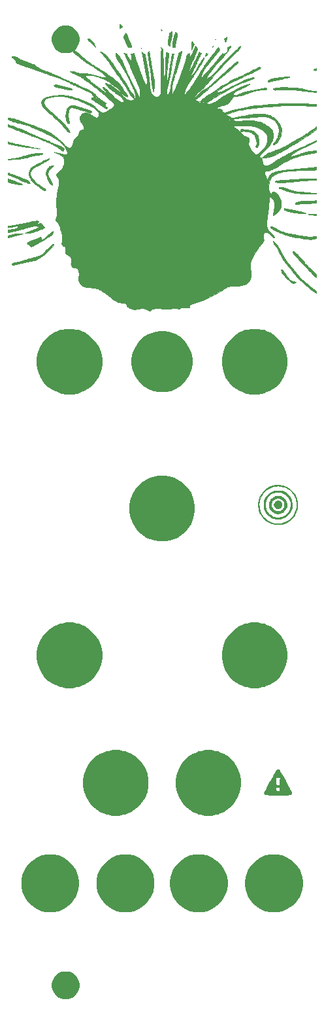
<source format=gts>
G04 #@! TF.GenerationSoftware,KiCad,Pcbnew,(5.0.2)-1*
G04 #@! TF.CreationDate,2019-04-06T19:17:51+02:00*
G04 #@! TF.ProjectId,Corona_panel,436f726f-6e61-45f7-9061-6e656c2e6b69,1*
G04 #@! TF.SameCoordinates,Original*
G04 #@! TF.FileFunction,Soldermask,Top*
G04 #@! TF.FilePolarity,Negative*
%FSLAX46Y46*%
G04 Gerber Fmt 4.6, Leading zero omitted, Abs format (unit mm)*
G04 Created by KiCad (PCBNEW (5.0.2)-1) date 6-4-2019 19:17:51*
%MOMM*%
%LPD*%
G01*
G04 APERTURE LIST*
%ADD10C,0.010000*%
%ADD11C,0.100000*%
G04 APERTURE END LIST*
D10*
G04 #@! TO.C,G_FSOLD*
G36*
X35109443Y-62712199D02*
X35204648Y-62744580D01*
X35210900Y-62747472D01*
X35296718Y-62798630D01*
X35367792Y-62862830D01*
X35423740Y-62937564D01*
X35464179Y-63020324D01*
X35488725Y-63108603D01*
X35496997Y-63199892D01*
X35488612Y-63291685D01*
X35463185Y-63381472D01*
X35420336Y-63466746D01*
X35359680Y-63544999D01*
X35336220Y-63568359D01*
X35258402Y-63627227D01*
X35170245Y-63669675D01*
X35075602Y-63694731D01*
X34978325Y-63701424D01*
X34882265Y-63688781D01*
X34870690Y-63685835D01*
X34777315Y-63650019D01*
X34692965Y-63596178D01*
X34620135Y-63526421D01*
X34561317Y-63442855D01*
X34543918Y-63409514D01*
X34527210Y-63373732D01*
X34516041Y-63345577D01*
X34509297Y-63319124D01*
X34505861Y-63288449D01*
X34504620Y-63247628D01*
X34504458Y-63199875D01*
X34504704Y-63145586D01*
X34506184Y-63106539D01*
X34510015Y-63076810D01*
X34517310Y-63050475D01*
X34529186Y-63021610D01*
X34543918Y-62990235D01*
X34596570Y-62902746D01*
X34662726Y-62829679D01*
X34739911Y-62771935D01*
X34825651Y-62730414D01*
X34917469Y-62706017D01*
X35012892Y-62699645D01*
X35109443Y-62712199D01*
X35109443Y-62712199D01*
G37*
X35109443Y-62712199D02*
X35204648Y-62744580D01*
X35210900Y-62747472D01*
X35296718Y-62798630D01*
X35367792Y-62862830D01*
X35423740Y-62937564D01*
X35464179Y-63020324D01*
X35488725Y-63108603D01*
X35496997Y-63199892D01*
X35488612Y-63291685D01*
X35463185Y-63381472D01*
X35420336Y-63466746D01*
X35359680Y-63544999D01*
X35336220Y-63568359D01*
X35258402Y-63627227D01*
X35170245Y-63669675D01*
X35075602Y-63694731D01*
X34978325Y-63701424D01*
X34882265Y-63688781D01*
X34870690Y-63685835D01*
X34777315Y-63650019D01*
X34692965Y-63596178D01*
X34620135Y-63526421D01*
X34561317Y-63442855D01*
X34543918Y-63409514D01*
X34527210Y-63373732D01*
X34516041Y-63345577D01*
X34509297Y-63319124D01*
X34505861Y-63288449D01*
X34504620Y-63247628D01*
X34504458Y-63199875D01*
X34504704Y-63145586D01*
X34506184Y-63106539D01*
X34510015Y-63076810D01*
X34517310Y-63050475D01*
X34529186Y-63021610D01*
X34543918Y-62990235D01*
X34596570Y-62902746D01*
X34662726Y-62829679D01*
X34739911Y-62771935D01*
X34825651Y-62730414D01*
X34917469Y-62706017D01*
X35012892Y-62699645D01*
X35109443Y-62712199D01*
G36*
X35152488Y-62072212D02*
X35301616Y-62101690D01*
X35442748Y-62149606D01*
X35574669Y-62214971D01*
X35696162Y-62296793D01*
X35806012Y-62394079D01*
X35903002Y-62505838D01*
X35985915Y-62631079D01*
X36053536Y-62768810D01*
X36104648Y-62918039D01*
X36119504Y-62977625D01*
X36126082Y-63021050D01*
X36130614Y-63079866D01*
X36133099Y-63148398D01*
X36133536Y-63220968D01*
X36131926Y-63291900D01*
X36128266Y-63355519D01*
X36122557Y-63406147D01*
X36119558Y-63422125D01*
X36075183Y-63575169D01*
X36013752Y-63717133D01*
X35936559Y-63847058D01*
X35844899Y-63963985D01*
X35740065Y-64066955D01*
X35623353Y-64155009D01*
X35496056Y-64227190D01*
X35359468Y-64282537D01*
X35214884Y-64320094D01*
X35063598Y-64338899D01*
X34906903Y-64337996D01*
X34885458Y-64336316D01*
X34754256Y-64315362D01*
X34619831Y-64275555D01*
X34493875Y-64221912D01*
X34358282Y-64144057D01*
X34237228Y-64050968D01*
X34131176Y-63943219D01*
X34040590Y-63821386D01*
X33965933Y-63686044D01*
X33907671Y-63537769D01*
X33887868Y-63470530D01*
X33877182Y-63427965D01*
X33869701Y-63390039D01*
X33864877Y-63351254D01*
X33862159Y-63306111D01*
X33860998Y-63249111D01*
X33860967Y-63240477D01*
X34144362Y-63240477D01*
X34151501Y-63331155D01*
X34166363Y-63410766D01*
X34168849Y-63419854D01*
X34215942Y-63548224D01*
X34280046Y-63665455D01*
X34359800Y-63770143D01*
X34453844Y-63860887D01*
X34560820Y-63936285D01*
X34679366Y-63994933D01*
X34751032Y-64020161D01*
X34871689Y-64047239D01*
X34995369Y-64055562D01*
X35125012Y-64045225D01*
X35187083Y-64034308D01*
X35288607Y-64004552D01*
X35391387Y-63957864D01*
X35490283Y-63897489D01*
X35580158Y-63826672D01*
X35655873Y-63748659D01*
X35672501Y-63727735D01*
X35723184Y-63652389D01*
X35769508Y-63567613D01*
X35807315Y-63481675D01*
X35828857Y-63416833D01*
X35839130Y-63363003D01*
X35845654Y-63294909D01*
X35848430Y-63218940D01*
X35847461Y-63141484D01*
X35842748Y-63068929D01*
X35834293Y-63007664D01*
X35828737Y-62983528D01*
X35782647Y-62855656D01*
X35718608Y-62738127D01*
X35637918Y-62632476D01*
X35541876Y-62540240D01*
X35431779Y-62462954D01*
X35353820Y-62421709D01*
X35239794Y-62379481D01*
X35117636Y-62354402D01*
X34991518Y-62346473D01*
X34865616Y-62355699D01*
X34744106Y-62382080D01*
X34640161Y-62421327D01*
X34522570Y-62487742D01*
X34418116Y-62570220D01*
X34327991Y-62667353D01*
X34253385Y-62777732D01*
X34195489Y-62899949D01*
X34169226Y-62978521D01*
X34153231Y-63056513D01*
X34144941Y-63146381D01*
X34144362Y-63240477D01*
X33860967Y-63240477D01*
X33860818Y-63199875D01*
X33861219Y-63131559D01*
X33862790Y-63078885D01*
X33866087Y-63036338D01*
X33871663Y-62998403D01*
X33880074Y-62959563D01*
X33888125Y-62928205D01*
X33937623Y-62778000D01*
X34002543Y-62641677D01*
X34083702Y-62517794D01*
X34181917Y-62404912D01*
X34189439Y-62397398D01*
X34309112Y-62292129D01*
X34435435Y-62206905D01*
X34568908Y-62141519D01*
X34710029Y-62095765D01*
X34859299Y-62069435D01*
X34996583Y-62062166D01*
X35152488Y-62072212D01*
X35152488Y-62072212D01*
G37*
X35152488Y-62072212D02*
X35301616Y-62101690D01*
X35442748Y-62149606D01*
X35574669Y-62214971D01*
X35696162Y-62296793D01*
X35806012Y-62394079D01*
X35903002Y-62505838D01*
X35985915Y-62631079D01*
X36053536Y-62768810D01*
X36104648Y-62918039D01*
X36119504Y-62977625D01*
X36126082Y-63021050D01*
X36130614Y-63079866D01*
X36133099Y-63148398D01*
X36133536Y-63220968D01*
X36131926Y-63291900D01*
X36128266Y-63355519D01*
X36122557Y-63406147D01*
X36119558Y-63422125D01*
X36075183Y-63575169D01*
X36013752Y-63717133D01*
X35936559Y-63847058D01*
X35844899Y-63963985D01*
X35740065Y-64066955D01*
X35623353Y-64155009D01*
X35496056Y-64227190D01*
X35359468Y-64282537D01*
X35214884Y-64320094D01*
X35063598Y-64338899D01*
X34906903Y-64337996D01*
X34885458Y-64336316D01*
X34754256Y-64315362D01*
X34619831Y-64275555D01*
X34493875Y-64221912D01*
X34358282Y-64144057D01*
X34237228Y-64050968D01*
X34131176Y-63943219D01*
X34040590Y-63821386D01*
X33965933Y-63686044D01*
X33907671Y-63537769D01*
X33887868Y-63470530D01*
X33877182Y-63427965D01*
X33869701Y-63390039D01*
X33864877Y-63351254D01*
X33862159Y-63306111D01*
X33860998Y-63249111D01*
X33860967Y-63240477D01*
X34144362Y-63240477D01*
X34151501Y-63331155D01*
X34166363Y-63410766D01*
X34168849Y-63419854D01*
X34215942Y-63548224D01*
X34280046Y-63665455D01*
X34359800Y-63770143D01*
X34453844Y-63860887D01*
X34560820Y-63936285D01*
X34679366Y-63994933D01*
X34751032Y-64020161D01*
X34871689Y-64047239D01*
X34995369Y-64055562D01*
X35125012Y-64045225D01*
X35187083Y-64034308D01*
X35288607Y-64004552D01*
X35391387Y-63957864D01*
X35490283Y-63897489D01*
X35580158Y-63826672D01*
X35655873Y-63748659D01*
X35672501Y-63727735D01*
X35723184Y-63652389D01*
X35769508Y-63567613D01*
X35807315Y-63481675D01*
X35828857Y-63416833D01*
X35839130Y-63363003D01*
X35845654Y-63294909D01*
X35848430Y-63218940D01*
X35847461Y-63141484D01*
X35842748Y-63068929D01*
X35834293Y-63007664D01*
X35828737Y-62983528D01*
X35782647Y-62855656D01*
X35718608Y-62738127D01*
X35637918Y-62632476D01*
X35541876Y-62540240D01*
X35431779Y-62462954D01*
X35353820Y-62421709D01*
X35239794Y-62379481D01*
X35117636Y-62354402D01*
X34991518Y-62346473D01*
X34865616Y-62355699D01*
X34744106Y-62382080D01*
X34640161Y-62421327D01*
X34522570Y-62487742D01*
X34418116Y-62570220D01*
X34327991Y-62667353D01*
X34253385Y-62777732D01*
X34195489Y-62899949D01*
X34169226Y-62978521D01*
X34153231Y-63056513D01*
X34144941Y-63146381D01*
X34144362Y-63240477D01*
X33860967Y-63240477D01*
X33860818Y-63199875D01*
X33861219Y-63131559D01*
X33862790Y-63078885D01*
X33866087Y-63036338D01*
X33871663Y-62998403D01*
X33880074Y-62959563D01*
X33888125Y-62928205D01*
X33937623Y-62778000D01*
X34002543Y-62641677D01*
X34083702Y-62517794D01*
X34181917Y-62404912D01*
X34189439Y-62397398D01*
X34309112Y-62292129D01*
X34435435Y-62206905D01*
X34568908Y-62141519D01*
X34710029Y-62095765D01*
X34859299Y-62069435D01*
X34996583Y-62062166D01*
X35152488Y-62072212D01*
G36*
X30307236Y-14599076D02*
X30365132Y-14602896D01*
X30436117Y-14609087D01*
X30517588Y-14617330D01*
X30606939Y-14627309D01*
X30701565Y-14638706D01*
X30798863Y-14651203D01*
X30896226Y-14664482D01*
X30991051Y-14678225D01*
X31080733Y-14692115D01*
X31162666Y-14705833D01*
X31234247Y-14719063D01*
X31258214Y-14723900D01*
X31395059Y-14755157D01*
X31530912Y-14791548D01*
X31661515Y-14831699D01*
X31782606Y-14874236D01*
X31889928Y-14917785D01*
X31956802Y-14949260D01*
X32041504Y-15003070D01*
X32123244Y-15076669D01*
X32200907Y-15168759D01*
X32273377Y-15278041D01*
X32329885Y-15383125D01*
X32403111Y-15553929D01*
X32458823Y-15731633D01*
X32497682Y-15918758D01*
X32519596Y-16107633D01*
X32525020Y-16276810D01*
X32515153Y-16436484D01*
X32490247Y-16585071D01*
X32450552Y-16720986D01*
X32406191Y-16823755D01*
X32377941Y-16873492D01*
X32348597Y-16909063D01*
X32311695Y-16936775D01*
X32266083Y-16960487D01*
X32223668Y-16978863D01*
X32195668Y-16986169D01*
X32178060Y-16981734D01*
X32166822Y-16964886D01*
X32159910Y-16942770D01*
X32149388Y-16903517D01*
X32138602Y-16864817D01*
X32136926Y-16858989D01*
X32131152Y-16828987D01*
X32136479Y-16804531D01*
X32147113Y-16784905D01*
X32171438Y-16736263D01*
X32195135Y-16673665D01*
X32215878Y-16604255D01*
X32231342Y-16535177D01*
X32234462Y-16516521D01*
X32241929Y-16427891D01*
X32238438Y-16328780D01*
X32223824Y-16215953D01*
X32217542Y-16180527D01*
X32208146Y-16135974D01*
X32194116Y-16076912D01*
X32176540Y-16007296D01*
X32156504Y-15931077D01*
X32135096Y-15852208D01*
X32113403Y-15774641D01*
X32092511Y-15702330D01*
X32073507Y-15639226D01*
X32057479Y-15589283D01*
X32046767Y-15559527D01*
X31985391Y-15433568D01*
X31907117Y-15320052D01*
X31812821Y-15219927D01*
X31703379Y-15134141D01*
X31596532Y-15071915D01*
X31534214Y-15042249D01*
X31474592Y-15017794D01*
X31412240Y-14996794D01*
X31341732Y-14977490D01*
X31257640Y-14958125D01*
X31221911Y-14950574D01*
X31164433Y-14938542D01*
X31106510Y-14926242D01*
X31055766Y-14915302D01*
X31026130Y-14908772D01*
X30958919Y-14897067D01*
X30874666Y-14887737D01*
X30777374Y-14880885D01*
X30671048Y-14876616D01*
X30559691Y-14875036D01*
X30447305Y-14876248D01*
X30337893Y-14880357D01*
X30235460Y-14887469D01*
X30230049Y-14887954D01*
X30167808Y-14893615D01*
X30172590Y-14777553D01*
X30176950Y-14712017D01*
X30184575Y-14664542D01*
X30196621Y-14632128D01*
X30214246Y-14611776D01*
X30238606Y-14600486D01*
X30241133Y-14599821D01*
X30265035Y-14597945D01*
X30307236Y-14599076D01*
X30307236Y-14599076D01*
G37*
X30307236Y-14599076D02*
X30365132Y-14602896D01*
X30436117Y-14609087D01*
X30517588Y-14617330D01*
X30606939Y-14627309D01*
X30701565Y-14638706D01*
X30798863Y-14651203D01*
X30896226Y-14664482D01*
X30991051Y-14678225D01*
X31080733Y-14692115D01*
X31162666Y-14705833D01*
X31234247Y-14719063D01*
X31258214Y-14723900D01*
X31395059Y-14755157D01*
X31530912Y-14791548D01*
X31661515Y-14831699D01*
X31782606Y-14874236D01*
X31889928Y-14917785D01*
X31956802Y-14949260D01*
X32041504Y-15003070D01*
X32123244Y-15076669D01*
X32200907Y-15168759D01*
X32273377Y-15278041D01*
X32329885Y-15383125D01*
X32403111Y-15553929D01*
X32458823Y-15731633D01*
X32497682Y-15918758D01*
X32519596Y-16107633D01*
X32525020Y-16276810D01*
X32515153Y-16436484D01*
X32490247Y-16585071D01*
X32450552Y-16720986D01*
X32406191Y-16823755D01*
X32377941Y-16873492D01*
X32348597Y-16909063D01*
X32311695Y-16936775D01*
X32266083Y-16960487D01*
X32223668Y-16978863D01*
X32195668Y-16986169D01*
X32178060Y-16981734D01*
X32166822Y-16964886D01*
X32159910Y-16942770D01*
X32149388Y-16903517D01*
X32138602Y-16864817D01*
X32136926Y-16858989D01*
X32131152Y-16828987D01*
X32136479Y-16804531D01*
X32147113Y-16784905D01*
X32171438Y-16736263D01*
X32195135Y-16673665D01*
X32215878Y-16604255D01*
X32231342Y-16535177D01*
X32234462Y-16516521D01*
X32241929Y-16427891D01*
X32238438Y-16328780D01*
X32223824Y-16215953D01*
X32217542Y-16180527D01*
X32208146Y-16135974D01*
X32194116Y-16076912D01*
X32176540Y-16007296D01*
X32156504Y-15931077D01*
X32135096Y-15852208D01*
X32113403Y-15774641D01*
X32092511Y-15702330D01*
X32073507Y-15639226D01*
X32057479Y-15589283D01*
X32046767Y-15559527D01*
X31985391Y-15433568D01*
X31907117Y-15320052D01*
X31812821Y-15219927D01*
X31703379Y-15134141D01*
X31596532Y-15071915D01*
X31534214Y-15042249D01*
X31474592Y-15017794D01*
X31412240Y-14996794D01*
X31341732Y-14977490D01*
X31257640Y-14958125D01*
X31221911Y-14950574D01*
X31164433Y-14938542D01*
X31106510Y-14926242D01*
X31055766Y-14915302D01*
X31026130Y-14908772D01*
X30958919Y-14897067D01*
X30874666Y-14887737D01*
X30777374Y-14880885D01*
X30671048Y-14876616D01*
X30559691Y-14875036D01*
X30447305Y-14876248D01*
X30337893Y-14880357D01*
X30235460Y-14887469D01*
X30230049Y-14887954D01*
X30167808Y-14893615D01*
X30172590Y-14777553D01*
X30176950Y-14712017D01*
X30184575Y-14664542D01*
X30196621Y-14632128D01*
X30214246Y-14611776D01*
X30238606Y-14600486D01*
X30241133Y-14599821D01*
X30265035Y-14597945D01*
X30307236Y-14599076D01*
G36*
X35072643Y-61369506D02*
X35137210Y-61370394D01*
X35189370Y-61372351D01*
X35233500Y-61375674D01*
X35273976Y-61380661D01*
X35315176Y-61387609D01*
X35345049Y-61393446D01*
X35538096Y-61442930D01*
X35721502Y-61510696D01*
X35894344Y-61595739D01*
X36055702Y-61697054D01*
X36204652Y-61813635D01*
X36340274Y-61944478D01*
X36461646Y-62088577D01*
X36567845Y-62244928D01*
X36657950Y-62412524D01*
X36731039Y-62590361D01*
X36786191Y-62777434D01*
X36822482Y-62972737D01*
X36827019Y-63009375D01*
X36837737Y-63194829D01*
X36828230Y-63380973D01*
X36799271Y-63565824D01*
X36751632Y-63747398D01*
X36686085Y-63923713D01*
X36603403Y-64092786D01*
X36504358Y-64252635D01*
X36389724Y-64401277D01*
X36260272Y-64536728D01*
X36216537Y-64576357D01*
X36059097Y-64700175D01*
X35890736Y-64805958D01*
X35712184Y-64893339D01*
X35524174Y-64961953D01*
X35359213Y-65004874D01*
X35296673Y-65015179D01*
X35218405Y-65023278D01*
X35129744Y-65029043D01*
X35036028Y-65032346D01*
X34942591Y-65033060D01*
X34854770Y-65031057D01*
X34777900Y-65026209D01*
X34726708Y-65020009D01*
X34530050Y-64978008D01*
X34342288Y-64917387D01*
X34164406Y-64838869D01*
X33997388Y-64743175D01*
X33842215Y-64631031D01*
X33699872Y-64503158D01*
X33571341Y-64360279D01*
X33457606Y-64203119D01*
X33359649Y-64032399D01*
X33345668Y-64004208D01*
X33276158Y-63845255D01*
X33224228Y-63689068D01*
X33188759Y-63530736D01*
X33168636Y-63365350D01*
X33163043Y-63209062D01*
X33338524Y-63209062D01*
X33348893Y-63386696D01*
X33377883Y-63560830D01*
X33424906Y-63730071D01*
X33489375Y-63893024D01*
X33570698Y-64048294D01*
X33668289Y-64194489D01*
X33781558Y-64330212D01*
X33909916Y-64454071D01*
X34052774Y-64564670D01*
X34209545Y-64660617D01*
X34281530Y-64697234D01*
X34412532Y-64752543D01*
X34553413Y-64798736D01*
X34695429Y-64833204D01*
X34790208Y-64848879D01*
X34827313Y-64851853D01*
X34880220Y-64853698D01*
X34943597Y-64854466D01*
X35012112Y-64854209D01*
X35080431Y-64852976D01*
X35143224Y-64850821D01*
X35195159Y-64847794D01*
X35226005Y-64844683D01*
X35406877Y-64809074D01*
X35581608Y-64753787D01*
X35748653Y-64679807D01*
X35906472Y-64588117D01*
X36053522Y-64479699D01*
X36188260Y-64355539D01*
X36309145Y-64216618D01*
X36390705Y-64101924D01*
X36482225Y-63941967D01*
X36554705Y-63774590D01*
X36608043Y-63601528D01*
X36642138Y-63424516D01*
X36656885Y-63245291D01*
X36652184Y-63065587D01*
X36627931Y-62887139D01*
X36584025Y-62711683D01*
X36520363Y-62540954D01*
X36486987Y-62469625D01*
X36393212Y-62304285D01*
X36283972Y-62152969D01*
X36160271Y-62016423D01*
X36023115Y-61895395D01*
X35873510Y-61790633D01*
X35712462Y-61702884D01*
X35540975Y-61632896D01*
X35360056Y-61581415D01*
X35267337Y-61563013D01*
X35175703Y-61551636D01*
X35071042Y-61545746D01*
X34960070Y-61545216D01*
X34849503Y-61549918D01*
X34746056Y-61559723D01*
X34656444Y-61574505D01*
X34655810Y-61574641D01*
X34477982Y-61623352D01*
X34308170Y-61690682D01*
X34147711Y-61775442D01*
X33997942Y-61876445D01*
X33860199Y-61992500D01*
X33735819Y-62122419D01*
X33626139Y-62265014D01*
X33532496Y-62419095D01*
X33456227Y-62583475D01*
X33425041Y-62669106D01*
X33376010Y-62848873D01*
X33347367Y-63029323D01*
X33338524Y-63209062D01*
X33163043Y-63209062D01*
X33162714Y-63199875D01*
X33163471Y-63114788D01*
X33166027Y-63044834D01*
X33170808Y-62984023D01*
X33178240Y-62926366D01*
X33185046Y-62885785D01*
X33229991Y-62694372D01*
X33293650Y-62511125D01*
X33375028Y-62337204D01*
X33473128Y-62173767D01*
X33586956Y-62021975D01*
X33715515Y-61882985D01*
X33857810Y-61757958D01*
X34012846Y-61648052D01*
X34179626Y-61554427D01*
X34357156Y-61478241D01*
X34409889Y-61459781D01*
X34499239Y-61431119D01*
X34577070Y-61409095D01*
X34648736Y-61392877D01*
X34719591Y-61381632D01*
X34794988Y-61374528D01*
X34880281Y-61370733D01*
X34980824Y-61369414D01*
X34991291Y-61369388D01*
X35072643Y-61369506D01*
X35072643Y-61369506D01*
G37*
X35072643Y-61369506D02*
X35137210Y-61370394D01*
X35189370Y-61372351D01*
X35233500Y-61375674D01*
X35273976Y-61380661D01*
X35315176Y-61387609D01*
X35345049Y-61393446D01*
X35538096Y-61442930D01*
X35721502Y-61510696D01*
X35894344Y-61595739D01*
X36055702Y-61697054D01*
X36204652Y-61813635D01*
X36340274Y-61944478D01*
X36461646Y-62088577D01*
X36567845Y-62244928D01*
X36657950Y-62412524D01*
X36731039Y-62590361D01*
X36786191Y-62777434D01*
X36822482Y-62972737D01*
X36827019Y-63009375D01*
X36837737Y-63194829D01*
X36828230Y-63380973D01*
X36799271Y-63565824D01*
X36751632Y-63747398D01*
X36686085Y-63923713D01*
X36603403Y-64092786D01*
X36504358Y-64252635D01*
X36389724Y-64401277D01*
X36260272Y-64536728D01*
X36216537Y-64576357D01*
X36059097Y-64700175D01*
X35890736Y-64805958D01*
X35712184Y-64893339D01*
X35524174Y-64961953D01*
X35359213Y-65004874D01*
X35296673Y-65015179D01*
X35218405Y-65023278D01*
X35129744Y-65029043D01*
X35036028Y-65032346D01*
X34942591Y-65033060D01*
X34854770Y-65031057D01*
X34777900Y-65026209D01*
X34726708Y-65020009D01*
X34530050Y-64978008D01*
X34342288Y-64917387D01*
X34164406Y-64838869D01*
X33997388Y-64743175D01*
X33842215Y-64631031D01*
X33699872Y-64503158D01*
X33571341Y-64360279D01*
X33457606Y-64203119D01*
X33359649Y-64032399D01*
X33345668Y-64004208D01*
X33276158Y-63845255D01*
X33224228Y-63689068D01*
X33188759Y-63530736D01*
X33168636Y-63365350D01*
X33163043Y-63209062D01*
X33338524Y-63209062D01*
X33348893Y-63386696D01*
X33377883Y-63560830D01*
X33424906Y-63730071D01*
X33489375Y-63893024D01*
X33570698Y-64048294D01*
X33668289Y-64194489D01*
X33781558Y-64330212D01*
X33909916Y-64454071D01*
X34052774Y-64564670D01*
X34209545Y-64660617D01*
X34281530Y-64697234D01*
X34412532Y-64752543D01*
X34553413Y-64798736D01*
X34695429Y-64833204D01*
X34790208Y-64848879D01*
X34827313Y-64851853D01*
X34880220Y-64853698D01*
X34943597Y-64854466D01*
X35012112Y-64854209D01*
X35080431Y-64852976D01*
X35143224Y-64850821D01*
X35195159Y-64847794D01*
X35226005Y-64844683D01*
X35406877Y-64809074D01*
X35581608Y-64753787D01*
X35748653Y-64679807D01*
X35906472Y-64588117D01*
X36053522Y-64479699D01*
X36188260Y-64355539D01*
X36309145Y-64216618D01*
X36390705Y-64101924D01*
X36482225Y-63941967D01*
X36554705Y-63774590D01*
X36608043Y-63601528D01*
X36642138Y-63424516D01*
X36656885Y-63245291D01*
X36652184Y-63065587D01*
X36627931Y-62887139D01*
X36584025Y-62711683D01*
X36520363Y-62540954D01*
X36486987Y-62469625D01*
X36393212Y-62304285D01*
X36283972Y-62152969D01*
X36160271Y-62016423D01*
X36023115Y-61895395D01*
X35873510Y-61790633D01*
X35712462Y-61702884D01*
X35540975Y-61632896D01*
X35360056Y-61581415D01*
X35267337Y-61563013D01*
X35175703Y-61551636D01*
X35071042Y-61545746D01*
X34960070Y-61545216D01*
X34849503Y-61549918D01*
X34746056Y-61559723D01*
X34656444Y-61574505D01*
X34655810Y-61574641D01*
X34477982Y-61623352D01*
X34308170Y-61690682D01*
X34147711Y-61775442D01*
X33997942Y-61876445D01*
X33860199Y-61992500D01*
X33735819Y-62122419D01*
X33626139Y-62265014D01*
X33532496Y-62419095D01*
X33456227Y-62583475D01*
X33425041Y-62669106D01*
X33376010Y-62848873D01*
X33347367Y-63029323D01*
X33338524Y-63209062D01*
X33163043Y-63209062D01*
X33162714Y-63199875D01*
X33163471Y-63114788D01*
X33166027Y-63044834D01*
X33170808Y-62984023D01*
X33178240Y-62926366D01*
X33185046Y-62885785D01*
X33229991Y-62694372D01*
X33293650Y-62511125D01*
X33375028Y-62337204D01*
X33473128Y-62173767D01*
X33586956Y-62021975D01*
X33715515Y-61882985D01*
X33857810Y-61757958D01*
X34012846Y-61648052D01*
X34179626Y-61554427D01*
X34357156Y-61478241D01*
X34409889Y-61459781D01*
X34499239Y-61431119D01*
X34577070Y-61409095D01*
X34648736Y-61392877D01*
X34719591Y-61381632D01*
X34794988Y-61374528D01*
X34880281Y-61370733D01*
X34980824Y-61369414D01*
X34991291Y-61369388D01*
X35072643Y-61369506D01*
G36*
X14582088Y-1071613D02*
X14629063Y-1100316D01*
X14682433Y-1147862D01*
X14741807Y-1214178D01*
X14789392Y-1275310D01*
X14811809Y-1306565D01*
X14828167Y-1331264D01*
X14835257Y-1344534D01*
X14835333Y-1345085D01*
X14826850Y-1353648D01*
X14804240Y-1369741D01*
X14771765Y-1390409D01*
X14758604Y-1398325D01*
X14713037Y-1426929D01*
X14660632Y-1462219D01*
X14611061Y-1497635D01*
X14600139Y-1505821D01*
X14564695Y-1532332D01*
X14535864Y-1553187D01*
X14517551Y-1565599D01*
X14513234Y-1567833D01*
X14507507Y-1558708D01*
X14499662Y-1536013D01*
X14497456Y-1528145D01*
X14482500Y-1463003D01*
X14470107Y-1391433D01*
X14461170Y-1320363D01*
X14456584Y-1256719D01*
X14456796Y-1213291D01*
X14465943Y-1146687D01*
X14483436Y-1099290D01*
X14508884Y-1071027D01*
X14541898Y-1061826D01*
X14582088Y-1071613D01*
X14582088Y-1071613D01*
G37*
X14582088Y-1071613D02*
X14629063Y-1100316D01*
X14682433Y-1147862D01*
X14741807Y-1214178D01*
X14789392Y-1275310D01*
X14811809Y-1306565D01*
X14828167Y-1331264D01*
X14835257Y-1344534D01*
X14835333Y-1345085D01*
X14826850Y-1353648D01*
X14804240Y-1369741D01*
X14771765Y-1390409D01*
X14758604Y-1398325D01*
X14713037Y-1426929D01*
X14660632Y-1462219D01*
X14611061Y-1497635D01*
X14600139Y-1505821D01*
X14564695Y-1532332D01*
X14535864Y-1553187D01*
X14517551Y-1565599D01*
X14513234Y-1567833D01*
X14507507Y-1558708D01*
X14499662Y-1536013D01*
X14497456Y-1528145D01*
X14482500Y-1463003D01*
X14470107Y-1391433D01*
X14461170Y-1320363D01*
X14456584Y-1256719D01*
X14456796Y-1213291D01*
X14465943Y-1146687D01*
X14483436Y-1099290D01*
X14508884Y-1071027D01*
X14541898Y-1061826D01*
X14582088Y-1071613D01*
G36*
X19894933Y-1689873D02*
X19913763Y-1713691D01*
X19935098Y-1747106D01*
X19965897Y-1797162D01*
X19931365Y-1838294D01*
X19896832Y-1879427D01*
X19863831Y-1814053D01*
X19830831Y-1748680D01*
X19853130Y-1710885D01*
X19867595Y-1689786D01*
X19880536Y-1682343D01*
X19894933Y-1689873D01*
X19894933Y-1689873D01*
G37*
X19894933Y-1689873D02*
X19913763Y-1713691D01*
X19935098Y-1747106D01*
X19965897Y-1797162D01*
X19931365Y-1838294D01*
X19896832Y-1879427D01*
X19863831Y-1814053D01*
X19830831Y-1748680D01*
X19853130Y-1710885D01*
X19867595Y-1689786D01*
X19880536Y-1682343D01*
X19894933Y-1689873D01*
G36*
X26909444Y-2963021D02*
X26913983Y-2975416D01*
X26913951Y-2991468D01*
X26898762Y-2996486D01*
X26893961Y-2996583D01*
X26876250Y-2994561D01*
X26876264Y-2984684D01*
X26881622Y-2975416D01*
X26894438Y-2958958D01*
X26901644Y-2954250D01*
X26909444Y-2963021D01*
X26909444Y-2963021D01*
G37*
X26909444Y-2963021D02*
X26913983Y-2975416D01*
X26913951Y-2991468D01*
X26898762Y-2996486D01*
X26893961Y-2996583D01*
X26876250Y-2994561D01*
X26876264Y-2984684D01*
X26881622Y-2975416D01*
X26894438Y-2958958D01*
X26901644Y-2954250D01*
X26909444Y-2963021D01*
G36*
X28409390Y-2672796D02*
X28406001Y-2702605D01*
X28398725Y-2744517D01*
X28388439Y-2794383D01*
X28376020Y-2848054D01*
X28362344Y-2901380D01*
X28348288Y-2950212D01*
X28343080Y-2966572D01*
X28330561Y-3001428D01*
X28313271Y-3045207D01*
X28292700Y-3094609D01*
X28270339Y-3146330D01*
X28247678Y-3197070D01*
X28226206Y-3243524D01*
X28207413Y-3282391D01*
X28192791Y-3310369D01*
X28183828Y-3324154D01*
X28181761Y-3324088D01*
X28178024Y-3312770D01*
X28168123Y-3284753D01*
X28153196Y-3243205D01*
X28134382Y-3191294D01*
X28112819Y-3132188D01*
X28111395Y-3128297D01*
X28041873Y-2938375D01*
X28092874Y-2892661D01*
X28142242Y-2849676D01*
X28194149Y-2806664D01*
X28245906Y-2765618D01*
X28294823Y-2728531D01*
X28338210Y-2697394D01*
X28373378Y-2674200D01*
X28397636Y-2660940D01*
X28408016Y-2659239D01*
X28409390Y-2672796D01*
X28409390Y-2672796D01*
G37*
X28409390Y-2672796D02*
X28406001Y-2702605D01*
X28398725Y-2744517D01*
X28388439Y-2794383D01*
X28376020Y-2848054D01*
X28362344Y-2901380D01*
X28348288Y-2950212D01*
X28343080Y-2966572D01*
X28330561Y-3001428D01*
X28313271Y-3045207D01*
X28292700Y-3094609D01*
X28270339Y-3146330D01*
X28247678Y-3197070D01*
X28226206Y-3243524D01*
X28207413Y-3282391D01*
X28192791Y-3310369D01*
X28183828Y-3324154D01*
X28181761Y-3324088D01*
X28178024Y-3312770D01*
X28168123Y-3284753D01*
X28153196Y-3243205D01*
X28134382Y-3191294D01*
X28112819Y-3132188D01*
X28111395Y-3128297D01*
X28041873Y-2938375D01*
X28092874Y-2892661D01*
X28142242Y-2849676D01*
X28194149Y-2806664D01*
X28245906Y-2765618D01*
X28294823Y-2728531D01*
X28338210Y-2697394D01*
X28373378Y-2674200D01*
X28397636Y-2660940D01*
X28408016Y-2659239D01*
X28409390Y-2672796D01*
G36*
X21277452Y-2119148D02*
X21273366Y-2190717D01*
X21267519Y-2262680D01*
X21259549Y-2337187D01*
X21249096Y-2416389D01*
X21235798Y-2502435D01*
X21219295Y-2597476D01*
X21199224Y-2703662D01*
X21175224Y-2823143D01*
X21146935Y-2958068D01*
X21113995Y-3110590D01*
X21100711Y-3171208D01*
X21080528Y-3264425D01*
X21061121Y-3356715D01*
X21043163Y-3444676D01*
X21027331Y-3524903D01*
X21014297Y-3593994D01*
X21004735Y-3648544D01*
X21000069Y-3679208D01*
X20992812Y-3731686D01*
X20985755Y-3779009D01*
X20979733Y-3815779D01*
X20975783Y-3835831D01*
X20968375Y-3865454D01*
X20919900Y-3814664D01*
X20864528Y-3752921D01*
X20819365Y-3692935D01*
X20777673Y-3625405D01*
X20761450Y-3596040D01*
X20717519Y-3514594D01*
X20745427Y-3305859D01*
X20764633Y-3165254D01*
X20784246Y-3027401D01*
X20803978Y-2893989D01*
X20823542Y-2766704D01*
X20842651Y-2647235D01*
X20861016Y-2537269D01*
X20878351Y-2438495D01*
X20894369Y-2352601D01*
X20908782Y-2281274D01*
X20921303Y-2226202D01*
X20931645Y-2189074D01*
X20938209Y-2173339D01*
X20963346Y-2144697D01*
X21003400Y-2111571D01*
X21053481Y-2076943D01*
X21108698Y-2043796D01*
X21164162Y-2015111D01*
X21214983Y-1993872D01*
X21247894Y-1984464D01*
X21283998Y-1977254D01*
X21277452Y-2119148D01*
X21277452Y-2119148D01*
G37*
X21277452Y-2119148D02*
X21273366Y-2190717D01*
X21267519Y-2262680D01*
X21259549Y-2337187D01*
X21249096Y-2416389D01*
X21235798Y-2502435D01*
X21219295Y-2597476D01*
X21199224Y-2703662D01*
X21175224Y-2823143D01*
X21146935Y-2958068D01*
X21113995Y-3110590D01*
X21100711Y-3171208D01*
X21080528Y-3264425D01*
X21061121Y-3356715D01*
X21043163Y-3444676D01*
X21027331Y-3524903D01*
X21014297Y-3593994D01*
X21004735Y-3648544D01*
X21000069Y-3679208D01*
X20992812Y-3731686D01*
X20985755Y-3779009D01*
X20979733Y-3815779D01*
X20975783Y-3835831D01*
X20968375Y-3865454D01*
X20919900Y-3814664D01*
X20864528Y-3752921D01*
X20819365Y-3692935D01*
X20777673Y-3625405D01*
X20761450Y-3596040D01*
X20717519Y-3514594D01*
X20745427Y-3305859D01*
X20764633Y-3165254D01*
X20784246Y-3027401D01*
X20803978Y-2893989D01*
X20823542Y-2766704D01*
X20842651Y-2647235D01*
X20861016Y-2537269D01*
X20878351Y-2438495D01*
X20894369Y-2352601D01*
X20908782Y-2281274D01*
X20921303Y-2226202D01*
X20931645Y-2189074D01*
X20938209Y-2173339D01*
X20963346Y-2144697D01*
X21003400Y-2111571D01*
X21053481Y-2076943D01*
X21108698Y-2043796D01*
X21164162Y-2015111D01*
X21214983Y-1993872D01*
X21247894Y-1984464D01*
X21283998Y-1977254D01*
X21277452Y-2119148D01*
G36*
X10419582Y-2894036D02*
X10461837Y-2897037D01*
X10504903Y-2901622D01*
X10543745Y-2907415D01*
X10573333Y-2914040D01*
X10577952Y-2915520D01*
X10596660Y-2927035D01*
X10629331Y-2953160D01*
X10675250Y-2993255D01*
X10733701Y-3046682D01*
X10803969Y-3112800D01*
X10875856Y-3181791D01*
X11138489Y-3435791D01*
X11183563Y-3572748D01*
X11207511Y-3639417D01*
X11237651Y-3714487D01*
X11269802Y-3787910D01*
X11294801Y-3839977D01*
X11318648Y-3887074D01*
X11338509Y-3926571D01*
X11352689Y-3955076D01*
X11359493Y-3969197D01*
X11359836Y-3970125D01*
X11352204Y-3963105D01*
X11331303Y-3943407D01*
X11299176Y-3912970D01*
X11257864Y-3873729D01*
X11209410Y-3827623D01*
X11162916Y-3783320D01*
X11108266Y-3731449D01*
X11046969Y-3673678D01*
X10980913Y-3611747D01*
X10911982Y-3547399D01*
X10842063Y-3482376D01*
X10773042Y-3418420D01*
X10706803Y-3357272D01*
X10645235Y-3300675D01*
X10590221Y-3250371D01*
X10543649Y-3208101D01*
X10507403Y-3175608D01*
X10483370Y-3154633D01*
X10474785Y-3147709D01*
X10453472Y-3125568D01*
X10428476Y-3089000D01*
X10402690Y-3043699D01*
X10379008Y-2995357D01*
X10360324Y-2949666D01*
X10349532Y-2912319D01*
X10348000Y-2898311D01*
X10357631Y-2894297D01*
X10383169Y-2892998D01*
X10419582Y-2894036D01*
X10419582Y-2894036D01*
G37*
X10419582Y-2894036D02*
X10461837Y-2897037D01*
X10504903Y-2901622D01*
X10543745Y-2907415D01*
X10573333Y-2914040D01*
X10577952Y-2915520D01*
X10596660Y-2927035D01*
X10629331Y-2953160D01*
X10675250Y-2993255D01*
X10733701Y-3046682D01*
X10803969Y-3112800D01*
X10875856Y-3181791D01*
X11138489Y-3435791D01*
X11183563Y-3572748D01*
X11207511Y-3639417D01*
X11237651Y-3714487D01*
X11269802Y-3787910D01*
X11294801Y-3839977D01*
X11318648Y-3887074D01*
X11338509Y-3926571D01*
X11352689Y-3955076D01*
X11359493Y-3969197D01*
X11359836Y-3970125D01*
X11352204Y-3963105D01*
X11331303Y-3943407D01*
X11299176Y-3912970D01*
X11257864Y-3873729D01*
X11209410Y-3827623D01*
X11162916Y-3783320D01*
X11108266Y-3731449D01*
X11046969Y-3673678D01*
X10980913Y-3611747D01*
X10911982Y-3547399D01*
X10842063Y-3482376D01*
X10773042Y-3418420D01*
X10706803Y-3357272D01*
X10645235Y-3300675D01*
X10590221Y-3250371D01*
X10543649Y-3208101D01*
X10507403Y-3175608D01*
X10483370Y-3154633D01*
X10474785Y-3147709D01*
X10453472Y-3125568D01*
X10428476Y-3089000D01*
X10402690Y-3043699D01*
X10379008Y-2995357D01*
X10360324Y-2949666D01*
X10349532Y-2912319D01*
X10348000Y-2898311D01*
X10357631Y-2894297D01*
X10383169Y-2892998D01*
X10419582Y-2894036D01*
G36*
X26608763Y-3824259D02*
X26614583Y-3828113D01*
X26608925Y-3839803D01*
X26594274Y-3863388D01*
X26574119Y-3893665D01*
X26551944Y-3925432D01*
X26531237Y-3953487D01*
X26526417Y-3959666D01*
X26513957Y-3973150D01*
X26510394Y-3972151D01*
X26510946Y-3970250D01*
X26531224Y-3912617D01*
X26546508Y-3872128D01*
X26558374Y-3845807D01*
X26568404Y-3830677D01*
X26578174Y-3823761D01*
X26589265Y-3822083D01*
X26589543Y-3822083D01*
X26608763Y-3824259D01*
X26608763Y-3824259D01*
G37*
X26608763Y-3824259D02*
X26614583Y-3828113D01*
X26608925Y-3839803D01*
X26594274Y-3863388D01*
X26574119Y-3893665D01*
X26551944Y-3925432D01*
X26531237Y-3953487D01*
X26526417Y-3959666D01*
X26513957Y-3973150D01*
X26510394Y-3972151D01*
X26510946Y-3970250D01*
X26531224Y-3912617D01*
X26546508Y-3872128D01*
X26558374Y-3845807D01*
X26568404Y-3830677D01*
X26578174Y-3823761D01*
X26589265Y-3822083D01*
X26589543Y-3822083D01*
X26608763Y-3824259D01*
G36*
X21741553Y-2072169D02*
X21768415Y-2090614D01*
X21801971Y-2117118D01*
X21838099Y-2148210D01*
X21872675Y-2180424D01*
X21901576Y-2210290D01*
X21911101Y-2221386D01*
X21936266Y-2253655D01*
X21949951Y-2276711D01*
X21954854Y-2297060D01*
X21953674Y-2321205D01*
X21953411Y-2323387D01*
X21949670Y-2357191D01*
X21945290Y-2401662D01*
X21941760Y-2440958D01*
X21934472Y-2511531D01*
X21923797Y-2589982D01*
X21909357Y-2678328D01*
X21890776Y-2778583D01*
X21867675Y-2892765D01*
X21839677Y-3022888D01*
X21806405Y-3170968D01*
X21799075Y-3202958D01*
X21778229Y-3295414D01*
X21756849Y-3393351D01*
X21736035Y-3491509D01*
X21716888Y-3584627D01*
X21700506Y-3667445D01*
X21688448Y-3732125D01*
X21676709Y-3797806D01*
X21665949Y-3857472D01*
X21656818Y-3907570D01*
X21649963Y-3944547D01*
X21646032Y-3964851D01*
X21645695Y-3966416D01*
X21629681Y-3989724D01*
X21593504Y-4008169D01*
X21537634Y-4021603D01*
X21462543Y-4029881D01*
X21436687Y-4031322D01*
X21322916Y-4036468D01*
X21322924Y-3995421D01*
X21324045Y-3969056D01*
X21327172Y-3925264D01*
X21331955Y-3867655D01*
X21338047Y-3799839D01*
X21345101Y-3725425D01*
X21352767Y-3648023D01*
X21360699Y-3571242D01*
X21368548Y-3498691D01*
X21375966Y-3433980D01*
X21380962Y-3393358D01*
X21414373Y-3155844D01*
X21451347Y-2938158D01*
X21492113Y-2739226D01*
X21536896Y-2557974D01*
X21585925Y-2393328D01*
X21603784Y-2340416D01*
X21624838Y-2282534D01*
X21647243Y-2225220D01*
X21669492Y-2171877D01*
X21690081Y-2125909D01*
X21707505Y-2090716D01*
X21720258Y-2069703D01*
X21725507Y-2065250D01*
X21741553Y-2072169D01*
X21741553Y-2072169D01*
G37*
X21741553Y-2072169D02*
X21768415Y-2090614D01*
X21801971Y-2117118D01*
X21838099Y-2148210D01*
X21872675Y-2180424D01*
X21901576Y-2210290D01*
X21911101Y-2221386D01*
X21936266Y-2253655D01*
X21949951Y-2276711D01*
X21954854Y-2297060D01*
X21953674Y-2321205D01*
X21953411Y-2323387D01*
X21949670Y-2357191D01*
X21945290Y-2401662D01*
X21941760Y-2440958D01*
X21934472Y-2511531D01*
X21923797Y-2589982D01*
X21909357Y-2678328D01*
X21890776Y-2778583D01*
X21867675Y-2892765D01*
X21839677Y-3022888D01*
X21806405Y-3170968D01*
X21799075Y-3202958D01*
X21778229Y-3295414D01*
X21756849Y-3393351D01*
X21736035Y-3491509D01*
X21716888Y-3584627D01*
X21700506Y-3667445D01*
X21688448Y-3732125D01*
X21676709Y-3797806D01*
X21665949Y-3857472D01*
X21656818Y-3907570D01*
X21649963Y-3944547D01*
X21646032Y-3964851D01*
X21645695Y-3966416D01*
X21629681Y-3989724D01*
X21593504Y-4008169D01*
X21537634Y-4021603D01*
X21462543Y-4029881D01*
X21436687Y-4031322D01*
X21322916Y-4036468D01*
X21322924Y-3995421D01*
X21324045Y-3969056D01*
X21327172Y-3925264D01*
X21331955Y-3867655D01*
X21338047Y-3799839D01*
X21345101Y-3725425D01*
X21352767Y-3648023D01*
X21360699Y-3571242D01*
X21368548Y-3498691D01*
X21375966Y-3433980D01*
X21380962Y-3393358D01*
X21414373Y-3155844D01*
X21451347Y-2938158D01*
X21492113Y-2739226D01*
X21536896Y-2557974D01*
X21585925Y-2393328D01*
X21603784Y-2340416D01*
X21624838Y-2282534D01*
X21647243Y-2225220D01*
X21669492Y-2171877D01*
X21690081Y-2125909D01*
X21707505Y-2090716D01*
X21720258Y-2069703D01*
X21725507Y-2065250D01*
X21741553Y-2072169D01*
G36*
X15314991Y-2209597D02*
X15341605Y-2263881D01*
X15375216Y-2335139D01*
X15414675Y-2420811D01*
X15458829Y-2518335D01*
X15506531Y-2625149D01*
X15556628Y-2738692D01*
X15607970Y-2856403D01*
X15659408Y-2975721D01*
X15666074Y-2991291D01*
X15697691Y-3065698D01*
X15732480Y-3148428D01*
X15769470Y-3237098D01*
X15807690Y-3329329D01*
X15846170Y-3422738D01*
X15883938Y-3514945D01*
X15920026Y-3603569D01*
X15953462Y-3686229D01*
X15983276Y-3760543D01*
X16008497Y-3824130D01*
X16028155Y-3874610D01*
X16041279Y-3909601D01*
X16046036Y-3923526D01*
X16047005Y-3935112D01*
X16039947Y-3945935D01*
X16021589Y-3958551D01*
X15988658Y-3975520D01*
X15965285Y-3986633D01*
X15926868Y-4004183D01*
X15896314Y-4016005D01*
X15867411Y-4023392D01*
X15833945Y-4027634D01*
X15789703Y-4030025D01*
X15750813Y-4031238D01*
X15700257Y-4031922D01*
X15656970Y-4031137D01*
X15625605Y-4029059D01*
X15610912Y-4025931D01*
X15601168Y-4012954D01*
X15585452Y-3985281D01*
X15566317Y-3947589D01*
X15554305Y-3922216D01*
X15539579Y-3891312D01*
X15516547Y-3844305D01*
X15486572Y-3783919D01*
X15451018Y-3712879D01*
X15411251Y-3633910D01*
X15368633Y-3549736D01*
X15324530Y-3463083D01*
X15318702Y-3451666D01*
X15272602Y-3361120D01*
X15226189Y-3269444D01*
X15181134Y-3179976D01*
X15139109Y-3096057D01*
X15101788Y-3021025D01*
X15070842Y-2958220D01*
X15048390Y-2911916D01*
X14969955Y-2747875D01*
X14982884Y-2684375D01*
X15007974Y-2594381D01*
X15046745Y-2497507D01*
X15096092Y-2399763D01*
X15152909Y-2307162D01*
X15214092Y-2225717D01*
X15228096Y-2209597D01*
X15283618Y-2147569D01*
X15314991Y-2209597D01*
X15314991Y-2209597D01*
G37*
X15314991Y-2209597D02*
X15341605Y-2263881D01*
X15375216Y-2335139D01*
X15414675Y-2420811D01*
X15458829Y-2518335D01*
X15506531Y-2625149D01*
X15556628Y-2738692D01*
X15607970Y-2856403D01*
X15659408Y-2975721D01*
X15666074Y-2991291D01*
X15697691Y-3065698D01*
X15732480Y-3148428D01*
X15769470Y-3237098D01*
X15807690Y-3329329D01*
X15846170Y-3422738D01*
X15883938Y-3514945D01*
X15920026Y-3603569D01*
X15953462Y-3686229D01*
X15983276Y-3760543D01*
X16008497Y-3824130D01*
X16028155Y-3874610D01*
X16041279Y-3909601D01*
X16046036Y-3923526D01*
X16047005Y-3935112D01*
X16039947Y-3945935D01*
X16021589Y-3958551D01*
X15988658Y-3975520D01*
X15965285Y-3986633D01*
X15926868Y-4004183D01*
X15896314Y-4016005D01*
X15867411Y-4023392D01*
X15833945Y-4027634D01*
X15789703Y-4030025D01*
X15750813Y-4031238D01*
X15700257Y-4031922D01*
X15656970Y-4031137D01*
X15625605Y-4029059D01*
X15610912Y-4025931D01*
X15601168Y-4012954D01*
X15585452Y-3985281D01*
X15566317Y-3947589D01*
X15554305Y-3922216D01*
X15539579Y-3891312D01*
X15516547Y-3844305D01*
X15486572Y-3783919D01*
X15451018Y-3712879D01*
X15411251Y-3633910D01*
X15368633Y-3549736D01*
X15324530Y-3463083D01*
X15318702Y-3451666D01*
X15272602Y-3361120D01*
X15226189Y-3269444D01*
X15181134Y-3179976D01*
X15139109Y-3096057D01*
X15101788Y-3021025D01*
X15070842Y-2958220D01*
X15048390Y-2911916D01*
X14969955Y-2747875D01*
X14982884Y-2684375D01*
X15007974Y-2594381D01*
X15046745Y-2497507D01*
X15096092Y-2399763D01*
X15152909Y-2307162D01*
X15214092Y-2225717D01*
X15228096Y-2209597D01*
X15283618Y-2147569D01*
X15314991Y-2209597D01*
G36*
X17244979Y-4105848D02*
X17246241Y-4122389D01*
X17244144Y-4126133D01*
X17239333Y-4122977D01*
X17238585Y-4112243D01*
X17241170Y-4100950D01*
X17244979Y-4105848D01*
X17244979Y-4105848D01*
G37*
X17244979Y-4105848D02*
X17246241Y-4122389D01*
X17244144Y-4126133D01*
X17239333Y-4122977D01*
X17238585Y-4112243D01*
X17241170Y-4100950D01*
X17244979Y-4105848D01*
G36*
X23992145Y-3388347D02*
X24126498Y-3580741D01*
X24109437Y-3624683D01*
X24095401Y-3658312D01*
X24073581Y-3707443D01*
X24045607Y-3768618D01*
X24013110Y-3838379D01*
X23977719Y-3913271D01*
X23941064Y-3989836D01*
X23904776Y-4064618D01*
X23870485Y-4134158D01*
X23849172Y-4176625D01*
X23768779Y-4335375D01*
X23768223Y-3858412D01*
X23767666Y-3381450D01*
X23812729Y-3288702D01*
X23857793Y-3195953D01*
X23992145Y-3388347D01*
X23992145Y-3388347D01*
G37*
X23992145Y-3388347D02*
X24126498Y-3580741D01*
X24109437Y-3624683D01*
X24095401Y-3658312D01*
X24073581Y-3707443D01*
X24045607Y-3768618D01*
X24013110Y-3838379D01*
X23977719Y-3913271D01*
X23941064Y-3989836D01*
X23904776Y-4064618D01*
X23870485Y-4134158D01*
X23849172Y-4176625D01*
X23768779Y-4335375D01*
X23768223Y-3858412D01*
X23767666Y-3381450D01*
X23812729Y-3288702D01*
X23857793Y-3195953D01*
X23992145Y-3388347D01*
G36*
X25729379Y-4781463D02*
X25753150Y-4790543D01*
X25786865Y-4801339D01*
X25830389Y-4810720D01*
X25861321Y-4815140D01*
X25928267Y-4822208D01*
X25845446Y-4936881D01*
X25811606Y-4981775D01*
X25778741Y-5021926D01*
X25750365Y-5053258D01*
X25729993Y-5071691D01*
X25728229Y-5072858D01*
X25693833Y-5094161D01*
X25693995Y-4947601D01*
X25694670Y-4893158D01*
X25696407Y-4845760D01*
X25698965Y-4809715D01*
X25702101Y-4789330D01*
X25703042Y-4787028D01*
X25712477Y-4779479D01*
X25729379Y-4781463D01*
X25729379Y-4781463D01*
G37*
X25729379Y-4781463D02*
X25753150Y-4790543D01*
X25786865Y-4801339D01*
X25830389Y-4810720D01*
X25861321Y-4815140D01*
X25928267Y-4822208D01*
X25845446Y-4936881D01*
X25811606Y-4981775D01*
X25778741Y-5021926D01*
X25750365Y-5053258D01*
X25729993Y-5071691D01*
X25728229Y-5072858D01*
X25693833Y-5094161D01*
X25693995Y-4947601D01*
X25694670Y-4893158D01*
X25696407Y-4845760D01*
X25698965Y-4809715D01*
X25702101Y-4789330D01*
X25703042Y-4787028D01*
X25712477Y-4779479D01*
X25729379Y-4781463D01*
G36*
X25599520Y-5036573D02*
X25614294Y-5056880D01*
X25623534Y-5070536D01*
X25651297Y-5112490D01*
X25596561Y-5128745D01*
X25562653Y-5138723D01*
X25544280Y-5143511D01*
X25536681Y-5143931D01*
X25535097Y-5140804D01*
X25535083Y-5139356D01*
X25539450Y-5127209D01*
X25550329Y-5103970D01*
X25564387Y-5076119D01*
X25578290Y-5050136D01*
X25588706Y-5032502D01*
X25592063Y-5028583D01*
X25599520Y-5036573D01*
X25599520Y-5036573D01*
G37*
X25599520Y-5036573D02*
X25614294Y-5056880D01*
X25623534Y-5070536D01*
X25651297Y-5112490D01*
X25596561Y-5128745D01*
X25562653Y-5138723D01*
X25544280Y-5143511D01*
X25536681Y-5143931D01*
X25535097Y-5140804D01*
X25535083Y-5139356D01*
X25539450Y-5127209D01*
X25550329Y-5103970D01*
X25564387Y-5076119D01*
X25578290Y-5050136D01*
X25588706Y-5032502D01*
X25592063Y-5028583D01*
X25599520Y-5036573D01*
G36*
X39981895Y-6746228D02*
X39995792Y-6756470D01*
X40001688Y-6778714D01*
X40002838Y-6815358D01*
X40002500Y-6868698D01*
X40002500Y-6994313D01*
X39962812Y-7000873D01*
X39893137Y-7006651D01*
X39826046Y-7001873D01*
X39785541Y-6992435D01*
X39749363Y-6979432D01*
X39707866Y-6962874D01*
X39692282Y-6956197D01*
X39641357Y-6933774D01*
X39660532Y-6900679D01*
X39679355Y-6872596D01*
X39704866Y-6839703D01*
X39716750Y-6825768D01*
X39735064Y-6806396D01*
X39752639Y-6792897D01*
X39774738Y-6782980D01*
X39806624Y-6774353D01*
X39853559Y-6764724D01*
X39859625Y-6763552D01*
X39917067Y-6752166D01*
X39956738Y-6745592D01*
X39981895Y-6746228D01*
X39981895Y-6746228D01*
G37*
X39981895Y-6746228D02*
X39995792Y-6756470D01*
X40001688Y-6778714D01*
X40002838Y-6815358D01*
X40002500Y-6868698D01*
X40002500Y-6994313D01*
X39962812Y-7000873D01*
X39893137Y-7006651D01*
X39826046Y-7001873D01*
X39785541Y-6992435D01*
X39749363Y-6979432D01*
X39707866Y-6962874D01*
X39692282Y-6956197D01*
X39641357Y-6933774D01*
X39660532Y-6900679D01*
X39679355Y-6872596D01*
X39704866Y-6839703D01*
X39716750Y-6825768D01*
X39735064Y-6806396D01*
X39752639Y-6792897D01*
X39774738Y-6782980D01*
X39806624Y-6774353D01*
X39853559Y-6764724D01*
X39859625Y-6763552D01*
X39917067Y-6752166D01*
X39956738Y-6745592D01*
X39981895Y-6746228D01*
G36*
X36499530Y-7823918D02*
X36529463Y-7842937D01*
X36540107Y-7856300D01*
X36532079Y-7865548D01*
X36517937Y-7869904D01*
X36427769Y-7890271D01*
X36317767Y-7915032D01*
X36187811Y-7944213D01*
X36037784Y-7977841D01*
X35867565Y-8015944D01*
X35677035Y-8058547D01*
X35466075Y-8105677D01*
X35240000Y-8156149D01*
X35071154Y-8193865D01*
X34921405Y-8227404D01*
X34789179Y-8257146D01*
X34672901Y-8283471D01*
X34570997Y-8306760D01*
X34481894Y-8327393D01*
X34404017Y-8345750D01*
X34335793Y-8362211D01*
X34275648Y-8377157D01*
X34222008Y-8390967D01*
X34173299Y-8404023D01*
X34127947Y-8416704D01*
X34084378Y-8429391D01*
X34041018Y-8442464D01*
X33996293Y-8456303D01*
X33991688Y-8457743D01*
X33935118Y-8475287D01*
X33885580Y-8490357D01*
X33846605Y-8501902D01*
X33821725Y-8508872D01*
X33814513Y-8510466D01*
X33802004Y-8504973D01*
X33777314Y-8490584D01*
X33745713Y-8470377D01*
X33744751Y-8469738D01*
X33683545Y-8429043D01*
X33718293Y-8361292D01*
X33733345Y-8332782D01*
X33746931Y-8311759D01*
X33763072Y-8294815D01*
X33785788Y-8278538D01*
X33819100Y-8259520D01*
X33867029Y-8234348D01*
X33869458Y-8233087D01*
X33960766Y-8187630D01*
X34056522Y-8143443D01*
X34151203Y-8102881D01*
X34239289Y-8068302D01*
X34315261Y-8042062D01*
X34321385Y-8040168D01*
X34379428Y-8025129D01*
X34457647Y-8009193D01*
X34555076Y-7992475D01*
X34670747Y-7975088D01*
X34803695Y-7957145D01*
X34952952Y-7938759D01*
X35117553Y-7920045D01*
X35296530Y-7901115D01*
X35488918Y-7882083D01*
X35693749Y-7863062D01*
X35910057Y-7844166D01*
X36136876Y-7825508D01*
X36179384Y-7822134D01*
X36457310Y-7800190D01*
X36499530Y-7823918D01*
X36499530Y-7823918D01*
G37*
X36499530Y-7823918D02*
X36529463Y-7842937D01*
X36540107Y-7856300D01*
X36532079Y-7865548D01*
X36517937Y-7869904D01*
X36427769Y-7890271D01*
X36317767Y-7915032D01*
X36187811Y-7944213D01*
X36037784Y-7977841D01*
X35867565Y-8015944D01*
X35677035Y-8058547D01*
X35466075Y-8105677D01*
X35240000Y-8156149D01*
X35071154Y-8193865D01*
X34921405Y-8227404D01*
X34789179Y-8257146D01*
X34672901Y-8283471D01*
X34570997Y-8306760D01*
X34481894Y-8327393D01*
X34404017Y-8345750D01*
X34335793Y-8362211D01*
X34275648Y-8377157D01*
X34222008Y-8390967D01*
X34173299Y-8404023D01*
X34127947Y-8416704D01*
X34084378Y-8429391D01*
X34041018Y-8442464D01*
X33996293Y-8456303D01*
X33991688Y-8457743D01*
X33935118Y-8475287D01*
X33885580Y-8490357D01*
X33846605Y-8501902D01*
X33821725Y-8508872D01*
X33814513Y-8510466D01*
X33802004Y-8504973D01*
X33777314Y-8490584D01*
X33745713Y-8470377D01*
X33744751Y-8469738D01*
X33683545Y-8429043D01*
X33718293Y-8361292D01*
X33733345Y-8332782D01*
X33746931Y-8311759D01*
X33763072Y-8294815D01*
X33785788Y-8278538D01*
X33819100Y-8259520D01*
X33867029Y-8234348D01*
X33869458Y-8233087D01*
X33960766Y-8187630D01*
X34056522Y-8143443D01*
X34151203Y-8102881D01*
X34239289Y-8068302D01*
X34315261Y-8042062D01*
X34321385Y-8040168D01*
X34379428Y-8025129D01*
X34457647Y-8009193D01*
X34555076Y-7992475D01*
X34670747Y-7975088D01*
X34803695Y-7957145D01*
X34952952Y-7938759D01*
X35117553Y-7920045D01*
X35296530Y-7901115D01*
X35488918Y-7882083D01*
X35693749Y-7863062D01*
X35910057Y-7844166D01*
X36136876Y-7825508D01*
X36179384Y-7822134D01*
X36457310Y-7800190D01*
X36499530Y-7823918D01*
G36*
X6185412Y-8830257D02*
X6223397Y-8836683D01*
X6277048Y-8846754D01*
X6343877Y-8859949D01*
X6421397Y-8875746D01*
X6507121Y-8893621D01*
X6598561Y-8913054D01*
X6693230Y-8933523D01*
X6788641Y-8954504D01*
X6882306Y-8975476D01*
X6971738Y-8995917D01*
X7027208Y-9008857D01*
X7143982Y-9036704D01*
X7262216Y-9065557D01*
X7379856Y-9094867D01*
X7494850Y-9124086D01*
X7605145Y-9152667D01*
X7708687Y-9180062D01*
X7803423Y-9205723D01*
X7887299Y-9229102D01*
X7958264Y-9249652D01*
X8014262Y-9266825D01*
X8053242Y-9280073D01*
X8069963Y-9287047D01*
X8107482Y-9308344D01*
X8148662Y-9335401D01*
X8190207Y-9365551D01*
X8228825Y-9396126D01*
X8261221Y-9424460D01*
X8284101Y-9447886D01*
X8294171Y-9463737D01*
X8293408Y-9467952D01*
X8281781Y-9471714D01*
X8253168Y-9478683D01*
X8211353Y-9487999D01*
X8160122Y-9498803D01*
X8135498Y-9503822D01*
X8080209Y-9515118D01*
X8031577Y-9525327D01*
X7993741Y-9533557D01*
X7970842Y-9538919D01*
X7966750Y-9540077D01*
X7952186Y-9539130D01*
X7920395Y-9533427D01*
X7874597Y-9523669D01*
X7818016Y-9510554D01*
X7753875Y-9494783D01*
X7728625Y-9488352D01*
X7672244Y-9474220D01*
X7598405Y-9456282D01*
X7510318Y-9435288D01*
X7411195Y-9411988D01*
X7304246Y-9387134D01*
X7192683Y-9361476D01*
X7079717Y-9335765D01*
X6982500Y-9313873D01*
X6825106Y-9278587D01*
X6687061Y-9247535D01*
X6567050Y-9220379D01*
X6463756Y-9196780D01*
X6375860Y-9176399D01*
X6302048Y-9158896D01*
X6241001Y-9143934D01*
X6191403Y-9131172D01*
X6151938Y-9120272D01*
X6121288Y-9110896D01*
X6098137Y-9102703D01*
X6081168Y-9095355D01*
X6069064Y-9088513D01*
X6060508Y-9081839D01*
X6054184Y-9074992D01*
X6054100Y-9074887D01*
X6036917Y-9050412D01*
X6016649Y-9017339D01*
X5996424Y-8981377D01*
X5979372Y-8948237D01*
X5968625Y-8923630D01*
X5966500Y-8915086D01*
X5975602Y-8906506D01*
X5999522Y-8892938D01*
X6033175Y-8876606D01*
X6071478Y-8859732D01*
X6109347Y-8844542D01*
X6141699Y-8833259D01*
X6163450Y-8828106D01*
X6165580Y-8828000D01*
X6185412Y-8830257D01*
X6185412Y-8830257D01*
G37*
X6185412Y-8830257D02*
X6223397Y-8836683D01*
X6277048Y-8846754D01*
X6343877Y-8859949D01*
X6421397Y-8875746D01*
X6507121Y-8893621D01*
X6598561Y-8913054D01*
X6693230Y-8933523D01*
X6788641Y-8954504D01*
X6882306Y-8975476D01*
X6971738Y-8995917D01*
X7027208Y-9008857D01*
X7143982Y-9036704D01*
X7262216Y-9065557D01*
X7379856Y-9094867D01*
X7494850Y-9124086D01*
X7605145Y-9152667D01*
X7708687Y-9180062D01*
X7803423Y-9205723D01*
X7887299Y-9229102D01*
X7958264Y-9249652D01*
X8014262Y-9266825D01*
X8053242Y-9280073D01*
X8069963Y-9287047D01*
X8107482Y-9308344D01*
X8148662Y-9335401D01*
X8190207Y-9365551D01*
X8228825Y-9396126D01*
X8261221Y-9424460D01*
X8284101Y-9447886D01*
X8294171Y-9463737D01*
X8293408Y-9467952D01*
X8281781Y-9471714D01*
X8253168Y-9478683D01*
X8211353Y-9487999D01*
X8160122Y-9498803D01*
X8135498Y-9503822D01*
X8080209Y-9515118D01*
X8031577Y-9525327D01*
X7993741Y-9533557D01*
X7970842Y-9538919D01*
X7966750Y-9540077D01*
X7952186Y-9539130D01*
X7920395Y-9533427D01*
X7874597Y-9523669D01*
X7818016Y-9510554D01*
X7753875Y-9494783D01*
X7728625Y-9488352D01*
X7672244Y-9474220D01*
X7598405Y-9456282D01*
X7510318Y-9435288D01*
X7411195Y-9411988D01*
X7304246Y-9387134D01*
X7192683Y-9361476D01*
X7079717Y-9335765D01*
X6982500Y-9313873D01*
X6825106Y-9278587D01*
X6687061Y-9247535D01*
X6567050Y-9220379D01*
X6463756Y-9196780D01*
X6375860Y-9176399D01*
X6302048Y-9158896D01*
X6241001Y-9143934D01*
X6191403Y-9131172D01*
X6151938Y-9120272D01*
X6121288Y-9110896D01*
X6098137Y-9102703D01*
X6081168Y-9095355D01*
X6069064Y-9088513D01*
X6060508Y-9081839D01*
X6054184Y-9074992D01*
X6054100Y-9074887D01*
X6036917Y-9050412D01*
X6016649Y-9017339D01*
X5996424Y-8981377D01*
X5979372Y-8948237D01*
X5968625Y-8923630D01*
X5966500Y-8915086D01*
X5975602Y-8906506D01*
X5999522Y-8892938D01*
X6033175Y-8876606D01*
X6071478Y-8859732D01*
X6109347Y-8844542D01*
X6141699Y-8833259D01*
X6163450Y-8828106D01*
X6165580Y-8828000D01*
X6185412Y-8830257D01*
G36*
X18330062Y-4728324D02*
X18339287Y-4782497D01*
X18351392Y-4854771D01*
X18365918Y-4942343D01*
X18382405Y-5042414D01*
X18400393Y-5152182D01*
X18419424Y-5268845D01*
X18439038Y-5389603D01*
X18458776Y-5511655D01*
X18471316Y-5589500D01*
X18511387Y-5838160D01*
X18548487Y-6067308D01*
X18582858Y-6278351D01*
X18614745Y-6472698D01*
X18644389Y-6651758D01*
X18672034Y-6816937D01*
X18697924Y-6969645D01*
X18722302Y-7111290D01*
X18745411Y-7243280D01*
X18767493Y-7367023D01*
X18788793Y-7483928D01*
X18809553Y-7595404D01*
X18830017Y-7702857D01*
X18850428Y-7807697D01*
X18871029Y-7911332D01*
X18879804Y-7954875D01*
X18933329Y-8219458D01*
X18943646Y-8568708D01*
X18946241Y-8655863D01*
X18948756Y-8739028D01*
X18951095Y-8815105D01*
X18953160Y-8880993D01*
X18954856Y-8933595D01*
X18956085Y-8969810D01*
X18956520Y-8981458D01*
X18956389Y-9018258D01*
X18954056Y-9068826D01*
X18949938Y-9125924D01*
X18945581Y-9171958D01*
X18940259Y-9224721D01*
X18933866Y-9292333D01*
X18926970Y-9368538D01*
X18920139Y-9447082D01*
X18914839Y-9510625D01*
X18909184Y-9576860D01*
X18903556Y-9637131D01*
X18898332Y-9687775D01*
X18893895Y-9725133D01*
X18890624Y-9745544D01*
X18890290Y-9746811D01*
X18886111Y-9752027D01*
X18879270Y-9745363D01*
X18868892Y-9724977D01*
X18854104Y-9689026D01*
X18834029Y-9635667D01*
X18822478Y-9603936D01*
X18790343Y-9513958D01*
X18764209Y-9437283D01*
X18743166Y-9369682D01*
X18726302Y-9306924D01*
X18712707Y-9244782D01*
X18701471Y-9179024D01*
X18691683Y-9105423D01*
X18682434Y-9019748D01*
X18672812Y-8917769D01*
X18671395Y-8902083D01*
X18646811Y-8644400D01*
X18617942Y-8369007D01*
X18585192Y-8078833D01*
X18548966Y-7776808D01*
X18509670Y-7465861D01*
X18467709Y-7148922D01*
X18423488Y-6828922D01*
X18377411Y-6508789D01*
X18329884Y-6191453D01*
X18281311Y-5879845D01*
X18232099Y-5576893D01*
X18182651Y-5285528D01*
X18133373Y-5008680D01*
X18132378Y-5003233D01*
X18084207Y-4739758D01*
X18147584Y-4682405D01*
X18185205Y-4644430D01*
X18222399Y-4600478D01*
X18250524Y-4560955D01*
X18290087Y-4496857D01*
X18330062Y-4728324D01*
X18330062Y-4728324D01*
G37*
X18330062Y-4728324D02*
X18339287Y-4782497D01*
X18351392Y-4854771D01*
X18365918Y-4942343D01*
X18382405Y-5042414D01*
X18400393Y-5152182D01*
X18419424Y-5268845D01*
X18439038Y-5389603D01*
X18458776Y-5511655D01*
X18471316Y-5589500D01*
X18511387Y-5838160D01*
X18548487Y-6067308D01*
X18582858Y-6278351D01*
X18614745Y-6472698D01*
X18644389Y-6651758D01*
X18672034Y-6816937D01*
X18697924Y-6969645D01*
X18722302Y-7111290D01*
X18745411Y-7243280D01*
X18767493Y-7367023D01*
X18788793Y-7483928D01*
X18809553Y-7595404D01*
X18830017Y-7702857D01*
X18850428Y-7807697D01*
X18871029Y-7911332D01*
X18879804Y-7954875D01*
X18933329Y-8219458D01*
X18943646Y-8568708D01*
X18946241Y-8655863D01*
X18948756Y-8739028D01*
X18951095Y-8815105D01*
X18953160Y-8880993D01*
X18954856Y-8933595D01*
X18956085Y-8969810D01*
X18956520Y-8981458D01*
X18956389Y-9018258D01*
X18954056Y-9068826D01*
X18949938Y-9125924D01*
X18945581Y-9171958D01*
X18940259Y-9224721D01*
X18933866Y-9292333D01*
X18926970Y-9368538D01*
X18920139Y-9447082D01*
X18914839Y-9510625D01*
X18909184Y-9576860D01*
X18903556Y-9637131D01*
X18898332Y-9687775D01*
X18893895Y-9725133D01*
X18890624Y-9745544D01*
X18890290Y-9746811D01*
X18886111Y-9752027D01*
X18879270Y-9745363D01*
X18868892Y-9724977D01*
X18854104Y-9689026D01*
X18834029Y-9635667D01*
X18822478Y-9603936D01*
X18790343Y-9513958D01*
X18764209Y-9437283D01*
X18743166Y-9369682D01*
X18726302Y-9306924D01*
X18712707Y-9244782D01*
X18701471Y-9179024D01*
X18691683Y-9105423D01*
X18682434Y-9019748D01*
X18672812Y-8917769D01*
X18671395Y-8902083D01*
X18646811Y-8644400D01*
X18617942Y-8369007D01*
X18585192Y-8078833D01*
X18548966Y-7776808D01*
X18509670Y-7465861D01*
X18467709Y-7148922D01*
X18423488Y-6828922D01*
X18377411Y-6508789D01*
X18329884Y-6191453D01*
X18281311Y-5879845D01*
X18232099Y-5576893D01*
X18182651Y-5285528D01*
X18133373Y-5008680D01*
X18132378Y-5003233D01*
X18084207Y-4739758D01*
X18147584Y-4682405D01*
X18185205Y-4644430D01*
X18222399Y-4600478D01*
X18250524Y-4560955D01*
X18290087Y-4496857D01*
X18330062Y-4728324D01*
G36*
X35990246Y-9201126D02*
X36116460Y-9202147D01*
X36237642Y-9203739D01*
X36351777Y-9205923D01*
X36433559Y-9208022D01*
X36683677Y-9216689D01*
X36915397Y-9227828D01*
X37131378Y-9241766D01*
X37334279Y-9258834D01*
X37526761Y-9279360D01*
X37711482Y-9303673D01*
X37891102Y-9332104D01*
X38068280Y-9364980D01*
X38245677Y-9402632D01*
X38425952Y-9445388D01*
X38497637Y-9463524D01*
X38690364Y-9511059D01*
X38869806Y-9550832D01*
X39041909Y-9583924D01*
X39212618Y-9611417D01*
X39387879Y-9634391D01*
X39510375Y-9647751D01*
X39586287Y-9655190D01*
X39664610Y-9662424D01*
X39741668Y-9669157D01*
X39813786Y-9675088D01*
X39877287Y-9679921D01*
X39928496Y-9683356D01*
X39963738Y-9685095D01*
X39972286Y-9685250D01*
X40002500Y-9685250D01*
X40002500Y-9764625D01*
X40002112Y-9805011D01*
X40000061Y-9828604D01*
X39995015Y-9839775D01*
X39985643Y-9842895D01*
X39978687Y-9842790D01*
X39964069Y-9841268D01*
X39930388Y-9837314D01*
X39879579Y-9831168D01*
X39813576Y-9823068D01*
X39734313Y-9813254D01*
X39643725Y-9801966D01*
X39543747Y-9789442D01*
X39436313Y-9775922D01*
X39341041Y-9763885D01*
X39031263Y-9725139D01*
X38740717Y-9689800D01*
X38467768Y-9657730D01*
X38210779Y-9628789D01*
X37968115Y-9602840D01*
X37738140Y-9579744D01*
X37519219Y-9559363D01*
X37309715Y-9541558D01*
X37107994Y-9526191D01*
X36912420Y-9513123D01*
X36721357Y-9502216D01*
X36533168Y-9493331D01*
X36346220Y-9486330D01*
X36158875Y-9481074D01*
X35969499Y-9477426D01*
X35954375Y-9477201D01*
X35746726Y-9475208D01*
X35555519Y-9475469D01*
X35381426Y-9477960D01*
X35225119Y-9482655D01*
X35087271Y-9489527D01*
X34968553Y-9498553D01*
X34869638Y-9509705D01*
X34799693Y-9521222D01*
X34715726Y-9536346D01*
X34648500Y-9544386D01*
X34594731Y-9545117D01*
X34551134Y-9538311D01*
X34514427Y-9523744D01*
X34481323Y-9501190D01*
X34478869Y-9499149D01*
X34462495Y-9481102D01*
X34442999Y-9453669D01*
X34423394Y-9422052D01*
X34406694Y-9391454D01*
X34395914Y-9367078D01*
X34394065Y-9354126D01*
X34394565Y-9353602D01*
X34407626Y-9348362D01*
X34437238Y-9338381D01*
X34479622Y-9324807D01*
X34530998Y-9308786D01*
X34587587Y-9291465D01*
X34645608Y-9273992D01*
X34701284Y-9257515D01*
X34750832Y-9243180D01*
X34790476Y-9232135D01*
X34816433Y-9225527D01*
X34816666Y-9225475D01*
X34846086Y-9221344D01*
X34894656Y-9217522D01*
X34960361Y-9214032D01*
X35041184Y-9210895D01*
X35135112Y-9208133D01*
X35240128Y-9205768D01*
X35354218Y-9203821D01*
X35475367Y-9202315D01*
X35601560Y-9201270D01*
X35730780Y-9200709D01*
X35861014Y-9200654D01*
X35990246Y-9201126D01*
X35990246Y-9201126D01*
G37*
X35990246Y-9201126D02*
X36116460Y-9202147D01*
X36237642Y-9203739D01*
X36351777Y-9205923D01*
X36433559Y-9208022D01*
X36683677Y-9216689D01*
X36915397Y-9227828D01*
X37131378Y-9241766D01*
X37334279Y-9258834D01*
X37526761Y-9279360D01*
X37711482Y-9303673D01*
X37891102Y-9332104D01*
X38068280Y-9364980D01*
X38245677Y-9402632D01*
X38425952Y-9445388D01*
X38497637Y-9463524D01*
X38690364Y-9511059D01*
X38869806Y-9550832D01*
X39041909Y-9583924D01*
X39212618Y-9611417D01*
X39387879Y-9634391D01*
X39510375Y-9647751D01*
X39586287Y-9655190D01*
X39664610Y-9662424D01*
X39741668Y-9669157D01*
X39813786Y-9675088D01*
X39877287Y-9679921D01*
X39928496Y-9683356D01*
X39963738Y-9685095D01*
X39972286Y-9685250D01*
X40002500Y-9685250D01*
X40002500Y-9764625D01*
X40002112Y-9805011D01*
X40000061Y-9828604D01*
X39995015Y-9839775D01*
X39985643Y-9842895D01*
X39978687Y-9842790D01*
X39964069Y-9841268D01*
X39930388Y-9837314D01*
X39879579Y-9831168D01*
X39813576Y-9823068D01*
X39734313Y-9813254D01*
X39643725Y-9801966D01*
X39543747Y-9789442D01*
X39436313Y-9775922D01*
X39341041Y-9763885D01*
X39031263Y-9725139D01*
X38740717Y-9689800D01*
X38467768Y-9657730D01*
X38210779Y-9628789D01*
X37968115Y-9602840D01*
X37738140Y-9579744D01*
X37519219Y-9559363D01*
X37309715Y-9541558D01*
X37107994Y-9526191D01*
X36912420Y-9513123D01*
X36721357Y-9502216D01*
X36533168Y-9493331D01*
X36346220Y-9486330D01*
X36158875Y-9481074D01*
X35969499Y-9477426D01*
X35954375Y-9477201D01*
X35746726Y-9475208D01*
X35555519Y-9475469D01*
X35381426Y-9477960D01*
X35225119Y-9482655D01*
X35087271Y-9489527D01*
X34968553Y-9498553D01*
X34869638Y-9509705D01*
X34799693Y-9521222D01*
X34715726Y-9536346D01*
X34648500Y-9544386D01*
X34594731Y-9545117D01*
X34551134Y-9538311D01*
X34514427Y-9523744D01*
X34481323Y-9501190D01*
X34478869Y-9499149D01*
X34462495Y-9481102D01*
X34442999Y-9453669D01*
X34423394Y-9422052D01*
X34406694Y-9391454D01*
X34395914Y-9367078D01*
X34394065Y-9354126D01*
X34394565Y-9353602D01*
X34407626Y-9348362D01*
X34437238Y-9338381D01*
X34479622Y-9324807D01*
X34530998Y-9308786D01*
X34587587Y-9291465D01*
X34645608Y-9273992D01*
X34701284Y-9257515D01*
X34750832Y-9243180D01*
X34790476Y-9232135D01*
X34816433Y-9225527D01*
X34816666Y-9225475D01*
X34846086Y-9221344D01*
X34894656Y-9217522D01*
X34960361Y-9214032D01*
X35041184Y-9210895D01*
X35135112Y-9208133D01*
X35240128Y-9205768D01*
X35354218Y-9203821D01*
X35475367Y-9202315D01*
X35601560Y-9201270D01*
X35730780Y-9200709D01*
X35861014Y-9200654D01*
X35990246Y-9201126D01*
G36*
X33391368Y-9246209D02*
X33417394Y-9258540D01*
X33435818Y-9261916D01*
X33456203Y-9266216D01*
X33485380Y-9277133D01*
X33517178Y-9291690D01*
X33545421Y-9306911D01*
X33563937Y-9319822D01*
X33567833Y-9325551D01*
X33560744Y-9340438D01*
X33541106Y-9367209D01*
X33511362Y-9402808D01*
X33473953Y-9444176D01*
X33468060Y-9450448D01*
X33424958Y-9496104D01*
X33329708Y-9489273D01*
X33248087Y-9486407D01*
X33149588Y-9487915D01*
X33037971Y-9493476D01*
X32916999Y-9502769D01*
X32790432Y-9515474D01*
X32662032Y-9531271D01*
X32535559Y-9549839D01*
X32451291Y-9564115D01*
X32357366Y-9581771D01*
X32263820Y-9601044D01*
X32168935Y-9622443D01*
X32070992Y-9646475D01*
X31968271Y-9673651D01*
X31859056Y-9704477D01*
X31741627Y-9739463D01*
X31614267Y-9779117D01*
X31475255Y-9823947D01*
X31322874Y-9874463D01*
X31155406Y-9931172D01*
X30971131Y-9994583D01*
X30826849Y-10044755D01*
X30728421Y-10078862D01*
X30632442Y-10111659D01*
X30541529Y-10142284D01*
X30458300Y-10169875D01*
X30385369Y-10193570D01*
X30325354Y-10212507D01*
X30280870Y-10225824D01*
X30260641Y-10231276D01*
X30224401Y-10239041D01*
X30170572Y-10249103D01*
X30102539Y-10260899D01*
X30023685Y-10273868D01*
X29937395Y-10287449D01*
X29847054Y-10301080D01*
X29788532Y-10309591D01*
X29702359Y-10322047D01*
X29622410Y-10333827D01*
X29551212Y-10344542D01*
X29491293Y-10353802D01*
X29445179Y-10361218D01*
X29415397Y-10366399D01*
X29404886Y-10368727D01*
X29390206Y-10371671D01*
X29387416Y-10369580D01*
X29395709Y-10361793D01*
X29418265Y-10344976D01*
X29451600Y-10321635D01*
X29490604Y-10295353D01*
X29570515Y-10243970D01*
X29651479Y-10195292D01*
X29734583Y-10148995D01*
X29820912Y-10104757D01*
X29911552Y-10062255D01*
X30007588Y-10021165D01*
X30110107Y-9981165D01*
X30220194Y-9941931D01*
X30338935Y-9903141D01*
X30467416Y-9864472D01*
X30606723Y-9825600D01*
X30757941Y-9786203D01*
X30922156Y-9745958D01*
X31100455Y-9704541D01*
X31293923Y-9661631D01*
X31503645Y-9616902D01*
X31730709Y-9570034D01*
X31976198Y-9520702D01*
X32241200Y-9468584D01*
X32324338Y-9452421D01*
X32446496Y-9428562D01*
X32568510Y-9404419D01*
X32688391Y-9380405D01*
X32804151Y-9356936D01*
X32913801Y-9334428D01*
X33015352Y-9313294D01*
X33106817Y-9293950D01*
X33186206Y-9276812D01*
X33251533Y-9262293D01*
X33300807Y-9250808D01*
X33332040Y-9242774D01*
X33338742Y-9240720D01*
X33368139Y-9236272D01*
X33391368Y-9246209D01*
X33391368Y-9246209D01*
G37*
X33391368Y-9246209D02*
X33417394Y-9258540D01*
X33435818Y-9261916D01*
X33456203Y-9266216D01*
X33485380Y-9277133D01*
X33517178Y-9291690D01*
X33545421Y-9306911D01*
X33563937Y-9319822D01*
X33567833Y-9325551D01*
X33560744Y-9340438D01*
X33541106Y-9367209D01*
X33511362Y-9402808D01*
X33473953Y-9444176D01*
X33468060Y-9450448D01*
X33424958Y-9496104D01*
X33329708Y-9489273D01*
X33248087Y-9486407D01*
X33149588Y-9487915D01*
X33037971Y-9493476D01*
X32916999Y-9502769D01*
X32790432Y-9515474D01*
X32662032Y-9531271D01*
X32535559Y-9549839D01*
X32451291Y-9564115D01*
X32357366Y-9581771D01*
X32263820Y-9601044D01*
X32168935Y-9622443D01*
X32070992Y-9646475D01*
X31968271Y-9673651D01*
X31859056Y-9704477D01*
X31741627Y-9739463D01*
X31614267Y-9779117D01*
X31475255Y-9823947D01*
X31322874Y-9874463D01*
X31155406Y-9931172D01*
X30971131Y-9994583D01*
X30826849Y-10044755D01*
X30728421Y-10078862D01*
X30632442Y-10111659D01*
X30541529Y-10142284D01*
X30458300Y-10169875D01*
X30385369Y-10193570D01*
X30325354Y-10212507D01*
X30280870Y-10225824D01*
X30260641Y-10231276D01*
X30224401Y-10239041D01*
X30170572Y-10249103D01*
X30102539Y-10260899D01*
X30023685Y-10273868D01*
X29937395Y-10287449D01*
X29847054Y-10301080D01*
X29788532Y-10309591D01*
X29702359Y-10322047D01*
X29622410Y-10333827D01*
X29551212Y-10344542D01*
X29491293Y-10353802D01*
X29445179Y-10361218D01*
X29415397Y-10366399D01*
X29404886Y-10368727D01*
X29390206Y-10371671D01*
X29387416Y-10369580D01*
X29395709Y-10361793D01*
X29418265Y-10344976D01*
X29451600Y-10321635D01*
X29490604Y-10295353D01*
X29570515Y-10243970D01*
X29651479Y-10195292D01*
X29734583Y-10148995D01*
X29820912Y-10104757D01*
X29911552Y-10062255D01*
X30007588Y-10021165D01*
X30110107Y-9981165D01*
X30220194Y-9941931D01*
X30338935Y-9903141D01*
X30467416Y-9864472D01*
X30606723Y-9825600D01*
X30757941Y-9786203D01*
X30922156Y-9745958D01*
X31100455Y-9704541D01*
X31293923Y-9661631D01*
X31503645Y-9616902D01*
X31730709Y-9570034D01*
X31976198Y-9520702D01*
X32241200Y-9468584D01*
X32324338Y-9452421D01*
X32446496Y-9428562D01*
X32568510Y-9404419D01*
X32688391Y-9380405D01*
X32804151Y-9356936D01*
X32913801Y-9334428D01*
X33015352Y-9313294D01*
X33106817Y-9293950D01*
X33186206Y-9276812D01*
X33251533Y-9262293D01*
X33300807Y-9250808D01*
X33332040Y-9242774D01*
X33338742Y-9240720D01*
X33368139Y-9236272D01*
X33391368Y-9246209D01*
G36*
X800527Y-5197465D02*
X866248Y-5205281D01*
X932635Y-5219379D01*
X1002122Y-5240685D01*
X1077142Y-5270130D01*
X1160129Y-5308643D01*
X1253514Y-5357153D01*
X1359732Y-5416589D01*
X1447416Y-5467791D01*
X1540869Y-5522394D01*
X1620887Y-5567307D01*
X1691681Y-5604532D01*
X1757459Y-5636075D01*
X1822429Y-5663940D01*
X1890801Y-5690130D01*
X1966783Y-5716650D01*
X1977864Y-5720368D01*
X2038812Y-5741733D01*
X2113673Y-5769537D01*
X2196998Y-5801664D01*
X2283341Y-5835995D01*
X2367254Y-5870415D01*
X2405208Y-5886406D01*
X2522705Y-5936084D01*
X2623935Y-5978093D01*
X2711883Y-6013563D01*
X2789536Y-6043624D01*
X2859877Y-6069405D01*
X2925892Y-6092037D01*
X2990565Y-6112647D01*
X3049828Y-6130326D01*
X3147731Y-6159644D01*
X3228551Y-6186306D01*
X3295905Y-6212069D01*
X3353411Y-6238688D01*
X3404690Y-6267919D01*
X3453357Y-6301518D01*
X3503033Y-6341241D01*
X3527041Y-6361898D01*
X3563326Y-6391353D01*
X3614042Y-6429318D01*
X3675530Y-6473309D01*
X3744134Y-6520847D01*
X3816194Y-6569448D01*
X3888052Y-6616631D01*
X3956049Y-6659914D01*
X4016529Y-6696816D01*
X4045625Y-6713698D01*
X4133994Y-6762530D01*
X4224584Y-6810110D01*
X4319142Y-6857181D01*
X4419413Y-6904484D01*
X4527146Y-6952762D01*
X4644086Y-7002757D01*
X4771982Y-7055212D01*
X4912578Y-7110868D01*
X5067624Y-7170467D01*
X5238864Y-7234753D01*
X5428047Y-7304466D01*
X5484958Y-7325237D01*
X5643466Y-7383174D01*
X5784343Y-7435168D01*
X5909954Y-7482217D01*
X6022663Y-7525319D01*
X6124836Y-7565471D01*
X6218837Y-7603669D01*
X6307032Y-7640912D01*
X6391787Y-7678198D01*
X6475465Y-7716522D01*
X6560432Y-7756884D01*
X6649054Y-7800279D01*
X6743695Y-7847707D01*
X6839625Y-7896531D01*
X6919586Y-7937320D01*
X6993820Y-7974840D01*
X7064047Y-8009852D01*
X7131986Y-8043118D01*
X7199356Y-8075397D01*
X7267876Y-8107450D01*
X7339265Y-8140037D01*
X7415243Y-8173920D01*
X7497530Y-8209858D01*
X7587844Y-8248612D01*
X7687904Y-8290943D01*
X7799431Y-8337611D01*
X7924143Y-8389377D01*
X8063759Y-8447001D01*
X8219999Y-8511244D01*
X8347750Y-8563664D01*
X8507138Y-8629567D01*
X8649811Y-8689786D01*
X8778981Y-8745775D01*
X8897861Y-8798985D01*
X9009663Y-8850870D01*
X9117599Y-8902883D01*
X9224882Y-8956477D01*
X9289666Y-8989682D01*
X9399382Y-9046244D01*
X9494192Y-9094683D01*
X9577879Y-9136810D01*
X9654228Y-9174436D01*
X9727024Y-9209371D01*
X9800050Y-9243426D01*
X9877091Y-9278413D01*
X9961930Y-9316143D01*
X10058353Y-9358426D01*
X10079415Y-9367612D01*
X10257737Y-9446529D01*
X10417694Y-9520005D01*
X10561071Y-9589077D01*
X10689656Y-9654780D01*
X10805232Y-9718150D01*
X10909588Y-9780223D01*
X11004509Y-9842034D01*
X11091781Y-9904620D01*
X11173191Y-9969016D01*
X11250523Y-10036258D01*
X11280954Y-10064409D01*
X11326794Y-10109837D01*
X11360817Y-10150043D01*
X11388464Y-10192065D01*
X11408543Y-10229521D01*
X11432163Y-10274647D01*
X11456723Y-10318471D01*
X11477782Y-10353139D01*
X11482234Y-10359826D01*
X11500380Y-10389206D01*
X11506305Y-10409032D01*
X11501863Y-10425558D01*
X11501772Y-10425729D01*
X11475497Y-10453881D01*
X11434598Y-10472771D01*
X11384174Y-10480826D01*
X11334236Y-10477403D01*
X11287642Y-10467507D01*
X11238964Y-10454493D01*
X11192554Y-10439872D01*
X11152767Y-10425149D01*
X11123956Y-10411835D01*
X11110476Y-10401438D01*
X11110000Y-10399717D01*
X11104613Y-10379867D01*
X11090081Y-10346767D01*
X11068849Y-10304879D01*
X11043360Y-10258667D01*
X11016057Y-10212593D01*
X10989384Y-10171120D01*
X10970060Y-10144147D01*
X10912008Y-10076533D01*
X10840480Y-10005545D01*
X10761306Y-9936484D01*
X10680316Y-9874652D01*
X10653433Y-9856239D01*
X10580002Y-9810737D01*
X10487667Y-9759099D01*
X10376258Y-9701241D01*
X10245602Y-9637082D01*
X10095532Y-9566539D01*
X9925875Y-9489531D01*
X9736461Y-9405977D01*
X9552048Y-9326433D01*
X9426511Y-9272562D01*
X9312549Y-9223107D01*
X9206924Y-9176562D01*
X9106399Y-9131417D01*
X9007734Y-9086168D01*
X8907692Y-9039306D01*
X8803034Y-8989324D01*
X8690522Y-8934716D01*
X8566918Y-8873973D01*
X8428984Y-8805590D01*
X8372007Y-8777222D01*
X8218306Y-8700770D01*
X8080995Y-8632842D01*
X7957621Y-8572310D01*
X7845732Y-8518052D01*
X7742877Y-8468942D01*
X7646605Y-8423856D01*
X7554464Y-8381668D01*
X7464001Y-8341254D01*
X7372767Y-8301490D01*
X7278308Y-8261250D01*
X7178174Y-8219410D01*
X7069912Y-8174845D01*
X6971916Y-8134896D01*
X6863944Y-8091169D01*
X6761098Y-8049862D01*
X6661873Y-8010432D01*
X6564762Y-7972336D01*
X6468259Y-7935030D01*
X6370860Y-7897972D01*
X6271057Y-7860617D01*
X6167347Y-7822424D01*
X6058222Y-7782849D01*
X5942177Y-7741348D01*
X5817706Y-7697380D01*
X5683304Y-7650399D01*
X5537464Y-7599864D01*
X5378682Y-7545231D01*
X5205451Y-7485958D01*
X5016265Y-7421500D01*
X4809619Y-7351315D01*
X4643583Y-7295036D01*
X4507846Y-7248968D01*
X4372392Y-7202825D01*
X4239354Y-7157345D01*
X4110864Y-7113263D01*
X3989057Y-7071315D01*
X3876066Y-7032240D01*
X3774024Y-6996772D01*
X3685064Y-6965650D01*
X3611320Y-6939609D01*
X3554925Y-6919385D01*
X3542916Y-6915006D01*
X3488055Y-6894955D01*
X3433223Y-6875043D01*
X3376874Y-6854728D01*
X3317462Y-6833469D01*
X3253440Y-6810724D01*
X3183263Y-6785952D01*
X3105384Y-6758611D01*
X3018258Y-6728159D01*
X2920337Y-6694055D01*
X2810075Y-6655758D01*
X2685927Y-6612725D01*
X2546347Y-6564415D01*
X2389787Y-6510286D01*
X2221247Y-6452058D01*
X2056232Y-6394963D01*
X1909881Y-6344065D01*
X1780794Y-6298812D01*
X1667573Y-6258648D01*
X1568820Y-6223020D01*
X1483137Y-6191375D01*
X1409126Y-6163157D01*
X1345388Y-6137815D01*
X1290525Y-6114792D01*
X1243139Y-6093537D01*
X1201831Y-6073494D01*
X1165204Y-6054111D01*
X1131858Y-6034832D01*
X1100397Y-6015105D01*
X1074354Y-5997749D01*
X1049303Y-5978324D01*
X1037795Y-5959426D01*
X1034719Y-5931570D01*
X1034666Y-5924090D01*
X1025695Y-5851657D01*
X1000342Y-5774106D01*
X960950Y-5696192D01*
X909862Y-5622668D01*
X858704Y-5566906D01*
X830567Y-5542078D01*
X790206Y-5508977D01*
X742640Y-5471608D01*
X692886Y-5433979D01*
X684013Y-5427435D01*
X608695Y-5370754D01*
X550146Y-5323699D01*
X508686Y-5286566D01*
X484639Y-5259648D01*
X478326Y-5243241D01*
X479857Y-5240492D01*
X502047Y-5228187D01*
X540590Y-5216667D01*
X590676Y-5206795D01*
X647490Y-5199437D01*
X706222Y-5195457D01*
X733041Y-5194999D01*
X800527Y-5197465D01*
X800527Y-5197465D01*
G37*
X800527Y-5197465D02*
X866248Y-5205281D01*
X932635Y-5219379D01*
X1002122Y-5240685D01*
X1077142Y-5270130D01*
X1160129Y-5308643D01*
X1253514Y-5357153D01*
X1359732Y-5416589D01*
X1447416Y-5467791D01*
X1540869Y-5522394D01*
X1620887Y-5567307D01*
X1691681Y-5604532D01*
X1757459Y-5636075D01*
X1822429Y-5663940D01*
X1890801Y-5690130D01*
X1966783Y-5716650D01*
X1977864Y-5720368D01*
X2038812Y-5741733D01*
X2113673Y-5769537D01*
X2196998Y-5801664D01*
X2283341Y-5835995D01*
X2367254Y-5870415D01*
X2405208Y-5886406D01*
X2522705Y-5936084D01*
X2623935Y-5978093D01*
X2711883Y-6013563D01*
X2789536Y-6043624D01*
X2859877Y-6069405D01*
X2925892Y-6092037D01*
X2990565Y-6112647D01*
X3049828Y-6130326D01*
X3147731Y-6159644D01*
X3228551Y-6186306D01*
X3295905Y-6212069D01*
X3353411Y-6238688D01*
X3404690Y-6267919D01*
X3453357Y-6301518D01*
X3503033Y-6341241D01*
X3527041Y-6361898D01*
X3563326Y-6391353D01*
X3614042Y-6429318D01*
X3675530Y-6473309D01*
X3744134Y-6520847D01*
X3816194Y-6569448D01*
X3888052Y-6616631D01*
X3956049Y-6659914D01*
X4016529Y-6696816D01*
X4045625Y-6713698D01*
X4133994Y-6762530D01*
X4224584Y-6810110D01*
X4319142Y-6857181D01*
X4419413Y-6904484D01*
X4527146Y-6952762D01*
X4644086Y-7002757D01*
X4771982Y-7055212D01*
X4912578Y-7110868D01*
X5067624Y-7170467D01*
X5238864Y-7234753D01*
X5428047Y-7304466D01*
X5484958Y-7325237D01*
X5643466Y-7383174D01*
X5784343Y-7435168D01*
X5909954Y-7482217D01*
X6022663Y-7525319D01*
X6124836Y-7565471D01*
X6218837Y-7603669D01*
X6307032Y-7640912D01*
X6391787Y-7678198D01*
X6475465Y-7716522D01*
X6560432Y-7756884D01*
X6649054Y-7800279D01*
X6743695Y-7847707D01*
X6839625Y-7896531D01*
X6919586Y-7937320D01*
X6993820Y-7974840D01*
X7064047Y-8009852D01*
X7131986Y-8043118D01*
X7199356Y-8075397D01*
X7267876Y-8107450D01*
X7339265Y-8140037D01*
X7415243Y-8173920D01*
X7497530Y-8209858D01*
X7587844Y-8248612D01*
X7687904Y-8290943D01*
X7799431Y-8337611D01*
X7924143Y-8389377D01*
X8063759Y-8447001D01*
X8219999Y-8511244D01*
X8347750Y-8563664D01*
X8507138Y-8629567D01*
X8649811Y-8689786D01*
X8778981Y-8745775D01*
X8897861Y-8798985D01*
X9009663Y-8850870D01*
X9117599Y-8902883D01*
X9224882Y-8956477D01*
X9289666Y-8989682D01*
X9399382Y-9046244D01*
X9494192Y-9094683D01*
X9577879Y-9136810D01*
X9654228Y-9174436D01*
X9727024Y-9209371D01*
X9800050Y-9243426D01*
X9877091Y-9278413D01*
X9961930Y-9316143D01*
X10058353Y-9358426D01*
X10079415Y-9367612D01*
X10257737Y-9446529D01*
X10417694Y-9520005D01*
X10561071Y-9589077D01*
X10689656Y-9654780D01*
X10805232Y-9718150D01*
X10909588Y-9780223D01*
X11004509Y-9842034D01*
X11091781Y-9904620D01*
X11173191Y-9969016D01*
X11250523Y-10036258D01*
X11280954Y-10064409D01*
X11326794Y-10109837D01*
X11360817Y-10150043D01*
X11388464Y-10192065D01*
X11408543Y-10229521D01*
X11432163Y-10274647D01*
X11456723Y-10318471D01*
X11477782Y-10353139D01*
X11482234Y-10359826D01*
X11500380Y-10389206D01*
X11506305Y-10409032D01*
X11501863Y-10425558D01*
X11501772Y-10425729D01*
X11475497Y-10453881D01*
X11434598Y-10472771D01*
X11384174Y-10480826D01*
X11334236Y-10477403D01*
X11287642Y-10467507D01*
X11238964Y-10454493D01*
X11192554Y-10439872D01*
X11152767Y-10425149D01*
X11123956Y-10411835D01*
X11110476Y-10401438D01*
X11110000Y-10399717D01*
X11104613Y-10379867D01*
X11090081Y-10346767D01*
X11068849Y-10304879D01*
X11043360Y-10258667D01*
X11016057Y-10212593D01*
X10989384Y-10171120D01*
X10970060Y-10144147D01*
X10912008Y-10076533D01*
X10840480Y-10005545D01*
X10761306Y-9936484D01*
X10680316Y-9874652D01*
X10653433Y-9856239D01*
X10580002Y-9810737D01*
X10487667Y-9759099D01*
X10376258Y-9701241D01*
X10245602Y-9637082D01*
X10095532Y-9566539D01*
X9925875Y-9489531D01*
X9736461Y-9405977D01*
X9552048Y-9326433D01*
X9426511Y-9272562D01*
X9312549Y-9223107D01*
X9206924Y-9176562D01*
X9106399Y-9131417D01*
X9007734Y-9086168D01*
X8907692Y-9039306D01*
X8803034Y-8989324D01*
X8690522Y-8934716D01*
X8566918Y-8873973D01*
X8428984Y-8805590D01*
X8372007Y-8777222D01*
X8218306Y-8700770D01*
X8080995Y-8632842D01*
X7957621Y-8572310D01*
X7845732Y-8518052D01*
X7742877Y-8468942D01*
X7646605Y-8423856D01*
X7554464Y-8381668D01*
X7464001Y-8341254D01*
X7372767Y-8301490D01*
X7278308Y-8261250D01*
X7178174Y-8219410D01*
X7069912Y-8174845D01*
X6971916Y-8134896D01*
X6863944Y-8091169D01*
X6761098Y-8049862D01*
X6661873Y-8010432D01*
X6564762Y-7972336D01*
X6468259Y-7935030D01*
X6370860Y-7897972D01*
X6271057Y-7860617D01*
X6167347Y-7822424D01*
X6058222Y-7782849D01*
X5942177Y-7741348D01*
X5817706Y-7697380D01*
X5683304Y-7650399D01*
X5537464Y-7599864D01*
X5378682Y-7545231D01*
X5205451Y-7485958D01*
X5016265Y-7421500D01*
X4809619Y-7351315D01*
X4643583Y-7295036D01*
X4507846Y-7248968D01*
X4372392Y-7202825D01*
X4239354Y-7157345D01*
X4110864Y-7113263D01*
X3989057Y-7071315D01*
X3876066Y-7032240D01*
X3774024Y-6996772D01*
X3685064Y-6965650D01*
X3611320Y-6939609D01*
X3554925Y-6919385D01*
X3542916Y-6915006D01*
X3488055Y-6894955D01*
X3433223Y-6875043D01*
X3376874Y-6854728D01*
X3317462Y-6833469D01*
X3253440Y-6810724D01*
X3183263Y-6785952D01*
X3105384Y-6758611D01*
X3018258Y-6728159D01*
X2920337Y-6694055D01*
X2810075Y-6655758D01*
X2685927Y-6612725D01*
X2546347Y-6564415D01*
X2389787Y-6510286D01*
X2221247Y-6452058D01*
X2056232Y-6394963D01*
X1909881Y-6344065D01*
X1780794Y-6298812D01*
X1667573Y-6258648D01*
X1568820Y-6223020D01*
X1483137Y-6191375D01*
X1409126Y-6163157D01*
X1345388Y-6137815D01*
X1290525Y-6114792D01*
X1243139Y-6093537D01*
X1201831Y-6073494D01*
X1165204Y-6054111D01*
X1131858Y-6034832D01*
X1100397Y-6015105D01*
X1074354Y-5997749D01*
X1049303Y-5978324D01*
X1037795Y-5959426D01*
X1034719Y-5931570D01*
X1034666Y-5924090D01*
X1025695Y-5851657D01*
X1000342Y-5774106D01*
X960950Y-5696192D01*
X909862Y-5622668D01*
X858704Y-5566906D01*
X830567Y-5542078D01*
X790206Y-5508977D01*
X742640Y-5471608D01*
X692886Y-5433979D01*
X684013Y-5427435D01*
X608695Y-5370754D01*
X550146Y-5323699D01*
X508686Y-5286566D01*
X484639Y-5259648D01*
X478326Y-5243241D01*
X479857Y-5240492D01*
X502047Y-5228187D01*
X540590Y-5216667D01*
X590676Y-5206795D01*
X647490Y-5199437D01*
X706222Y-5195457D01*
X733041Y-5194999D01*
X800527Y-5197465D01*
G36*
X11991859Y-4606366D02*
X12020664Y-4619619D01*
X12043979Y-4632356D01*
X12198604Y-4710105D01*
X12365779Y-4775847D01*
X12463961Y-4806849D01*
X12553214Y-4832569D01*
X12679913Y-4980272D01*
X12775981Y-5093735D01*
X12872577Y-5210867D01*
X12970586Y-5332875D01*
X13070896Y-5460969D01*
X13174393Y-5596358D01*
X13281963Y-5740250D01*
X13394492Y-5893855D01*
X13512868Y-6058379D01*
X13637976Y-6235033D01*
X13770702Y-6425026D01*
X13911934Y-6629565D01*
X14062558Y-6849859D01*
X14205521Y-7060583D01*
X14334723Y-7251251D01*
X14453538Y-7425759D01*
X14563084Y-7585715D01*
X14664480Y-7732726D01*
X14758844Y-7868398D01*
X14847296Y-7994338D01*
X14930954Y-8112154D01*
X15010937Y-8223453D01*
X15088362Y-8329840D01*
X15102155Y-8348649D01*
X15153957Y-8419519D01*
X15198073Y-8480941D01*
X15236277Y-8535924D01*
X15270343Y-8587479D01*
X15302043Y-8638615D01*
X15333153Y-8692342D01*
X15365444Y-8751672D01*
X15400692Y-8819614D01*
X15440669Y-8899177D01*
X15487150Y-8993373D01*
X15512433Y-9044958D01*
X15580082Y-9181430D01*
X15641177Y-9300588D01*
X15697185Y-9404703D01*
X15749577Y-9496047D01*
X15799823Y-9576892D01*
X15849391Y-9649509D01*
X15899750Y-9716171D01*
X15952371Y-9779149D01*
X16008723Y-9840716D01*
X16062575Y-9895541D01*
X16103763Y-9937849D01*
X16140651Y-9978528D01*
X16169908Y-10013700D01*
X16188203Y-10039490D01*
X16191260Y-10045265D01*
X16204690Y-10070798D01*
X16226765Y-10108056D01*
X16254052Y-10151383D01*
X16274666Y-10182666D01*
X16303882Y-10227429D01*
X16330596Y-10270699D01*
X16351243Y-10306580D01*
X16360105Y-10323983D01*
X16376550Y-10379100D01*
X16379298Y-10436707D01*
X16368426Y-10489249D01*
X16358214Y-10510750D01*
X16338903Y-10539339D01*
X16316162Y-10567992D01*
X16294529Y-10591525D01*
X16278541Y-10604753D01*
X16274852Y-10606000D01*
X16265560Y-10598557D01*
X16245773Y-10578529D01*
X16218814Y-10549365D01*
X16200103Y-10528377D01*
X16167781Y-10492010D01*
X16125800Y-10445299D01*
X16078866Y-10393451D01*
X16031679Y-10341673D01*
X16016082Y-10324648D01*
X15942435Y-10242419D01*
X15881396Y-10169291D01*
X15829580Y-10100498D01*
X15783601Y-10031278D01*
X15740072Y-9956866D01*
X15697876Y-9876968D01*
X15641044Y-9767208D01*
X15581548Y-9656536D01*
X15518633Y-9543781D01*
X15451544Y-9427773D01*
X15379524Y-9307343D01*
X15301817Y-9181319D01*
X15217669Y-9048531D01*
X15126322Y-8907810D01*
X15027022Y-8757985D01*
X14919012Y-8597886D01*
X14801537Y-8426343D01*
X14673841Y-8242186D01*
X14535169Y-8044244D01*
X14384763Y-7831347D01*
X14295848Y-7706166D01*
X14171779Y-7531504D01*
X14059418Y-7372702D01*
X13957937Y-7228562D01*
X13866508Y-7097890D01*
X13784304Y-6979490D01*
X13710495Y-6872165D01*
X13644254Y-6774719D01*
X13584753Y-6685958D01*
X13531165Y-6604683D01*
X13499774Y-6556333D01*
X13294963Y-6246673D01*
X13090691Y-5953936D01*
X12884041Y-5674159D01*
X12672097Y-5403384D01*
X12476154Y-5166166D01*
X12432534Y-5115089D01*
X12382548Y-5057314D01*
X12328345Y-4995254D01*
X12272077Y-4931322D01*
X12215891Y-4867932D01*
X12161939Y-4807498D01*
X12112371Y-4752433D01*
X12069335Y-4705149D01*
X12034982Y-4668062D01*
X12011462Y-4643584D01*
X12005500Y-4637801D01*
X11983874Y-4615514D01*
X11979461Y-4605017D01*
X11991859Y-4606366D01*
X11991859Y-4606366D01*
G37*
X11991859Y-4606366D02*
X12020664Y-4619619D01*
X12043979Y-4632356D01*
X12198604Y-4710105D01*
X12365779Y-4775847D01*
X12463961Y-4806849D01*
X12553214Y-4832569D01*
X12679913Y-4980272D01*
X12775981Y-5093735D01*
X12872577Y-5210867D01*
X12970586Y-5332875D01*
X13070896Y-5460969D01*
X13174393Y-5596358D01*
X13281963Y-5740250D01*
X13394492Y-5893855D01*
X13512868Y-6058379D01*
X13637976Y-6235033D01*
X13770702Y-6425026D01*
X13911934Y-6629565D01*
X14062558Y-6849859D01*
X14205521Y-7060583D01*
X14334723Y-7251251D01*
X14453538Y-7425759D01*
X14563084Y-7585715D01*
X14664480Y-7732726D01*
X14758844Y-7868398D01*
X14847296Y-7994338D01*
X14930954Y-8112154D01*
X15010937Y-8223453D01*
X15088362Y-8329840D01*
X15102155Y-8348649D01*
X15153957Y-8419519D01*
X15198073Y-8480941D01*
X15236277Y-8535924D01*
X15270343Y-8587479D01*
X15302043Y-8638615D01*
X15333153Y-8692342D01*
X15365444Y-8751672D01*
X15400692Y-8819614D01*
X15440669Y-8899177D01*
X15487150Y-8993373D01*
X15512433Y-9044958D01*
X15580082Y-9181430D01*
X15641177Y-9300588D01*
X15697185Y-9404703D01*
X15749577Y-9496047D01*
X15799823Y-9576892D01*
X15849391Y-9649509D01*
X15899750Y-9716171D01*
X15952371Y-9779149D01*
X16008723Y-9840716D01*
X16062575Y-9895541D01*
X16103763Y-9937849D01*
X16140651Y-9978528D01*
X16169908Y-10013700D01*
X16188203Y-10039490D01*
X16191260Y-10045265D01*
X16204690Y-10070798D01*
X16226765Y-10108056D01*
X16254052Y-10151383D01*
X16274666Y-10182666D01*
X16303882Y-10227429D01*
X16330596Y-10270699D01*
X16351243Y-10306580D01*
X16360105Y-10323983D01*
X16376550Y-10379100D01*
X16379298Y-10436707D01*
X16368426Y-10489249D01*
X16358214Y-10510750D01*
X16338903Y-10539339D01*
X16316162Y-10567992D01*
X16294529Y-10591525D01*
X16278541Y-10604753D01*
X16274852Y-10606000D01*
X16265560Y-10598557D01*
X16245773Y-10578529D01*
X16218814Y-10549365D01*
X16200103Y-10528377D01*
X16167781Y-10492010D01*
X16125800Y-10445299D01*
X16078866Y-10393451D01*
X16031679Y-10341673D01*
X16016082Y-10324648D01*
X15942435Y-10242419D01*
X15881396Y-10169291D01*
X15829580Y-10100498D01*
X15783601Y-10031278D01*
X15740072Y-9956866D01*
X15697876Y-9876968D01*
X15641044Y-9767208D01*
X15581548Y-9656536D01*
X15518633Y-9543781D01*
X15451544Y-9427773D01*
X15379524Y-9307343D01*
X15301817Y-9181319D01*
X15217669Y-9048531D01*
X15126322Y-8907810D01*
X15027022Y-8757985D01*
X14919012Y-8597886D01*
X14801537Y-8426343D01*
X14673841Y-8242186D01*
X14535169Y-8044244D01*
X14384763Y-7831347D01*
X14295848Y-7706166D01*
X14171779Y-7531504D01*
X14059418Y-7372702D01*
X13957937Y-7228562D01*
X13866508Y-7097890D01*
X13784304Y-6979490D01*
X13710495Y-6872165D01*
X13644254Y-6774719D01*
X13584753Y-6685958D01*
X13531165Y-6604683D01*
X13499774Y-6556333D01*
X13294963Y-6246673D01*
X13090691Y-5953936D01*
X12884041Y-5674159D01*
X12672097Y-5403384D01*
X12476154Y-5166166D01*
X12432534Y-5115089D01*
X12382548Y-5057314D01*
X12328345Y-4995254D01*
X12272077Y-4931322D01*
X12215891Y-4867932D01*
X12161939Y-4807498D01*
X12112371Y-4752433D01*
X12069335Y-4705149D01*
X12034982Y-4668062D01*
X12011462Y-4643584D01*
X12005500Y-4637801D01*
X11983874Y-4615514D01*
X11979461Y-4605017D01*
X11991859Y-4606366D01*
G36*
X29759186Y-5894332D02*
X29800742Y-5899984D01*
X29825642Y-5908708D01*
X29831916Y-5917387D01*
X29828441Y-5932143D01*
X29819475Y-5959732D01*
X29810765Y-5983903D01*
X29804422Y-5999191D01*
X29796220Y-6014396D01*
X29784594Y-6031115D01*
X29767979Y-6050947D01*
X29744812Y-6075488D01*
X29713529Y-6106336D01*
X29672564Y-6145089D01*
X29620354Y-6193344D01*
X29555333Y-6252699D01*
X29485328Y-6316242D01*
X29286851Y-6495646D01*
X29102009Y-6661669D01*
X28929247Y-6815674D01*
X28767012Y-6959025D01*
X28613753Y-7093084D01*
X28467915Y-7219216D01*
X28327945Y-7338784D01*
X28192292Y-7453150D01*
X28149166Y-7489184D01*
X28110016Y-7521870D01*
X28071045Y-7554516D01*
X28031570Y-7587717D01*
X27990905Y-7622067D01*
X27948367Y-7658162D01*
X27903274Y-7696596D01*
X27854940Y-7737963D01*
X27802682Y-7782858D01*
X27745816Y-7831877D01*
X27683659Y-7885613D01*
X27615526Y-7944661D01*
X27540734Y-8009616D01*
X27458599Y-8081073D01*
X27368437Y-8159627D01*
X27269565Y-8245871D01*
X27161298Y-8340401D01*
X27042953Y-8443811D01*
X26913845Y-8556697D01*
X26773293Y-8679652D01*
X26620610Y-8813271D01*
X26455114Y-8958150D01*
X26276121Y-9114882D01*
X26082946Y-9284063D01*
X25874907Y-9466287D01*
X25757333Y-9569279D01*
X25656968Y-9657158D01*
X25552414Y-9748630D01*
X25446283Y-9841415D01*
X25341186Y-9933233D01*
X25239737Y-10021802D01*
X25144546Y-10104842D01*
X25058227Y-10180072D01*
X24983392Y-10245211D01*
X24939499Y-10283356D01*
X24867987Y-10345482D01*
X24798739Y-10405698D01*
X24734048Y-10462008D01*
X24676204Y-10512415D01*
X24627498Y-10554923D01*
X24590222Y-10587536D01*
X24566816Y-10608123D01*
X24508933Y-10653286D01*
X24457503Y-10680233D01*
X24445910Y-10684124D01*
X24384612Y-10699316D01*
X24331880Y-10706489D01*
X24291978Y-10705199D01*
X24278867Y-10701541D01*
X24258493Y-10682302D01*
X24243854Y-10646664D01*
X24236049Y-10598880D01*
X24236178Y-10543202D01*
X24236602Y-10538108D01*
X24239573Y-10509864D01*
X24244474Y-10488865D01*
X24254297Y-10470478D01*
X24272031Y-10450066D01*
X24300666Y-10422996D01*
X24325092Y-10400938D01*
X24352165Y-10375931D01*
X24391922Y-10338323D01*
X24441996Y-10290398D01*
X24500019Y-10234436D01*
X24563623Y-10172721D01*
X24630442Y-10107534D01*
X24688416Y-10050688D01*
X24777861Y-9962833D01*
X24853865Y-9888497D01*
X24918060Y-9826337D01*
X24972078Y-9775012D01*
X25017550Y-9733181D01*
X25056109Y-9699502D01*
X25089386Y-9672632D01*
X25119014Y-9651230D01*
X25146625Y-9633955D01*
X25173849Y-9619464D01*
X25202320Y-9606416D01*
X25233669Y-9593469D01*
X25254625Y-9585158D01*
X25423561Y-9511121D01*
X25588218Y-9423406D01*
X25736166Y-9331200D01*
X25802488Y-9286357D01*
X25865805Y-9241648D01*
X25927828Y-9195584D01*
X25990272Y-9146676D01*
X26054848Y-9093436D01*
X26123271Y-9034374D01*
X26197251Y-8968002D01*
X26278504Y-8892831D01*
X26368741Y-8807372D01*
X26469675Y-8710137D01*
X26583019Y-8599637D01*
X26623261Y-8560180D01*
X26700323Y-8484936D01*
X26776471Y-8411337D01*
X26849640Y-8341326D01*
X26917764Y-8276849D01*
X26978779Y-8219851D01*
X27030620Y-8172275D01*
X27071222Y-8136067D01*
X27094850Y-8116086D01*
X27295030Y-7952502D01*
X27507894Y-7774161D01*
X27733624Y-7580903D01*
X27972403Y-7372567D01*
X28224415Y-7148990D01*
X28489843Y-6910013D01*
X28768871Y-6655472D01*
X29061681Y-6385208D01*
X29080500Y-6367738D01*
X29143519Y-6309437D01*
X29202600Y-6255198D01*
X29255703Y-6206860D01*
X29300791Y-6166262D01*
X29335825Y-6135244D01*
X29358768Y-6115643D01*
X29366250Y-6109886D01*
X29385326Y-6095466D01*
X29415009Y-6070639D01*
X29450482Y-6039497D01*
X29472083Y-6019907D01*
X29524060Y-5973044D01*
X29564824Y-5939149D01*
X29598078Y-5916178D01*
X29627531Y-5902084D01*
X29656888Y-5894823D01*
X29689855Y-5892349D01*
X29703438Y-5892236D01*
X29759186Y-5894332D01*
X29759186Y-5894332D01*
G37*
X29759186Y-5894332D02*
X29800742Y-5899984D01*
X29825642Y-5908708D01*
X29831916Y-5917387D01*
X29828441Y-5932143D01*
X29819475Y-5959732D01*
X29810765Y-5983903D01*
X29804422Y-5999191D01*
X29796220Y-6014396D01*
X29784594Y-6031115D01*
X29767979Y-6050947D01*
X29744812Y-6075488D01*
X29713529Y-6106336D01*
X29672564Y-6145089D01*
X29620354Y-6193344D01*
X29555333Y-6252699D01*
X29485328Y-6316242D01*
X29286851Y-6495646D01*
X29102009Y-6661669D01*
X28929247Y-6815674D01*
X28767012Y-6959025D01*
X28613753Y-7093084D01*
X28467915Y-7219216D01*
X28327945Y-7338784D01*
X28192292Y-7453150D01*
X28149166Y-7489184D01*
X28110016Y-7521870D01*
X28071045Y-7554516D01*
X28031570Y-7587717D01*
X27990905Y-7622067D01*
X27948367Y-7658162D01*
X27903274Y-7696596D01*
X27854940Y-7737963D01*
X27802682Y-7782858D01*
X27745816Y-7831877D01*
X27683659Y-7885613D01*
X27615526Y-7944661D01*
X27540734Y-8009616D01*
X27458599Y-8081073D01*
X27368437Y-8159627D01*
X27269565Y-8245871D01*
X27161298Y-8340401D01*
X27042953Y-8443811D01*
X26913845Y-8556697D01*
X26773293Y-8679652D01*
X26620610Y-8813271D01*
X26455114Y-8958150D01*
X26276121Y-9114882D01*
X26082946Y-9284063D01*
X25874907Y-9466287D01*
X25757333Y-9569279D01*
X25656968Y-9657158D01*
X25552414Y-9748630D01*
X25446283Y-9841415D01*
X25341186Y-9933233D01*
X25239737Y-10021802D01*
X25144546Y-10104842D01*
X25058227Y-10180072D01*
X24983392Y-10245211D01*
X24939499Y-10283356D01*
X24867987Y-10345482D01*
X24798739Y-10405698D01*
X24734048Y-10462008D01*
X24676204Y-10512415D01*
X24627498Y-10554923D01*
X24590222Y-10587536D01*
X24566816Y-10608123D01*
X24508933Y-10653286D01*
X24457503Y-10680233D01*
X24445910Y-10684124D01*
X24384612Y-10699316D01*
X24331880Y-10706489D01*
X24291978Y-10705199D01*
X24278867Y-10701541D01*
X24258493Y-10682302D01*
X24243854Y-10646664D01*
X24236049Y-10598880D01*
X24236178Y-10543202D01*
X24236602Y-10538108D01*
X24239573Y-10509864D01*
X24244474Y-10488865D01*
X24254297Y-10470478D01*
X24272031Y-10450066D01*
X24300666Y-10422996D01*
X24325092Y-10400938D01*
X24352165Y-10375931D01*
X24391922Y-10338323D01*
X24441996Y-10290398D01*
X24500019Y-10234436D01*
X24563623Y-10172721D01*
X24630442Y-10107534D01*
X24688416Y-10050688D01*
X24777861Y-9962833D01*
X24853865Y-9888497D01*
X24918060Y-9826337D01*
X24972078Y-9775012D01*
X25017550Y-9733181D01*
X25056109Y-9699502D01*
X25089386Y-9672632D01*
X25119014Y-9651230D01*
X25146625Y-9633955D01*
X25173849Y-9619464D01*
X25202320Y-9606416D01*
X25233669Y-9593469D01*
X25254625Y-9585158D01*
X25423561Y-9511121D01*
X25588218Y-9423406D01*
X25736166Y-9331200D01*
X25802488Y-9286357D01*
X25865805Y-9241648D01*
X25927828Y-9195584D01*
X25990272Y-9146676D01*
X26054848Y-9093436D01*
X26123271Y-9034374D01*
X26197251Y-8968002D01*
X26278504Y-8892831D01*
X26368741Y-8807372D01*
X26469675Y-8710137D01*
X26583019Y-8599637D01*
X26623261Y-8560180D01*
X26700323Y-8484936D01*
X26776471Y-8411337D01*
X26849640Y-8341326D01*
X26917764Y-8276849D01*
X26978779Y-8219851D01*
X27030620Y-8172275D01*
X27071222Y-8136067D01*
X27094850Y-8116086D01*
X27295030Y-7952502D01*
X27507894Y-7774161D01*
X27733624Y-7580903D01*
X27972403Y-7372567D01*
X28224415Y-7148990D01*
X28489843Y-6910013D01*
X28768871Y-6655472D01*
X29061681Y-6385208D01*
X29080500Y-6367738D01*
X29143519Y-6309437D01*
X29202600Y-6255198D01*
X29255703Y-6206860D01*
X29300791Y-6166262D01*
X29335825Y-6135244D01*
X29358768Y-6115643D01*
X29366250Y-6109886D01*
X29385326Y-6095466D01*
X29415009Y-6070639D01*
X29450482Y-6039497D01*
X29472083Y-6019907D01*
X29524060Y-5973044D01*
X29564824Y-5939149D01*
X29598078Y-5916178D01*
X29627531Y-5902084D01*
X29656888Y-5894823D01*
X29689855Y-5892349D01*
X29703438Y-5892236D01*
X29759186Y-5894332D01*
G36*
X32690173Y-6580579D02*
X32733692Y-6597992D01*
X32726705Y-6646725D01*
X32712673Y-6709069D01*
X32689291Y-6755473D01*
X32653785Y-6790113D01*
X32617846Y-6810740D01*
X32575008Y-6831429D01*
X32525526Y-6855992D01*
X32488333Y-6874893D01*
X32457161Y-6890589D01*
X32411466Y-6913003D01*
X32350884Y-6942308D01*
X32275047Y-6978675D01*
X32183593Y-7022279D01*
X32076154Y-7073291D01*
X31952367Y-7131885D01*
X31811865Y-7198232D01*
X31654284Y-7272507D01*
X31479258Y-7354881D01*
X31286423Y-7445526D01*
X31075412Y-7544617D01*
X30845861Y-7652326D01*
X30652125Y-7743173D01*
X30417306Y-7853260D01*
X30200777Y-7954795D01*
X30001665Y-8048212D01*
X29819095Y-8133948D01*
X29652193Y-8212436D01*
X29500086Y-8284112D01*
X29361900Y-8349412D01*
X29236760Y-8408769D01*
X29123794Y-8462619D01*
X29022126Y-8511397D01*
X28930884Y-8555539D01*
X28849193Y-8595479D01*
X28776179Y-8631651D01*
X28710970Y-8664493D01*
X28652689Y-8694437D01*
X28600465Y-8721920D01*
X28553423Y-8747377D01*
X28510689Y-8771242D01*
X28471389Y-8793950D01*
X28434650Y-8815938D01*
X28399597Y-8837638D01*
X28365357Y-8859488D01*
X28331055Y-8881921D01*
X28295819Y-8905373D01*
X28258773Y-8930279D01*
X28233833Y-8947101D01*
X28189931Y-8976676D01*
X28130777Y-9016463D01*
X28058704Y-9064896D01*
X27976047Y-9120408D01*
X27885140Y-9181432D01*
X27788316Y-9246401D01*
X27687910Y-9313748D01*
X27586255Y-9381907D01*
X27524750Y-9423132D01*
X27000875Y-9774224D01*
X27059083Y-9787602D01*
X27179828Y-9810088D01*
X27290110Y-9818866D01*
X27395496Y-9814047D01*
X27498354Y-9796478D01*
X27561631Y-9780532D01*
X27623049Y-9761481D01*
X27685931Y-9737884D01*
X27753601Y-9708298D01*
X27829381Y-9671281D01*
X27916595Y-9625390D01*
X28006291Y-9576047D01*
X28078316Y-9536721D01*
X28157930Y-9494712D01*
X28238257Y-9453553D01*
X28312425Y-9416780D01*
X28360833Y-9393759D01*
X28425465Y-9363278D01*
X28506913Y-9323952D01*
X28603239Y-9276755D01*
X28712508Y-9222659D01*
X28832783Y-9162639D01*
X28962126Y-9097667D01*
X29098602Y-9028717D01*
X29240275Y-8956761D01*
X29385206Y-8882774D01*
X29531460Y-8807728D01*
X29677101Y-8732596D01*
X29699625Y-8720939D01*
X29881682Y-8627245D01*
X30053261Y-8540099D01*
X30213450Y-8459937D01*
X30361336Y-8387193D01*
X30496009Y-8322304D01*
X30616555Y-8265704D01*
X30722063Y-8217829D01*
X30811621Y-8179115D01*
X30884317Y-8149997D01*
X30927291Y-8134696D01*
X30983231Y-8117387D01*
X31053463Y-8097235D01*
X31131615Y-8075979D01*
X31211315Y-8055359D01*
X31276541Y-8039386D01*
X31354910Y-8020722D01*
X31439673Y-8000392D01*
X31523722Y-7980110D01*
X31599946Y-7961591D01*
X31650365Y-7949235D01*
X31711637Y-7934253D01*
X31756441Y-7923950D01*
X31788847Y-7917889D01*
X31812926Y-7915630D01*
X31832747Y-7916737D01*
X31852382Y-7920771D01*
X31869969Y-7925607D01*
X31901161Y-7936402D01*
X31921867Y-7947258D01*
X31927036Y-7953703D01*
X31916103Y-7979476D01*
X31885820Y-8008107D01*
X31837628Y-8038494D01*
X31779076Y-8066894D01*
X31659491Y-8117304D01*
X31521269Y-8172382D01*
X31366248Y-8231426D01*
X31196265Y-8293734D01*
X31049000Y-8346069D01*
X30889896Y-8401994D01*
X30748614Y-8451991D01*
X30622941Y-8496966D01*
X30510665Y-8537826D01*
X30409574Y-8575477D01*
X30317457Y-8610827D01*
X30232102Y-8644781D01*
X30151297Y-8678246D01*
X30072830Y-8712129D01*
X29994489Y-8747337D01*
X29914063Y-8784775D01*
X29829339Y-8825351D01*
X29738107Y-8869971D01*
X29638153Y-8919541D01*
X29584348Y-8946400D01*
X29495400Y-8991058D01*
X29408325Y-9035200D01*
X29321213Y-9079840D01*
X29232152Y-9125992D01*
X29139231Y-9174669D01*
X29040540Y-9226887D01*
X28934167Y-9283659D01*
X28818202Y-9346000D01*
X28690733Y-9414923D01*
X28549849Y-9491443D01*
X28393640Y-9576574D01*
X28281458Y-9637840D01*
X27959905Y-9815695D01*
X27649312Y-9991765D01*
X27350951Y-10165281D01*
X27066092Y-10335472D01*
X26796007Y-10501565D01*
X26541967Y-10662792D01*
X26305244Y-10818380D01*
X26087110Y-10967559D01*
X26080125Y-10972446D01*
X25995543Y-11030951D01*
X25916809Y-11084004D01*
X25846214Y-11130129D01*
X25786052Y-11167854D01*
X25738616Y-11195702D01*
X25709708Y-11210646D01*
X25661648Y-11226831D01*
X25618539Y-11226875D01*
X25579001Y-11214192D01*
X25555871Y-11200108D01*
X25523313Y-11175135D01*
X25486686Y-11143528D01*
X25467876Y-11125946D01*
X25420883Y-11082043D01*
X25382933Y-11051405D01*
X25348716Y-11031743D01*
X25312921Y-11020768D01*
X25270237Y-11016190D01*
X25215352Y-11015720D01*
X25212291Y-11015762D01*
X25074070Y-11027841D01*
X24995333Y-11043352D01*
X24950040Y-11053794D01*
X24913269Y-11061912D01*
X24889313Y-11066782D01*
X24882250Y-11067711D01*
X24887653Y-11059200D01*
X24904649Y-11037695D01*
X24930790Y-11006041D01*
X24963628Y-10967081D01*
X25000713Y-10923659D01*
X25039595Y-10878618D01*
X25077827Y-10834804D01*
X25112959Y-10795058D01*
X25142542Y-10762226D01*
X25164128Y-10739151D01*
X25171461Y-10731875D01*
X25188368Y-10718437D01*
X25221629Y-10694215D01*
X25269932Y-10660090D01*
X25331967Y-10616940D01*
X25406423Y-10565646D01*
X25491989Y-10507087D01*
X25587355Y-10442144D01*
X25691210Y-10371695D01*
X25802244Y-10296620D01*
X25919146Y-10217799D01*
X26040605Y-10136112D01*
X26165311Y-10052438D01*
X26291954Y-9967658D01*
X26419221Y-9882650D01*
X26545804Y-9798294D01*
X26670391Y-9715471D01*
X26791672Y-9635060D01*
X26908336Y-9557939D01*
X27019072Y-9484991D01*
X27122570Y-9417093D01*
X27217520Y-9355125D01*
X27302610Y-9299968D01*
X27355416Y-9266002D01*
X27722538Y-9034358D01*
X28076800Y-8818143D01*
X28419216Y-8616798D01*
X28750798Y-8429766D01*
X29072562Y-8256490D01*
X29385522Y-8096413D01*
X29690690Y-7948977D01*
X29989082Y-7813624D01*
X30029204Y-7796115D01*
X30248147Y-7699740D01*
X30463400Y-7602294D01*
X30677814Y-7502380D01*
X30894242Y-7398602D01*
X31115536Y-7289564D01*
X31344548Y-7173869D01*
X31584130Y-7050121D01*
X31837135Y-6916925D01*
X31972536Y-6844755D01*
X32063282Y-6796485D01*
X32150673Y-6750532D01*
X32232454Y-6708047D01*
X32306370Y-6670175D01*
X32370166Y-6638067D01*
X32421588Y-6612870D01*
X32458379Y-6595731D01*
X32475244Y-6588776D01*
X32557046Y-6567795D01*
X32630196Y-6565790D01*
X32690173Y-6580579D01*
X32690173Y-6580579D01*
G37*
X32690173Y-6580579D02*
X32733692Y-6597992D01*
X32726705Y-6646725D01*
X32712673Y-6709069D01*
X32689291Y-6755473D01*
X32653785Y-6790113D01*
X32617846Y-6810740D01*
X32575008Y-6831429D01*
X32525526Y-6855992D01*
X32488333Y-6874893D01*
X32457161Y-6890589D01*
X32411466Y-6913003D01*
X32350884Y-6942308D01*
X32275047Y-6978675D01*
X32183593Y-7022279D01*
X32076154Y-7073291D01*
X31952367Y-7131885D01*
X31811865Y-7198232D01*
X31654284Y-7272507D01*
X31479258Y-7354881D01*
X31286423Y-7445526D01*
X31075412Y-7544617D01*
X30845861Y-7652326D01*
X30652125Y-7743173D01*
X30417306Y-7853260D01*
X30200777Y-7954795D01*
X30001665Y-8048212D01*
X29819095Y-8133948D01*
X29652193Y-8212436D01*
X29500086Y-8284112D01*
X29361900Y-8349412D01*
X29236760Y-8408769D01*
X29123794Y-8462619D01*
X29022126Y-8511397D01*
X28930884Y-8555539D01*
X28849193Y-8595479D01*
X28776179Y-8631651D01*
X28710970Y-8664493D01*
X28652689Y-8694437D01*
X28600465Y-8721920D01*
X28553423Y-8747377D01*
X28510689Y-8771242D01*
X28471389Y-8793950D01*
X28434650Y-8815938D01*
X28399597Y-8837638D01*
X28365357Y-8859488D01*
X28331055Y-8881921D01*
X28295819Y-8905373D01*
X28258773Y-8930279D01*
X28233833Y-8947101D01*
X28189931Y-8976676D01*
X28130777Y-9016463D01*
X28058704Y-9064896D01*
X27976047Y-9120408D01*
X27885140Y-9181432D01*
X27788316Y-9246401D01*
X27687910Y-9313748D01*
X27586255Y-9381907D01*
X27524750Y-9423132D01*
X27000875Y-9774224D01*
X27059083Y-9787602D01*
X27179828Y-9810088D01*
X27290110Y-9818866D01*
X27395496Y-9814047D01*
X27498354Y-9796478D01*
X27561631Y-9780532D01*
X27623049Y-9761481D01*
X27685931Y-9737884D01*
X27753601Y-9708298D01*
X27829381Y-9671281D01*
X27916595Y-9625390D01*
X28006291Y-9576047D01*
X28078316Y-9536721D01*
X28157930Y-9494712D01*
X28238257Y-9453553D01*
X28312425Y-9416780D01*
X28360833Y-9393759D01*
X28425465Y-9363278D01*
X28506913Y-9323952D01*
X28603239Y-9276755D01*
X28712508Y-9222659D01*
X28832783Y-9162639D01*
X28962126Y-9097667D01*
X29098602Y-9028717D01*
X29240275Y-8956761D01*
X29385206Y-8882774D01*
X29531460Y-8807728D01*
X29677101Y-8732596D01*
X29699625Y-8720939D01*
X29881682Y-8627245D01*
X30053261Y-8540099D01*
X30213450Y-8459937D01*
X30361336Y-8387193D01*
X30496009Y-8322304D01*
X30616555Y-8265704D01*
X30722063Y-8217829D01*
X30811621Y-8179115D01*
X30884317Y-8149997D01*
X30927291Y-8134696D01*
X30983231Y-8117387D01*
X31053463Y-8097235D01*
X31131615Y-8075979D01*
X31211315Y-8055359D01*
X31276541Y-8039386D01*
X31354910Y-8020722D01*
X31439673Y-8000392D01*
X31523722Y-7980110D01*
X31599946Y-7961591D01*
X31650365Y-7949235D01*
X31711637Y-7934253D01*
X31756441Y-7923950D01*
X31788847Y-7917889D01*
X31812926Y-7915630D01*
X31832747Y-7916737D01*
X31852382Y-7920771D01*
X31869969Y-7925607D01*
X31901161Y-7936402D01*
X31921867Y-7947258D01*
X31927036Y-7953703D01*
X31916103Y-7979476D01*
X31885820Y-8008107D01*
X31837628Y-8038494D01*
X31779076Y-8066894D01*
X31659491Y-8117304D01*
X31521269Y-8172382D01*
X31366248Y-8231426D01*
X31196265Y-8293734D01*
X31049000Y-8346069D01*
X30889896Y-8401994D01*
X30748614Y-8451991D01*
X30622941Y-8496966D01*
X30510665Y-8537826D01*
X30409574Y-8575477D01*
X30317457Y-8610827D01*
X30232102Y-8644781D01*
X30151297Y-8678246D01*
X30072830Y-8712129D01*
X29994489Y-8747337D01*
X29914063Y-8784775D01*
X29829339Y-8825351D01*
X29738107Y-8869971D01*
X29638153Y-8919541D01*
X29584348Y-8946400D01*
X29495400Y-8991058D01*
X29408325Y-9035200D01*
X29321213Y-9079840D01*
X29232152Y-9125992D01*
X29139231Y-9174669D01*
X29040540Y-9226887D01*
X28934167Y-9283659D01*
X28818202Y-9346000D01*
X28690733Y-9414923D01*
X28549849Y-9491443D01*
X28393640Y-9576574D01*
X28281458Y-9637840D01*
X27959905Y-9815695D01*
X27649312Y-9991765D01*
X27350951Y-10165281D01*
X27066092Y-10335472D01*
X26796007Y-10501565D01*
X26541967Y-10662792D01*
X26305244Y-10818380D01*
X26087110Y-10967559D01*
X26080125Y-10972446D01*
X25995543Y-11030951D01*
X25916809Y-11084004D01*
X25846214Y-11130129D01*
X25786052Y-11167854D01*
X25738616Y-11195702D01*
X25709708Y-11210646D01*
X25661648Y-11226831D01*
X25618539Y-11226875D01*
X25579001Y-11214192D01*
X25555871Y-11200108D01*
X25523313Y-11175135D01*
X25486686Y-11143528D01*
X25467876Y-11125946D01*
X25420883Y-11082043D01*
X25382933Y-11051405D01*
X25348716Y-11031743D01*
X25312921Y-11020768D01*
X25270237Y-11016190D01*
X25215352Y-11015720D01*
X25212291Y-11015762D01*
X25074070Y-11027841D01*
X24995333Y-11043352D01*
X24950040Y-11053794D01*
X24913269Y-11061912D01*
X24889313Y-11066782D01*
X24882250Y-11067711D01*
X24887653Y-11059200D01*
X24904649Y-11037695D01*
X24930790Y-11006041D01*
X24963628Y-10967081D01*
X25000713Y-10923659D01*
X25039595Y-10878618D01*
X25077827Y-10834804D01*
X25112959Y-10795058D01*
X25142542Y-10762226D01*
X25164128Y-10739151D01*
X25171461Y-10731875D01*
X25188368Y-10718437D01*
X25221629Y-10694215D01*
X25269932Y-10660090D01*
X25331967Y-10616940D01*
X25406423Y-10565646D01*
X25491989Y-10507087D01*
X25587355Y-10442144D01*
X25691210Y-10371695D01*
X25802244Y-10296620D01*
X25919146Y-10217799D01*
X26040605Y-10136112D01*
X26165311Y-10052438D01*
X26291954Y-9967658D01*
X26419221Y-9882650D01*
X26545804Y-9798294D01*
X26670391Y-9715471D01*
X26791672Y-9635060D01*
X26908336Y-9557939D01*
X27019072Y-9484991D01*
X27122570Y-9417093D01*
X27217520Y-9355125D01*
X27302610Y-9299968D01*
X27355416Y-9266002D01*
X27722538Y-9034358D01*
X28076800Y-8818143D01*
X28419216Y-8616798D01*
X28750798Y-8429766D01*
X29072562Y-8256490D01*
X29385522Y-8096413D01*
X29690690Y-7948977D01*
X29989082Y-7813624D01*
X30029204Y-7796115D01*
X30248147Y-7699740D01*
X30463400Y-7602294D01*
X30677814Y-7502380D01*
X30894242Y-7398602D01*
X31115536Y-7289564D01*
X31344548Y-7173869D01*
X31584130Y-7050121D01*
X31837135Y-6916925D01*
X31972536Y-6844755D01*
X32063282Y-6796485D01*
X32150673Y-6750532D01*
X32232454Y-6708047D01*
X32306370Y-6670175D01*
X32370166Y-6638067D01*
X32421588Y-6612870D01*
X32458379Y-6595731D01*
X32475244Y-6588776D01*
X32557046Y-6567795D01*
X32630196Y-6565790D01*
X32690173Y-6580579D01*
G36*
X11653871Y-10478988D02*
X11680787Y-10497337D01*
X11720985Y-10525337D01*
X11772645Y-10561681D01*
X11833946Y-10605063D01*
X11903066Y-10654176D01*
X11978184Y-10707714D01*
X12057479Y-10764370D01*
X12139130Y-10822838D01*
X12221317Y-10881811D01*
X12302216Y-10939983D01*
X12380009Y-10996048D01*
X12452873Y-11048698D01*
X12518987Y-11096629D01*
X12576530Y-11138532D01*
X12623681Y-11173101D01*
X12658618Y-11199031D01*
X12679522Y-11215014D01*
X12684907Y-11219720D01*
X12681519Y-11233360D01*
X12669157Y-11257157D01*
X12661506Y-11269368D01*
X12622833Y-11345583D01*
X12603492Y-11426082D01*
X12603960Y-11507616D01*
X12617784Y-11568059D01*
X12645295Y-11623546D01*
X12691114Y-11682100D01*
X12753116Y-11741265D01*
X12798694Y-11777134D01*
X12834660Y-11805032D01*
X12855750Y-11825910D01*
X12865275Y-11843585D01*
X12866833Y-11855702D01*
X12860979Y-11889894D01*
X12841832Y-11913308D01*
X12807016Y-11927629D01*
X12755708Y-11934445D01*
X12681625Y-11939106D01*
X12353541Y-11727070D01*
X12227942Y-11645602D01*
X12100195Y-11562180D01*
X11971702Y-11477756D01*
X11843868Y-11393280D01*
X11718096Y-11309701D01*
X11595791Y-11227970D01*
X11478355Y-11149036D01*
X11367194Y-11073850D01*
X11263709Y-11003361D01*
X11169306Y-10938520D01*
X11085388Y-10880277D01*
X11013359Y-10829581D01*
X10954622Y-10787384D01*
X10910582Y-10754634D01*
X10882642Y-10732281D01*
X10879420Y-10729426D01*
X10867302Y-10716369D01*
X10860369Y-10700926D01*
X10857522Y-10677542D01*
X10857662Y-10640661D01*
X10858253Y-10622417D01*
X10860143Y-10580053D01*
X10863265Y-10553742D01*
X10869384Y-10538374D01*
X10880266Y-10528840D01*
X10892833Y-10522342D01*
X10919565Y-10513964D01*
X10958761Y-10506743D01*
X10999918Y-10502410D01*
X11038625Y-10501164D01*
X11074069Y-10503575D01*
X11112911Y-10510675D01*
X11161807Y-10523493D01*
X11190626Y-10531926D01*
X11284677Y-10556668D01*
X11363894Y-10569627D01*
X11431166Y-10570600D01*
X11489379Y-10559384D01*
X11541420Y-10535774D01*
X11585008Y-10504065D01*
X11611628Y-10484042D01*
X11633269Y-10472626D01*
X11642060Y-10471596D01*
X11653871Y-10478988D01*
X11653871Y-10478988D01*
G37*
X11653871Y-10478988D02*
X11680787Y-10497337D01*
X11720985Y-10525337D01*
X11772645Y-10561681D01*
X11833946Y-10605063D01*
X11903066Y-10654176D01*
X11978184Y-10707714D01*
X12057479Y-10764370D01*
X12139130Y-10822838D01*
X12221317Y-10881811D01*
X12302216Y-10939983D01*
X12380009Y-10996048D01*
X12452873Y-11048698D01*
X12518987Y-11096629D01*
X12576530Y-11138532D01*
X12623681Y-11173101D01*
X12658618Y-11199031D01*
X12679522Y-11215014D01*
X12684907Y-11219720D01*
X12681519Y-11233360D01*
X12669157Y-11257157D01*
X12661506Y-11269368D01*
X12622833Y-11345583D01*
X12603492Y-11426082D01*
X12603960Y-11507616D01*
X12617784Y-11568059D01*
X12645295Y-11623546D01*
X12691114Y-11682100D01*
X12753116Y-11741265D01*
X12798694Y-11777134D01*
X12834660Y-11805032D01*
X12855750Y-11825910D01*
X12865275Y-11843585D01*
X12866833Y-11855702D01*
X12860979Y-11889894D01*
X12841832Y-11913308D01*
X12807016Y-11927629D01*
X12755708Y-11934445D01*
X12681625Y-11939106D01*
X12353541Y-11727070D01*
X12227942Y-11645602D01*
X12100195Y-11562180D01*
X11971702Y-11477756D01*
X11843868Y-11393280D01*
X11718096Y-11309701D01*
X11595791Y-11227970D01*
X11478355Y-11149036D01*
X11367194Y-11073850D01*
X11263709Y-11003361D01*
X11169306Y-10938520D01*
X11085388Y-10880277D01*
X11013359Y-10829581D01*
X10954622Y-10787384D01*
X10910582Y-10754634D01*
X10882642Y-10732281D01*
X10879420Y-10729426D01*
X10867302Y-10716369D01*
X10860369Y-10700926D01*
X10857522Y-10677542D01*
X10857662Y-10640661D01*
X10858253Y-10622417D01*
X10860143Y-10580053D01*
X10863265Y-10553742D01*
X10869384Y-10538374D01*
X10880266Y-10528840D01*
X10892833Y-10522342D01*
X10919565Y-10513964D01*
X10958761Y-10506743D01*
X10999918Y-10502410D01*
X11038625Y-10501164D01*
X11074069Y-10503575D01*
X11112911Y-10510675D01*
X11161807Y-10523493D01*
X11190626Y-10531926D01*
X11284677Y-10556668D01*
X11363894Y-10569627D01*
X11431166Y-10570600D01*
X11489379Y-10559384D01*
X11541420Y-10535774D01*
X11585008Y-10504065D01*
X11611628Y-10484042D01*
X11633269Y-10472626D01*
X11642060Y-10471596D01*
X11653871Y-10478988D01*
G36*
X8438583Y-11533541D02*
X8478484Y-11534600D01*
X8513702Y-11536899D01*
X8548154Y-11541075D01*
X8585753Y-11547765D01*
X8630416Y-11557605D01*
X8686058Y-11571233D01*
X8756595Y-11589285D01*
X8792250Y-11598506D01*
X8875175Y-11620343D01*
X8963646Y-11644281D01*
X9051532Y-11668617D01*
X9132701Y-11691648D01*
X9201023Y-11711672D01*
X9215583Y-11716071D01*
X9254108Y-11728110D01*
X9308140Y-11745442D01*
X9375776Y-11767430D01*
X9455110Y-11793434D01*
X9544236Y-11822816D01*
X9641251Y-11854937D01*
X9744249Y-11889158D01*
X9851324Y-11924841D01*
X9960573Y-11961346D01*
X10070091Y-11998036D01*
X10177971Y-12034270D01*
X10282310Y-12069411D01*
X10381202Y-12102821D01*
X10472743Y-12133859D01*
X10555027Y-12161887D01*
X10626150Y-12186267D01*
X10684206Y-12206360D01*
X10727291Y-12221527D01*
X10753499Y-12231129D01*
X10760750Y-12234177D01*
X10773292Y-12247515D01*
X10791910Y-12274266D01*
X10812917Y-12309064D01*
X10816345Y-12315185D01*
X10836022Y-12351611D01*
X10846171Y-12374307D01*
X10847921Y-12387834D01*
X10842401Y-12396750D01*
X10837512Y-12400722D01*
X10805474Y-12420977D01*
X10761759Y-12443972D01*
X10712633Y-12466907D01*
X10664365Y-12486978D01*
X10623222Y-12501383D01*
X10600085Y-12506886D01*
X10575273Y-12509131D01*
X10553152Y-12507082D01*
X10528166Y-12499083D01*
X10494757Y-12483477D01*
X10459005Y-12464812D01*
X10414127Y-12439944D01*
X10371773Y-12414753D01*
X10338621Y-12393277D01*
X10328503Y-12385915D01*
X10307422Y-12372576D01*
X10277100Y-12358935D01*
X10234692Y-12343993D01*
X10177353Y-12326751D01*
X10102238Y-12306209D01*
X10099291Y-12305429D01*
X10051147Y-12292306D01*
X9985574Y-12273860D01*
X9905400Y-12250914D01*
X9813452Y-12224290D01*
X9712555Y-12194811D01*
X9605537Y-12163301D01*
X9495225Y-12130582D01*
X9384444Y-12097478D01*
X9366126Y-12091978D01*
X9195342Y-12040734D01*
X9043509Y-11995391D01*
X8909330Y-11955680D01*
X8791506Y-11921333D01*
X8688742Y-11892080D01*
X8599740Y-11867652D01*
X8523204Y-11847780D01*
X8457836Y-11832195D01*
X8402339Y-11820628D01*
X8355417Y-11812810D01*
X8315771Y-11808473D01*
X8282106Y-11807346D01*
X8253125Y-11809161D01*
X8227529Y-11813649D01*
X8204023Y-11820541D01*
X8181309Y-11829568D01*
X8158091Y-11840461D01*
X8156744Y-11841123D01*
X8116421Y-11863671D01*
X8078914Y-11889150D01*
X8054746Y-11909775D01*
X8004841Y-11973698D01*
X7959407Y-12055816D01*
X7919026Y-12153518D01*
X7884281Y-12264194D01*
X7855754Y-12385233D01*
X7834029Y-12514023D01*
X7819688Y-12647954D01*
X7813315Y-12784414D01*
X7815492Y-12920793D01*
X7818414Y-12968465D01*
X7830617Y-13093815D01*
X7848608Y-13223114D01*
X7871369Y-13351066D01*
X7897880Y-13472376D01*
X7927123Y-13581749D01*
X7949885Y-13651781D01*
X7957168Y-13674505D01*
X7960154Y-13694534D01*
X7958450Y-13717724D01*
X7951663Y-13749928D01*
X7940370Y-13793376D01*
X7928887Y-13835390D01*
X7919292Y-13868846D01*
X7912949Y-13889067D01*
X7911344Y-13892849D01*
X7900661Y-13890897D01*
X7876038Y-13882558D01*
X7846202Y-13870992D01*
X7800616Y-13849969D01*
X7766131Y-13826549D01*
X7738205Y-13796009D01*
X7712292Y-13753623D01*
X7690447Y-13709069D01*
X7624086Y-13554466D01*
X7572891Y-13408053D01*
X7535679Y-13264577D01*
X7511270Y-13118785D01*
X7498478Y-12965422D01*
X7495798Y-12844375D01*
X7497105Y-12739847D01*
X7501602Y-12647691D01*
X7510154Y-12562759D01*
X7523625Y-12479910D01*
X7542879Y-12393998D01*
X7568781Y-12299880D01*
X7602196Y-12192410D01*
X7608721Y-12172333D01*
X7660646Y-12032834D01*
X7719347Y-11912506D01*
X7785682Y-11810200D01*
X7860512Y-11724764D01*
X7944695Y-11655045D01*
X8034476Y-11602147D01*
X8094650Y-11574908D01*
X8150924Y-11555476D01*
X8208932Y-11542757D01*
X8274307Y-11535658D01*
X8352683Y-11533084D01*
X8390083Y-11533084D01*
X8438583Y-11533541D01*
X8438583Y-11533541D01*
G37*
X8438583Y-11533541D02*
X8478484Y-11534600D01*
X8513702Y-11536899D01*
X8548154Y-11541075D01*
X8585753Y-11547765D01*
X8630416Y-11557605D01*
X8686058Y-11571233D01*
X8756595Y-11589285D01*
X8792250Y-11598506D01*
X8875175Y-11620343D01*
X8963646Y-11644281D01*
X9051532Y-11668617D01*
X9132701Y-11691648D01*
X9201023Y-11711672D01*
X9215583Y-11716071D01*
X9254108Y-11728110D01*
X9308140Y-11745442D01*
X9375776Y-11767430D01*
X9455110Y-11793434D01*
X9544236Y-11822816D01*
X9641251Y-11854937D01*
X9744249Y-11889158D01*
X9851324Y-11924841D01*
X9960573Y-11961346D01*
X10070091Y-11998036D01*
X10177971Y-12034270D01*
X10282310Y-12069411D01*
X10381202Y-12102821D01*
X10472743Y-12133859D01*
X10555027Y-12161887D01*
X10626150Y-12186267D01*
X10684206Y-12206360D01*
X10727291Y-12221527D01*
X10753499Y-12231129D01*
X10760750Y-12234177D01*
X10773292Y-12247515D01*
X10791910Y-12274266D01*
X10812917Y-12309064D01*
X10816345Y-12315185D01*
X10836022Y-12351611D01*
X10846171Y-12374307D01*
X10847921Y-12387834D01*
X10842401Y-12396750D01*
X10837512Y-12400722D01*
X10805474Y-12420977D01*
X10761759Y-12443972D01*
X10712633Y-12466907D01*
X10664365Y-12486978D01*
X10623222Y-12501383D01*
X10600085Y-12506886D01*
X10575273Y-12509131D01*
X10553152Y-12507082D01*
X10528166Y-12499083D01*
X10494757Y-12483477D01*
X10459005Y-12464812D01*
X10414127Y-12439944D01*
X10371773Y-12414753D01*
X10338621Y-12393277D01*
X10328503Y-12385915D01*
X10307422Y-12372576D01*
X10277100Y-12358935D01*
X10234692Y-12343993D01*
X10177353Y-12326751D01*
X10102238Y-12306209D01*
X10099291Y-12305429D01*
X10051147Y-12292306D01*
X9985574Y-12273860D01*
X9905400Y-12250914D01*
X9813452Y-12224290D01*
X9712555Y-12194811D01*
X9605537Y-12163301D01*
X9495225Y-12130582D01*
X9384444Y-12097478D01*
X9366126Y-12091978D01*
X9195342Y-12040734D01*
X9043509Y-11995391D01*
X8909330Y-11955680D01*
X8791506Y-11921333D01*
X8688742Y-11892080D01*
X8599740Y-11867652D01*
X8523204Y-11847780D01*
X8457836Y-11832195D01*
X8402339Y-11820628D01*
X8355417Y-11812810D01*
X8315771Y-11808473D01*
X8282106Y-11807346D01*
X8253125Y-11809161D01*
X8227529Y-11813649D01*
X8204023Y-11820541D01*
X8181309Y-11829568D01*
X8158091Y-11840461D01*
X8156744Y-11841123D01*
X8116421Y-11863671D01*
X8078914Y-11889150D01*
X8054746Y-11909775D01*
X8004841Y-11973698D01*
X7959407Y-12055816D01*
X7919026Y-12153518D01*
X7884281Y-12264194D01*
X7855754Y-12385233D01*
X7834029Y-12514023D01*
X7819688Y-12647954D01*
X7813315Y-12784414D01*
X7815492Y-12920793D01*
X7818414Y-12968465D01*
X7830617Y-13093815D01*
X7848608Y-13223114D01*
X7871369Y-13351066D01*
X7897880Y-13472376D01*
X7927123Y-13581749D01*
X7949885Y-13651781D01*
X7957168Y-13674505D01*
X7960154Y-13694534D01*
X7958450Y-13717724D01*
X7951663Y-13749928D01*
X7940370Y-13793376D01*
X7928887Y-13835390D01*
X7919292Y-13868846D01*
X7912949Y-13889067D01*
X7911344Y-13892849D01*
X7900661Y-13890897D01*
X7876038Y-13882558D01*
X7846202Y-13870992D01*
X7800616Y-13849969D01*
X7766131Y-13826549D01*
X7738205Y-13796009D01*
X7712292Y-13753623D01*
X7690447Y-13709069D01*
X7624086Y-13554466D01*
X7572891Y-13408053D01*
X7535679Y-13264577D01*
X7511270Y-13118785D01*
X7498478Y-12965422D01*
X7495798Y-12844375D01*
X7497105Y-12739847D01*
X7501602Y-12647691D01*
X7510154Y-12562759D01*
X7523625Y-12479910D01*
X7542879Y-12393998D01*
X7568781Y-12299880D01*
X7602196Y-12192410D01*
X7608721Y-12172333D01*
X7660646Y-12032834D01*
X7719347Y-11912506D01*
X7785682Y-11810200D01*
X7860512Y-11724764D01*
X7944695Y-11655045D01*
X8034476Y-11602147D01*
X8094650Y-11574908D01*
X8150924Y-11555476D01*
X8208932Y-11542757D01*
X8274307Y-11535658D01*
X8352683Y-11533084D01*
X8390083Y-11533084D01*
X8438583Y-11533541D01*
G36*
X32662958Y-12630608D02*
X32886770Y-12638474D01*
X33092777Y-12652851D01*
X33283472Y-12674245D01*
X33461346Y-12703163D01*
X33628892Y-12740111D01*
X33788602Y-12785594D01*
X33942968Y-12840120D01*
X34094482Y-12904195D01*
X34158545Y-12934404D01*
X34354331Y-13040468D01*
X34536653Y-13162089D01*
X34705899Y-13299662D01*
X34862455Y-13453583D01*
X35006711Y-13624249D01*
X35139052Y-13812056D01*
X35259868Y-14017399D01*
X35306753Y-14107939D01*
X35352812Y-14204588D01*
X35388339Y-14290646D01*
X35414575Y-14371484D01*
X35432763Y-14452471D01*
X35444144Y-14538977D01*
X35449959Y-14636374D01*
X35451457Y-14733777D01*
X35441186Y-14952535D01*
X35409819Y-15171759D01*
X35357411Y-15391219D01*
X35284022Y-15610684D01*
X35189708Y-15829924D01*
X35164604Y-15881207D01*
X35069401Y-16054192D01*
X34966914Y-16207417D01*
X34857013Y-16341041D01*
X34739570Y-16455224D01*
X34635659Y-16535772D01*
X34602301Y-16558163D01*
X34576134Y-16572364D01*
X34550022Y-16580669D01*
X34516825Y-16585374D01*
X34471099Y-16588667D01*
X34425433Y-16591217D01*
X34396591Y-16591530D01*
X34380288Y-16588895D01*
X34372235Y-16582601D01*
X34368148Y-16571940D01*
X34368056Y-16571599D01*
X34362073Y-16540246D01*
X34362889Y-16510671D01*
X34371983Y-16480164D01*
X34390831Y-16446015D01*
X34420913Y-16405513D01*
X34463705Y-16355949D01*
X34516964Y-16298543D01*
X34608170Y-16193284D01*
X34698833Y-16072014D01*
X34785815Y-15939727D01*
X34865978Y-15801418D01*
X34936185Y-15662083D01*
X34979552Y-15562081D01*
X35048473Y-15365005D01*
X35096958Y-15168765D01*
X35125010Y-14974059D01*
X35132634Y-14781583D01*
X35119835Y-14592034D01*
X35086616Y-14406110D01*
X35032982Y-14224507D01*
X34970404Y-14072041D01*
X34895825Y-13929416D01*
X34809363Y-13797547D01*
X34707869Y-13672090D01*
X34598373Y-13558463D01*
X34449389Y-13429390D01*
X34286564Y-13316274D01*
X34110040Y-13219182D01*
X33919957Y-13138178D01*
X33716455Y-13073328D01*
X33499676Y-13024697D01*
X33424958Y-13012174D01*
X33358051Y-13004346D01*
X33272882Y-12998374D01*
X33172276Y-12994245D01*
X33059053Y-12991947D01*
X32936037Y-12991466D01*
X32806051Y-12992790D01*
X32671917Y-12995905D01*
X32536458Y-13000799D01*
X32402497Y-13007458D01*
X32272856Y-13015870D01*
X32250208Y-13017568D01*
X32155759Y-13024457D01*
X32055013Y-13031194D01*
X31953608Y-13037442D01*
X31857182Y-13042869D01*
X31771370Y-13047138D01*
X31710458Y-13049626D01*
X31634440Y-13052467D01*
X31576369Y-13055253D01*
X31533031Y-13058345D01*
X31501209Y-13062108D01*
X31477690Y-13066904D01*
X31459257Y-13073096D01*
X31445564Y-13079531D01*
X31431395Y-13086187D01*
X31415589Y-13091488D01*
X31395451Y-13095666D01*
X31368287Y-13098956D01*
X31331402Y-13101591D01*
X31282101Y-13103806D01*
X31217689Y-13105833D01*
X31135472Y-13107908D01*
X31112189Y-13108453D01*
X30820840Y-13117272D01*
X30548225Y-13129922D01*
X30292218Y-13146652D01*
X30050693Y-13167709D01*
X29821522Y-13193342D01*
X29602578Y-13223801D01*
X29391736Y-13259334D01*
X29186868Y-13300189D01*
X28985847Y-13346616D01*
X28908520Y-13366161D01*
X28854617Y-13379910D01*
X28808772Y-13391227D01*
X28774491Y-13399275D01*
X28755285Y-13403218D01*
X28752416Y-13403350D01*
X28756398Y-13389421D01*
X28766841Y-13361993D01*
X28781495Y-13326285D01*
X28798108Y-13287517D01*
X28814427Y-13250908D01*
X28828202Y-13221677D01*
X28837181Y-13205043D01*
X28838783Y-13203157D01*
X28851538Y-13199791D01*
X28882301Y-13193499D01*
X28928196Y-13184815D01*
X28986350Y-13174271D01*
X29053886Y-13162398D01*
X29120744Y-13150945D01*
X29184382Y-13140049D01*
X29248862Y-13128734D01*
X29315928Y-13116660D01*
X29387322Y-13103489D01*
X29464788Y-13088883D01*
X29550068Y-13072503D01*
X29644907Y-13054010D01*
X29751046Y-13033067D01*
X29870230Y-13009334D01*
X30004201Y-12982473D01*
X30154702Y-12952146D01*
X30323477Y-12918015D01*
X30398125Y-12902890D01*
X30644007Y-12853884D01*
X30871411Y-12810397D01*
X31082226Y-12772203D01*
X31278345Y-12739074D01*
X31461660Y-12710782D01*
X31634063Y-12687101D01*
X31797444Y-12667802D01*
X31953697Y-12652658D01*
X32104712Y-12641442D01*
X32252382Y-12633926D01*
X32398598Y-12629884D01*
X32545253Y-12629086D01*
X32662958Y-12630608D01*
X32662958Y-12630608D01*
G37*
X32662958Y-12630608D02*
X32886770Y-12638474D01*
X33092777Y-12652851D01*
X33283472Y-12674245D01*
X33461346Y-12703163D01*
X33628892Y-12740111D01*
X33788602Y-12785594D01*
X33942968Y-12840120D01*
X34094482Y-12904195D01*
X34158545Y-12934404D01*
X34354331Y-13040468D01*
X34536653Y-13162089D01*
X34705899Y-13299662D01*
X34862455Y-13453583D01*
X35006711Y-13624249D01*
X35139052Y-13812056D01*
X35259868Y-14017399D01*
X35306753Y-14107939D01*
X35352812Y-14204588D01*
X35388339Y-14290646D01*
X35414575Y-14371484D01*
X35432763Y-14452471D01*
X35444144Y-14538977D01*
X35449959Y-14636374D01*
X35451457Y-14733777D01*
X35441186Y-14952535D01*
X35409819Y-15171759D01*
X35357411Y-15391219D01*
X35284022Y-15610684D01*
X35189708Y-15829924D01*
X35164604Y-15881207D01*
X35069401Y-16054192D01*
X34966914Y-16207417D01*
X34857013Y-16341041D01*
X34739570Y-16455224D01*
X34635659Y-16535772D01*
X34602301Y-16558163D01*
X34576134Y-16572364D01*
X34550022Y-16580669D01*
X34516825Y-16585374D01*
X34471099Y-16588667D01*
X34425433Y-16591217D01*
X34396591Y-16591530D01*
X34380288Y-16588895D01*
X34372235Y-16582601D01*
X34368148Y-16571940D01*
X34368056Y-16571599D01*
X34362073Y-16540246D01*
X34362889Y-16510671D01*
X34371983Y-16480164D01*
X34390831Y-16446015D01*
X34420913Y-16405513D01*
X34463705Y-16355949D01*
X34516964Y-16298543D01*
X34608170Y-16193284D01*
X34698833Y-16072014D01*
X34785815Y-15939727D01*
X34865978Y-15801418D01*
X34936185Y-15662083D01*
X34979552Y-15562081D01*
X35048473Y-15365005D01*
X35096958Y-15168765D01*
X35125010Y-14974059D01*
X35132634Y-14781583D01*
X35119835Y-14592034D01*
X35086616Y-14406110D01*
X35032982Y-14224507D01*
X34970404Y-14072041D01*
X34895825Y-13929416D01*
X34809363Y-13797547D01*
X34707869Y-13672090D01*
X34598373Y-13558463D01*
X34449389Y-13429390D01*
X34286564Y-13316274D01*
X34110040Y-13219182D01*
X33919957Y-13138178D01*
X33716455Y-13073328D01*
X33499676Y-13024697D01*
X33424958Y-13012174D01*
X33358051Y-13004346D01*
X33272882Y-12998374D01*
X33172276Y-12994245D01*
X33059053Y-12991947D01*
X32936037Y-12991466D01*
X32806051Y-12992790D01*
X32671917Y-12995905D01*
X32536458Y-13000799D01*
X32402497Y-13007458D01*
X32272856Y-13015870D01*
X32250208Y-13017568D01*
X32155759Y-13024457D01*
X32055013Y-13031194D01*
X31953608Y-13037442D01*
X31857182Y-13042869D01*
X31771370Y-13047138D01*
X31710458Y-13049626D01*
X31634440Y-13052467D01*
X31576369Y-13055253D01*
X31533031Y-13058345D01*
X31501209Y-13062108D01*
X31477690Y-13066904D01*
X31459257Y-13073096D01*
X31445564Y-13079531D01*
X31431395Y-13086187D01*
X31415589Y-13091488D01*
X31395451Y-13095666D01*
X31368287Y-13098956D01*
X31331402Y-13101591D01*
X31282101Y-13103806D01*
X31217689Y-13105833D01*
X31135472Y-13107908D01*
X31112189Y-13108453D01*
X30820840Y-13117272D01*
X30548225Y-13129922D01*
X30292218Y-13146652D01*
X30050693Y-13167709D01*
X29821522Y-13193342D01*
X29602578Y-13223801D01*
X29391736Y-13259334D01*
X29186868Y-13300189D01*
X28985847Y-13346616D01*
X28908520Y-13366161D01*
X28854617Y-13379910D01*
X28808772Y-13391227D01*
X28774491Y-13399275D01*
X28755285Y-13403218D01*
X28752416Y-13403350D01*
X28756398Y-13389421D01*
X28766841Y-13361993D01*
X28781495Y-13326285D01*
X28798108Y-13287517D01*
X28814427Y-13250908D01*
X28828202Y-13221677D01*
X28837181Y-13205043D01*
X28838783Y-13203157D01*
X28851538Y-13199791D01*
X28882301Y-13193499D01*
X28928196Y-13184815D01*
X28986350Y-13174271D01*
X29053886Y-13162398D01*
X29120744Y-13150945D01*
X29184382Y-13140049D01*
X29248862Y-13128734D01*
X29315928Y-13116660D01*
X29387322Y-13103489D01*
X29464788Y-13088883D01*
X29550068Y-13072503D01*
X29644907Y-13054010D01*
X29751046Y-13033067D01*
X29870230Y-13009334D01*
X30004201Y-12982473D01*
X30154702Y-12952146D01*
X30323477Y-12918015D01*
X30398125Y-12902890D01*
X30644007Y-12853884D01*
X30871411Y-12810397D01*
X31082226Y-12772203D01*
X31278345Y-12739074D01*
X31461660Y-12710782D01*
X31634063Y-12687101D01*
X31797444Y-12667802D01*
X31953697Y-12652658D01*
X32104712Y-12641442D01*
X32252382Y-12633926D01*
X32398598Y-12629884D01*
X32545253Y-12629086D01*
X32662958Y-12630608D01*
G36*
X47438Y-16242157D02*
X173553Y-16280454D01*
X299544Y-16317503D01*
X426728Y-16353601D01*
X556417Y-16389046D01*
X689927Y-16424136D01*
X828571Y-16459169D01*
X973663Y-16494441D01*
X1126519Y-16530250D01*
X1288453Y-16566894D01*
X1460777Y-16604670D01*
X1644808Y-16643876D01*
X1841860Y-16684809D01*
X2053246Y-16727767D01*
X2280280Y-16773048D01*
X2524278Y-16820948D01*
X2786554Y-16871767D01*
X3061375Y-16924455D01*
X3259488Y-16962358D01*
X3436784Y-16996469D01*
X3593266Y-17026790D01*
X3728942Y-17053321D01*
X3843817Y-17076063D01*
X3937897Y-17095018D01*
X4011187Y-17110187D01*
X4063693Y-17121571D01*
X4095421Y-17129170D01*
X4106377Y-17132988D01*
X4103833Y-17133478D01*
X4086060Y-17131992D01*
X4050665Y-17127900D01*
X4000974Y-17121628D01*
X3940314Y-17113601D01*
X3872009Y-17104247D01*
X3831723Y-17098597D01*
X3786455Y-17092239D01*
X3741343Y-17086013D01*
X3694897Y-17079734D01*
X3645623Y-17073220D01*
X3592032Y-17066286D01*
X3532630Y-17058751D01*
X3465925Y-17050430D01*
X3390427Y-17041140D01*
X3304643Y-17030697D01*
X3207082Y-17018919D01*
X3096251Y-17005622D01*
X2970659Y-16990622D01*
X2828814Y-16973737D01*
X2669224Y-16954783D01*
X2490398Y-16933576D01*
X2452833Y-16929124D01*
X2148988Y-16891815D01*
X1864836Y-16854172D01*
X1598903Y-16815929D01*
X1349715Y-16776817D01*
X1115799Y-16736571D01*
X895680Y-16694921D01*
X687884Y-16651602D01*
X490938Y-16606345D01*
X303368Y-16558883D01*
X123701Y-16508950D01*
X103333Y-16502994D01*
X2791Y-16473442D01*
X-187Y-16350002D01*
X-3164Y-16226562D01*
X47438Y-16242157D01*
X47438Y-16242157D01*
G37*
X47438Y-16242157D02*
X173553Y-16280454D01*
X299544Y-16317503D01*
X426728Y-16353601D01*
X556417Y-16389046D01*
X689927Y-16424136D01*
X828571Y-16459169D01*
X973663Y-16494441D01*
X1126519Y-16530250D01*
X1288453Y-16566894D01*
X1460777Y-16604670D01*
X1644808Y-16643876D01*
X1841860Y-16684809D01*
X2053246Y-16727767D01*
X2280280Y-16773048D01*
X2524278Y-16820948D01*
X2786554Y-16871767D01*
X3061375Y-16924455D01*
X3259488Y-16962358D01*
X3436784Y-16996469D01*
X3593266Y-17026790D01*
X3728942Y-17053321D01*
X3843817Y-17076063D01*
X3937897Y-17095018D01*
X4011187Y-17110187D01*
X4063693Y-17121571D01*
X4095421Y-17129170D01*
X4106377Y-17132988D01*
X4103833Y-17133478D01*
X4086060Y-17131992D01*
X4050665Y-17127900D01*
X4000974Y-17121628D01*
X3940314Y-17113601D01*
X3872009Y-17104247D01*
X3831723Y-17098597D01*
X3786455Y-17092239D01*
X3741343Y-17086013D01*
X3694897Y-17079734D01*
X3645623Y-17073220D01*
X3592032Y-17066286D01*
X3532630Y-17058751D01*
X3465925Y-17050430D01*
X3390427Y-17041140D01*
X3304643Y-17030697D01*
X3207082Y-17018919D01*
X3096251Y-17005622D01*
X2970659Y-16990622D01*
X2828814Y-16973737D01*
X2669224Y-16954783D01*
X2490398Y-16933576D01*
X2452833Y-16929124D01*
X2148988Y-16891815D01*
X1864836Y-16854172D01*
X1598903Y-16815929D01*
X1349715Y-16776817D01*
X1115799Y-16736571D01*
X895680Y-16694921D01*
X687884Y-16651602D01*
X490938Y-16606345D01*
X303368Y-16558883D01*
X123701Y-16508950D01*
X103333Y-16502994D01*
X2791Y-16473442D01*
X-187Y-16350002D01*
X-3164Y-16226562D01*
X47438Y-16242157D01*
G36*
X4169979Y-17139490D02*
X4171308Y-17143353D01*
X4156750Y-17144828D01*
X4141725Y-17143165D01*
X4143520Y-17139490D01*
X4165188Y-17138093D01*
X4169979Y-17139490D01*
X4169979Y-17139490D01*
G37*
X4169979Y-17139490D02*
X4171308Y-17143353D01*
X4156750Y-17144828D01*
X4141725Y-17143165D01*
X4143520Y-17139490D01*
X4165188Y-17138093D01*
X4169979Y-17139490D01*
G36*
X5736Y-13996508D02*
X17321Y-14001013D01*
X46624Y-14011572D01*
X91339Y-14027377D01*
X149162Y-14047621D01*
X217786Y-14071496D01*
X294905Y-14098196D01*
X373507Y-14125293D01*
X561732Y-14190725D01*
X745438Y-14256029D01*
X926468Y-14321951D01*
X1106666Y-14389240D01*
X1287876Y-14458641D01*
X1471944Y-14530903D01*
X1660712Y-14606774D01*
X1856025Y-14686999D01*
X2059727Y-14772327D01*
X2273662Y-14863504D01*
X2499674Y-14961279D01*
X2739608Y-15066399D01*
X2995306Y-15179610D01*
X3195093Y-15268738D01*
X3299752Y-15315236D01*
X3415373Y-15366044D01*
X3536572Y-15418833D01*
X3657968Y-15471274D01*
X3774179Y-15521038D01*
X3879823Y-15565797D01*
X3937312Y-15589871D01*
X4023135Y-15625703D01*
X4107167Y-15661013D01*
X4191095Y-15696538D01*
X4276606Y-15733015D01*
X4365389Y-15771179D01*
X4459132Y-15811769D01*
X4559522Y-15855519D01*
X4668247Y-15903168D01*
X4786996Y-15955451D01*
X4917455Y-16013106D01*
X5061314Y-16076869D01*
X5220259Y-16147477D01*
X5395979Y-16225666D01*
X5490250Y-16267652D01*
X5610281Y-16320877D01*
X5722482Y-16370140D01*
X5825338Y-16414798D01*
X5917336Y-16454213D01*
X5996960Y-16487743D01*
X6062697Y-16514749D01*
X6113033Y-16534590D01*
X6146455Y-16546625D01*
X6157000Y-16549668D01*
X6259189Y-16576897D01*
X6371555Y-16613971D01*
X6486983Y-16658527D01*
X6495666Y-16662147D01*
X6527966Y-16676391D01*
X6573370Y-16697397D01*
X6629001Y-16723748D01*
X6691981Y-16754023D01*
X6759434Y-16786804D01*
X6828483Y-16820673D01*
X6896252Y-16854211D01*
X6959862Y-16886000D01*
X7016438Y-16914621D01*
X7063102Y-16938654D01*
X7096977Y-16956683D01*
X7115187Y-16967287D01*
X7116664Y-16968366D01*
X7127714Y-16980816D01*
X7147763Y-17006496D01*
X7173671Y-17041298D01*
X7194633Y-17070321D01*
X7223601Y-17111345D01*
X7242242Y-17140204D01*
X7252558Y-17161938D01*
X7256551Y-17181589D01*
X7256223Y-17204196D01*
X7254749Y-17221679D01*
X7244231Y-17279604D01*
X7224892Y-17335277D01*
X7199663Y-17381268D01*
X7184650Y-17399432D01*
X7157534Y-17416238D01*
X7118219Y-17421656D01*
X7115955Y-17421666D01*
X7087242Y-17419312D01*
X7061019Y-17410251D01*
X7030356Y-17391481D01*
X7007476Y-17374716D01*
X6976500Y-17351145D01*
X6933659Y-17318384D01*
X6883842Y-17280178D01*
X6831937Y-17240273D01*
X6813166Y-17225815D01*
X6666286Y-17117132D01*
X6503362Y-17004720D01*
X6328544Y-16891195D01*
X6145983Y-16779175D01*
X5959827Y-16671277D01*
X5774227Y-16570118D01*
X5770087Y-16567939D01*
X5658274Y-16509816D01*
X5547479Y-16453732D01*
X5436231Y-16399073D01*
X5323061Y-16345228D01*
X5206498Y-16291584D01*
X5085073Y-16237530D01*
X4957314Y-16182453D01*
X4821753Y-16125742D01*
X4676918Y-16066784D01*
X4521340Y-16004968D01*
X4353548Y-15939681D01*
X4172072Y-15870311D01*
X3975443Y-15796246D01*
X3762189Y-15716874D01*
X3530841Y-15631583D01*
X3447666Y-15601078D01*
X3279049Y-15539162D01*
X3127744Y-15483246D01*
X2991105Y-15432292D01*
X2866482Y-15385259D01*
X2751228Y-15341108D01*
X2642695Y-15298801D01*
X2538233Y-15257297D01*
X2435195Y-15215558D01*
X2330932Y-15172543D01*
X2222796Y-15127213D01*
X2108139Y-15078530D01*
X2018916Y-15040326D01*
X1885581Y-14983884D01*
X1735216Y-14921674D01*
X1570793Y-14854857D01*
X1395285Y-14784589D01*
X1211662Y-14712029D01*
X1022896Y-14638337D01*
X831961Y-14564669D01*
X641827Y-14492185D01*
X455467Y-14422044D01*
X275851Y-14355402D01*
X105953Y-14293420D01*
X63645Y-14278177D01*
X-2500Y-14254413D01*
X-2500Y-14122915D01*
X-1885Y-14073540D01*
X-203Y-14033455D01*
X2296Y-14006474D01*
X5364Y-13996411D01*
X5736Y-13996508D01*
X5736Y-13996508D01*
G37*
X5736Y-13996508D02*
X17321Y-14001013D01*
X46624Y-14011572D01*
X91339Y-14027377D01*
X149162Y-14047621D01*
X217786Y-14071496D01*
X294905Y-14098196D01*
X373507Y-14125293D01*
X561732Y-14190725D01*
X745438Y-14256029D01*
X926468Y-14321951D01*
X1106666Y-14389240D01*
X1287876Y-14458641D01*
X1471944Y-14530903D01*
X1660712Y-14606774D01*
X1856025Y-14686999D01*
X2059727Y-14772327D01*
X2273662Y-14863504D01*
X2499674Y-14961279D01*
X2739608Y-15066399D01*
X2995306Y-15179610D01*
X3195093Y-15268738D01*
X3299752Y-15315236D01*
X3415373Y-15366044D01*
X3536572Y-15418833D01*
X3657968Y-15471274D01*
X3774179Y-15521038D01*
X3879823Y-15565797D01*
X3937312Y-15589871D01*
X4023135Y-15625703D01*
X4107167Y-15661013D01*
X4191095Y-15696538D01*
X4276606Y-15733015D01*
X4365389Y-15771179D01*
X4459132Y-15811769D01*
X4559522Y-15855519D01*
X4668247Y-15903168D01*
X4786996Y-15955451D01*
X4917455Y-16013106D01*
X5061314Y-16076869D01*
X5220259Y-16147477D01*
X5395979Y-16225666D01*
X5490250Y-16267652D01*
X5610281Y-16320877D01*
X5722482Y-16370140D01*
X5825338Y-16414798D01*
X5917336Y-16454213D01*
X5996960Y-16487743D01*
X6062697Y-16514749D01*
X6113033Y-16534590D01*
X6146455Y-16546625D01*
X6157000Y-16549668D01*
X6259189Y-16576897D01*
X6371555Y-16613971D01*
X6486983Y-16658527D01*
X6495666Y-16662147D01*
X6527966Y-16676391D01*
X6573370Y-16697397D01*
X6629001Y-16723748D01*
X6691981Y-16754023D01*
X6759434Y-16786804D01*
X6828483Y-16820673D01*
X6896252Y-16854211D01*
X6959862Y-16886000D01*
X7016438Y-16914621D01*
X7063102Y-16938654D01*
X7096977Y-16956683D01*
X7115187Y-16967287D01*
X7116664Y-16968366D01*
X7127714Y-16980816D01*
X7147763Y-17006496D01*
X7173671Y-17041298D01*
X7194633Y-17070321D01*
X7223601Y-17111345D01*
X7242242Y-17140204D01*
X7252558Y-17161938D01*
X7256551Y-17181589D01*
X7256223Y-17204196D01*
X7254749Y-17221679D01*
X7244231Y-17279604D01*
X7224892Y-17335277D01*
X7199663Y-17381268D01*
X7184650Y-17399432D01*
X7157534Y-17416238D01*
X7118219Y-17421656D01*
X7115955Y-17421666D01*
X7087242Y-17419312D01*
X7061019Y-17410251D01*
X7030356Y-17391481D01*
X7007476Y-17374716D01*
X6976500Y-17351145D01*
X6933659Y-17318384D01*
X6883842Y-17280178D01*
X6831937Y-17240273D01*
X6813166Y-17225815D01*
X6666286Y-17117132D01*
X6503362Y-17004720D01*
X6328544Y-16891195D01*
X6145983Y-16779175D01*
X5959827Y-16671277D01*
X5774227Y-16570118D01*
X5770087Y-16567939D01*
X5658274Y-16509816D01*
X5547479Y-16453732D01*
X5436231Y-16399073D01*
X5323061Y-16345228D01*
X5206498Y-16291584D01*
X5085073Y-16237530D01*
X4957314Y-16182453D01*
X4821753Y-16125742D01*
X4676918Y-16066784D01*
X4521340Y-16004968D01*
X4353548Y-15939681D01*
X4172072Y-15870311D01*
X3975443Y-15796246D01*
X3762189Y-15716874D01*
X3530841Y-15631583D01*
X3447666Y-15601078D01*
X3279049Y-15539162D01*
X3127744Y-15483246D01*
X2991105Y-15432292D01*
X2866482Y-15385259D01*
X2751228Y-15341108D01*
X2642695Y-15298801D01*
X2538233Y-15257297D01*
X2435195Y-15215558D01*
X2330932Y-15172543D01*
X2222796Y-15127213D01*
X2108139Y-15078530D01*
X2018916Y-15040326D01*
X1885581Y-14983884D01*
X1735216Y-14921674D01*
X1570793Y-14854857D01*
X1395285Y-14784589D01*
X1211662Y-14712029D01*
X1022896Y-14638337D01*
X831961Y-14564669D01*
X641827Y-14492185D01*
X455467Y-14422044D01*
X275851Y-14355402D01*
X105953Y-14293420D01*
X63645Y-14278177D01*
X-2500Y-14254413D01*
X-2500Y-14122915D01*
X-1885Y-14073540D01*
X-203Y-14033455D01*
X2296Y-14006474D01*
X5364Y-13996411D01*
X5736Y-13996508D01*
G36*
X6015888Y-17573361D02*
X6014436Y-17579652D01*
X6008833Y-17580416D01*
X6000122Y-17576544D01*
X6001777Y-17573361D01*
X6014337Y-17572094D01*
X6015888Y-17573361D01*
X6015888Y-17573361D01*
G37*
X6015888Y-17573361D02*
X6014436Y-17579652D01*
X6008833Y-17580416D01*
X6000122Y-17576544D01*
X6001777Y-17573361D01*
X6014337Y-17572094D01*
X6015888Y-17573361D01*
G36*
X40002500Y-14624928D02*
X39687645Y-14847169D01*
X39352723Y-15081932D01*
X39031550Y-15303648D01*
X38722255Y-15513555D01*
X38422966Y-15712891D01*
X38131814Y-15902894D01*
X37846927Y-16084802D01*
X37566436Y-16259853D01*
X37388416Y-16368827D01*
X37321707Y-16409388D01*
X37240536Y-16458800D01*
X37148498Y-16514872D01*
X37049189Y-16575411D01*
X36946204Y-16638225D01*
X36843139Y-16701122D01*
X36743588Y-16761911D01*
X36711083Y-16781770D01*
X36501574Y-16909371D01*
X36308329Y-17026175D01*
X36129910Y-17132991D01*
X35964883Y-17230629D01*
X35811809Y-17319899D01*
X35669252Y-17401612D01*
X35535777Y-17476576D01*
X35409946Y-17545603D01*
X35290324Y-17609502D01*
X35175473Y-17669082D01*
X35063957Y-17725155D01*
X34954339Y-17778530D01*
X34885150Y-17811351D01*
X34623609Y-17929543D01*
X34375113Y-18032192D01*
X34138662Y-18119593D01*
X33913254Y-18192036D01*
X33697887Y-18249815D01*
X33491560Y-18293221D01*
X33293272Y-18322546D01*
X33102021Y-18338084D01*
X33076697Y-18339141D01*
X32897769Y-18345755D01*
X32929987Y-18298927D01*
X33003011Y-18207674D01*
X33096741Y-18115863D01*
X33210735Y-18023803D01*
X33344550Y-17931798D01*
X33497745Y-17840156D01*
X33669877Y-17749183D01*
X33843000Y-17667056D01*
X33926777Y-17629843D01*
X34014110Y-17592391D01*
X34107293Y-17553795D01*
X34208618Y-17513151D01*
X34320380Y-17469555D01*
X34444873Y-17422102D01*
X34584389Y-17369888D01*
X34741222Y-17312009D01*
X34774333Y-17299871D01*
X34905700Y-17251669D01*
X35020102Y-17209380D01*
X35120484Y-17171735D01*
X35209794Y-17137464D01*
X35290976Y-17105298D01*
X35366976Y-17073968D01*
X35440740Y-17042205D01*
X35515214Y-17008740D01*
X35593345Y-16972303D01*
X35678077Y-16931626D01*
X35772357Y-16885438D01*
X35879130Y-16832472D01*
X36001343Y-16771457D01*
X36004616Y-16769820D01*
X36296078Y-16621384D01*
X36584854Y-16468780D01*
X36873144Y-16310715D01*
X37163145Y-16145891D01*
X37457054Y-15973014D01*
X37757070Y-15790787D01*
X38065390Y-15597915D01*
X38384213Y-15393101D01*
X38715735Y-15175049D01*
X38764250Y-15142750D01*
X38862081Y-15077144D01*
X38967487Y-15005774D01*
X39078246Y-14930192D01*
X39192139Y-14851947D01*
X39306945Y-14772589D01*
X39420444Y-14693668D01*
X39530415Y-14616734D01*
X39634639Y-14543338D01*
X39730895Y-14475029D01*
X39816964Y-14413357D01*
X39890624Y-14359872D01*
X39949656Y-14316124D01*
X39965437Y-14304173D01*
X40002500Y-14275904D01*
X40002500Y-14624928D01*
X40002500Y-14624928D01*
G37*
X40002500Y-14624928D02*
X39687645Y-14847169D01*
X39352723Y-15081932D01*
X39031550Y-15303648D01*
X38722255Y-15513555D01*
X38422966Y-15712891D01*
X38131814Y-15902894D01*
X37846927Y-16084802D01*
X37566436Y-16259853D01*
X37388416Y-16368827D01*
X37321707Y-16409388D01*
X37240536Y-16458800D01*
X37148498Y-16514872D01*
X37049189Y-16575411D01*
X36946204Y-16638225D01*
X36843139Y-16701122D01*
X36743588Y-16761911D01*
X36711083Y-16781770D01*
X36501574Y-16909371D01*
X36308329Y-17026175D01*
X36129910Y-17132991D01*
X35964883Y-17230629D01*
X35811809Y-17319899D01*
X35669252Y-17401612D01*
X35535777Y-17476576D01*
X35409946Y-17545603D01*
X35290324Y-17609502D01*
X35175473Y-17669082D01*
X35063957Y-17725155D01*
X34954339Y-17778530D01*
X34885150Y-17811351D01*
X34623609Y-17929543D01*
X34375113Y-18032192D01*
X34138662Y-18119593D01*
X33913254Y-18192036D01*
X33697887Y-18249815D01*
X33491560Y-18293221D01*
X33293272Y-18322546D01*
X33102021Y-18338084D01*
X33076697Y-18339141D01*
X32897769Y-18345755D01*
X32929987Y-18298927D01*
X33003011Y-18207674D01*
X33096741Y-18115863D01*
X33210735Y-18023803D01*
X33344550Y-17931798D01*
X33497745Y-17840156D01*
X33669877Y-17749183D01*
X33843000Y-17667056D01*
X33926777Y-17629843D01*
X34014110Y-17592391D01*
X34107293Y-17553795D01*
X34208618Y-17513151D01*
X34320380Y-17469555D01*
X34444873Y-17422102D01*
X34584389Y-17369888D01*
X34741222Y-17312009D01*
X34774333Y-17299871D01*
X34905700Y-17251669D01*
X35020102Y-17209380D01*
X35120484Y-17171735D01*
X35209794Y-17137464D01*
X35290976Y-17105298D01*
X35366976Y-17073968D01*
X35440740Y-17042205D01*
X35515214Y-17008740D01*
X35593345Y-16972303D01*
X35678077Y-16931626D01*
X35772357Y-16885438D01*
X35879130Y-16832472D01*
X36001343Y-16771457D01*
X36004616Y-16769820D01*
X36296078Y-16621384D01*
X36584854Y-16468780D01*
X36873144Y-16310715D01*
X37163145Y-16145891D01*
X37457054Y-15973014D01*
X37757070Y-15790787D01*
X38065390Y-15597915D01*
X38384213Y-15393101D01*
X38715735Y-15175049D01*
X38764250Y-15142750D01*
X38862081Y-15077144D01*
X38967487Y-15005774D01*
X39078246Y-14930192D01*
X39192139Y-14851947D01*
X39306945Y-14772589D01*
X39420444Y-14693668D01*
X39530415Y-14616734D01*
X39634639Y-14543338D01*
X39730895Y-14475029D01*
X39816964Y-14413357D01*
X39890624Y-14359872D01*
X39949656Y-14316124D01*
X39965437Y-14304173D01*
X40002500Y-14275904D01*
X40002500Y-14624928D01*
G36*
X4408726Y-17700110D02*
X4442986Y-17725068D01*
X4478212Y-17753296D01*
X4484833Y-17758989D01*
X4521875Y-17791435D01*
X4405395Y-17905263D01*
X4251968Y-17912644D01*
X4142089Y-17918989D01*
X4034121Y-17927542D01*
X3926048Y-17938680D01*
X3815856Y-17952776D01*
X3701529Y-17970205D01*
X3581050Y-17991341D01*
X3452405Y-18016559D01*
X3313578Y-18046233D01*
X3162553Y-18080738D01*
X2997315Y-18120448D01*
X2815848Y-18165737D01*
X2622166Y-18215416D01*
X2427224Y-18265436D01*
X2251527Y-18309412D01*
X2094103Y-18347570D01*
X1953980Y-18380135D01*
X1830186Y-18407334D01*
X1721749Y-18429391D01*
X1627698Y-18446531D01*
X1622041Y-18447484D01*
X1534253Y-18461949D01*
X1458019Y-18473786D01*
X1389672Y-18483271D01*
X1325546Y-18490682D01*
X1261974Y-18496294D01*
X1195291Y-18500386D01*
X1121830Y-18503233D01*
X1037925Y-18505113D01*
X939908Y-18506303D01*
X833583Y-18507029D01*
X718986Y-18507847D01*
X622222Y-18509149D01*
X539957Y-18511234D01*
X468856Y-18514398D01*
X405588Y-18518940D01*
X346818Y-18525157D01*
X289213Y-18533346D01*
X229439Y-18543806D01*
X164163Y-18556833D01*
X90051Y-18572725D01*
X84812Y-18573873D01*
X-2500Y-18593010D01*
X-2500Y-18451422D01*
X185354Y-18444025D01*
X308889Y-18438055D01*
X428694Y-18429819D01*
X546713Y-18418934D01*
X664892Y-18405019D01*
X785175Y-18387691D01*
X909508Y-18366567D01*
X1039836Y-18341267D01*
X1178103Y-18311408D01*
X1326255Y-18276608D01*
X1486237Y-18236485D01*
X1659994Y-18190656D01*
X1849471Y-18138740D01*
X2056612Y-18080355D01*
X2100527Y-18067812D01*
X2271051Y-18019158D01*
X2423399Y-17976120D01*
X2559682Y-17938272D01*
X2682011Y-17905190D01*
X2792496Y-17876449D01*
X2893248Y-17851624D01*
X2986378Y-17830290D01*
X3073997Y-17812023D01*
X3158215Y-17796398D01*
X3241143Y-17782990D01*
X3324892Y-17771375D01*
X3411573Y-17761126D01*
X3503296Y-17751821D01*
X3602172Y-17743033D01*
X3710311Y-17734339D01*
X3786333Y-17728554D01*
X3872369Y-17721887D01*
X3960230Y-17714689D01*
X4045084Y-17707384D01*
X4122105Y-17700397D01*
X4186462Y-17694150D01*
X4223518Y-17690206D01*
X4369661Y-17673677D01*
X4408726Y-17700110D01*
X4408726Y-17700110D01*
G37*
X4408726Y-17700110D02*
X4442986Y-17725068D01*
X4478212Y-17753296D01*
X4484833Y-17758989D01*
X4521875Y-17791435D01*
X4405395Y-17905263D01*
X4251968Y-17912644D01*
X4142089Y-17918989D01*
X4034121Y-17927542D01*
X3926048Y-17938680D01*
X3815856Y-17952776D01*
X3701529Y-17970205D01*
X3581050Y-17991341D01*
X3452405Y-18016559D01*
X3313578Y-18046233D01*
X3162553Y-18080738D01*
X2997315Y-18120448D01*
X2815848Y-18165737D01*
X2622166Y-18215416D01*
X2427224Y-18265436D01*
X2251527Y-18309412D01*
X2094103Y-18347570D01*
X1953980Y-18380135D01*
X1830186Y-18407334D01*
X1721749Y-18429391D01*
X1627698Y-18446531D01*
X1622041Y-18447484D01*
X1534253Y-18461949D01*
X1458019Y-18473786D01*
X1389672Y-18483271D01*
X1325546Y-18490682D01*
X1261974Y-18496294D01*
X1195291Y-18500386D01*
X1121830Y-18503233D01*
X1037925Y-18505113D01*
X939908Y-18506303D01*
X833583Y-18507029D01*
X718986Y-18507847D01*
X622222Y-18509149D01*
X539957Y-18511234D01*
X468856Y-18514398D01*
X405588Y-18518940D01*
X346818Y-18525157D01*
X289213Y-18533346D01*
X229439Y-18543806D01*
X164163Y-18556833D01*
X90051Y-18572725D01*
X84812Y-18573873D01*
X-2500Y-18593010D01*
X-2500Y-18451422D01*
X185354Y-18444025D01*
X308889Y-18438055D01*
X428694Y-18429819D01*
X546713Y-18418934D01*
X664892Y-18405019D01*
X785175Y-18387691D01*
X909508Y-18366567D01*
X1039836Y-18341267D01*
X1178103Y-18311408D01*
X1326255Y-18276608D01*
X1486237Y-18236485D01*
X1659994Y-18190656D01*
X1849471Y-18138740D01*
X2056612Y-18080355D01*
X2100527Y-18067812D01*
X2271051Y-18019158D01*
X2423399Y-17976120D01*
X2559682Y-17938272D01*
X2682011Y-17905190D01*
X2792496Y-17876449D01*
X2893248Y-17851624D01*
X2986378Y-17830290D01*
X3073997Y-17812023D01*
X3158215Y-17796398D01*
X3241143Y-17782990D01*
X3324892Y-17771375D01*
X3411573Y-17761126D01*
X3503296Y-17751821D01*
X3602172Y-17743033D01*
X3710311Y-17734339D01*
X3786333Y-17728554D01*
X3872369Y-17721887D01*
X3960230Y-17714689D01*
X4045084Y-17707384D01*
X4122105Y-17700397D01*
X4186462Y-17694150D01*
X4223518Y-17690206D01*
X4369661Y-17673677D01*
X4408726Y-17700110D01*
G36*
X39018003Y-21020712D02*
X39077597Y-21021323D01*
X39127352Y-21022507D01*
X39169533Y-21024312D01*
X39206406Y-21026787D01*
X39240235Y-21029980D01*
X39273286Y-21033941D01*
X39297398Y-21037228D01*
X39350598Y-21043950D01*
X39405097Y-21049017D01*
X39464833Y-21052606D01*
X39533743Y-21054895D01*
X39615766Y-21056063D01*
X39714840Y-21056286D01*
X39719395Y-21056278D01*
X40002500Y-21055707D01*
X40002500Y-21145476D01*
X39946937Y-21151684D01*
X39926801Y-21153494D01*
X39887503Y-21156618D01*
X39830996Y-21160912D01*
X39759234Y-21166235D01*
X39674170Y-21172445D01*
X39577760Y-21179398D01*
X39471956Y-21186952D01*
X39358712Y-21194966D01*
X39239983Y-21203296D01*
X39208750Y-21205476D01*
X39067081Y-21215666D01*
X38913241Y-21227294D01*
X38751730Y-21239986D01*
X38587046Y-21253368D01*
X38423688Y-21267067D01*
X38266157Y-21280708D01*
X38118952Y-21293918D01*
X37986571Y-21306323D01*
X37938750Y-21310979D01*
X37657194Y-21338516D01*
X37394864Y-21363690D01*
X37149965Y-21386652D01*
X36920706Y-21407552D01*
X36705294Y-21426541D01*
X36501938Y-21443771D01*
X36308843Y-21459392D01*
X36124220Y-21473554D01*
X35946273Y-21486410D01*
X35773213Y-21498110D01*
X35603245Y-21508804D01*
X35553619Y-21511778D01*
X35452429Y-21517601D01*
X35369517Y-21521880D01*
X35302049Y-21524611D01*
X35247193Y-21525786D01*
X35202116Y-21525403D01*
X35163984Y-21523454D01*
X35129966Y-21519936D01*
X35097227Y-21514843D01*
X35076415Y-21510909D01*
X35038810Y-21504233D01*
X34986312Y-21495980D01*
X34925047Y-21487063D01*
X34861141Y-21478396D01*
X34841082Y-21475818D01*
X34784294Y-21468263D01*
X34734626Y-21460967D01*
X34696025Y-21454562D01*
X34672442Y-21449684D01*
X34667425Y-21447960D01*
X34660164Y-21432490D01*
X34659779Y-21404409D01*
X34665232Y-21370743D01*
X34675491Y-21338515D01*
X34686511Y-21318424D01*
X34709506Y-21291714D01*
X34735722Y-21270956D01*
X34768005Y-21255462D01*
X34809203Y-21244540D01*
X34862165Y-21237501D01*
X34929739Y-21233655D01*
X35014772Y-21232311D01*
X35042075Y-21232290D01*
X35101402Y-21231718D01*
X35173051Y-21229798D01*
X35257948Y-21226474D01*
X35357017Y-21221693D01*
X35471183Y-21215399D01*
X35601372Y-21207537D01*
X35748508Y-21198054D01*
X35913517Y-21186894D01*
X36097322Y-21174003D01*
X36300850Y-21159325D01*
X36404166Y-21151751D01*
X36622723Y-21135652D01*
X36821446Y-21121022D01*
X37001613Y-21107786D01*
X37164500Y-21095873D01*
X37311384Y-21085206D01*
X37443543Y-21075714D01*
X37562253Y-21067323D01*
X37668791Y-21059958D01*
X37764434Y-21053546D01*
X37850460Y-21048014D01*
X37928144Y-21043287D01*
X37998764Y-21039293D01*
X38063597Y-21035957D01*
X38123920Y-21033207D01*
X38181010Y-21030967D01*
X38236143Y-21029165D01*
X38290597Y-21027727D01*
X38345649Y-21026579D01*
X38402575Y-21025647D01*
X38462653Y-21024859D01*
X38527159Y-21024139D01*
X38597370Y-21023416D01*
X38635940Y-21023020D01*
X38757539Y-21021827D01*
X38860239Y-21021013D01*
X38946306Y-21020625D01*
X39018003Y-21020712D01*
X39018003Y-21020712D01*
G37*
X39018003Y-21020712D02*
X39077597Y-21021323D01*
X39127352Y-21022507D01*
X39169533Y-21024312D01*
X39206406Y-21026787D01*
X39240235Y-21029980D01*
X39273286Y-21033941D01*
X39297398Y-21037228D01*
X39350598Y-21043950D01*
X39405097Y-21049017D01*
X39464833Y-21052606D01*
X39533743Y-21054895D01*
X39615766Y-21056063D01*
X39714840Y-21056286D01*
X39719395Y-21056278D01*
X40002500Y-21055707D01*
X40002500Y-21145476D01*
X39946937Y-21151684D01*
X39926801Y-21153494D01*
X39887503Y-21156618D01*
X39830996Y-21160912D01*
X39759234Y-21166235D01*
X39674170Y-21172445D01*
X39577760Y-21179398D01*
X39471956Y-21186952D01*
X39358712Y-21194966D01*
X39239983Y-21203296D01*
X39208750Y-21205476D01*
X39067081Y-21215666D01*
X38913241Y-21227294D01*
X38751730Y-21239986D01*
X38587046Y-21253368D01*
X38423688Y-21267067D01*
X38266157Y-21280708D01*
X38118952Y-21293918D01*
X37986571Y-21306323D01*
X37938750Y-21310979D01*
X37657194Y-21338516D01*
X37394864Y-21363690D01*
X37149965Y-21386652D01*
X36920706Y-21407552D01*
X36705294Y-21426541D01*
X36501938Y-21443771D01*
X36308843Y-21459392D01*
X36124220Y-21473554D01*
X35946273Y-21486410D01*
X35773213Y-21498110D01*
X35603245Y-21508804D01*
X35553619Y-21511778D01*
X35452429Y-21517601D01*
X35369517Y-21521880D01*
X35302049Y-21524611D01*
X35247193Y-21525786D01*
X35202116Y-21525403D01*
X35163984Y-21523454D01*
X35129966Y-21519936D01*
X35097227Y-21514843D01*
X35076415Y-21510909D01*
X35038810Y-21504233D01*
X34986312Y-21495980D01*
X34925047Y-21487063D01*
X34861141Y-21478396D01*
X34841082Y-21475818D01*
X34784294Y-21468263D01*
X34734626Y-21460967D01*
X34696025Y-21454562D01*
X34672442Y-21449684D01*
X34667425Y-21447960D01*
X34660164Y-21432490D01*
X34659779Y-21404409D01*
X34665232Y-21370743D01*
X34675491Y-21338515D01*
X34686511Y-21318424D01*
X34709506Y-21291714D01*
X34735722Y-21270956D01*
X34768005Y-21255462D01*
X34809203Y-21244540D01*
X34862165Y-21237501D01*
X34929739Y-21233655D01*
X35014772Y-21232311D01*
X35042075Y-21232290D01*
X35101402Y-21231718D01*
X35173051Y-21229798D01*
X35257948Y-21226474D01*
X35357017Y-21221693D01*
X35471183Y-21215399D01*
X35601372Y-21207537D01*
X35748508Y-21198054D01*
X35913517Y-21186894D01*
X36097322Y-21174003D01*
X36300850Y-21159325D01*
X36404166Y-21151751D01*
X36622723Y-21135652D01*
X36821446Y-21121022D01*
X37001613Y-21107786D01*
X37164500Y-21095873D01*
X37311384Y-21085206D01*
X37443543Y-21075714D01*
X37562253Y-21067323D01*
X37668791Y-21059958D01*
X37764434Y-21053546D01*
X37850460Y-21048014D01*
X37928144Y-21043287D01*
X37998764Y-21039293D01*
X38063597Y-21035957D01*
X38123920Y-21033207D01*
X38181010Y-21030967D01*
X38236143Y-21029165D01*
X38290597Y-21027727D01*
X38345649Y-21026579D01*
X38402575Y-21025647D01*
X38462653Y-21024859D01*
X38527159Y-21024139D01*
X38597370Y-21023416D01*
X38635940Y-21023020D01*
X38757539Y-21021827D01*
X38860239Y-21021013D01*
X38946306Y-21020625D01*
X39018003Y-21020712D01*
G36*
X16546Y-20244898D02*
X45638Y-20256150D01*
X90251Y-20273156D01*
X148228Y-20295099D01*
X217410Y-20321164D01*
X295641Y-20350534D01*
X380762Y-20382394D01*
X410250Y-20393410D01*
X489254Y-20423028D01*
X585151Y-20459179D01*
X695083Y-20500774D01*
X816196Y-20546728D01*
X945633Y-20595953D01*
X1080538Y-20647364D01*
X1218054Y-20699874D01*
X1355327Y-20752395D01*
X1489499Y-20803842D01*
X1542666Y-20824262D01*
X1663566Y-20870697D01*
X1780267Y-20915468D01*
X1891022Y-20957908D01*
X1994088Y-20997351D01*
X2087718Y-21033131D01*
X2170169Y-21064582D01*
X2239696Y-21091038D01*
X2294553Y-21111831D01*
X2332996Y-21126297D01*
X2352291Y-21133416D01*
X2479942Y-21187583D01*
X2590125Y-21252922D01*
X2683901Y-21330372D01*
X2762329Y-21420871D01*
X2826470Y-21525356D01*
X2849115Y-21572979D01*
X2875899Y-21633833D01*
X2831054Y-21632491D01*
X2794530Y-21630230D01*
X2749615Y-21625893D01*
X2722708Y-21622617D01*
X2701959Y-21619699D01*
X2682742Y-21616376D01*
X2663082Y-21611863D01*
X2641004Y-21605373D01*
X2614534Y-21596120D01*
X2581699Y-21583316D01*
X2540524Y-21566176D01*
X2489034Y-21543913D01*
X2425256Y-21515740D01*
X2347215Y-21480870D01*
X2252936Y-21438518D01*
X2193541Y-21411792D01*
X1989408Y-21320073D01*
X1802971Y-21236659D01*
X1632733Y-21160931D01*
X1477198Y-21092266D01*
X1334869Y-21030044D01*
X1204249Y-20973645D01*
X1083843Y-20922448D01*
X972153Y-20875831D01*
X867683Y-20833175D01*
X768936Y-20793859D01*
X674416Y-20757261D01*
X582627Y-20722762D01*
X492070Y-20689740D01*
X401251Y-20657574D01*
X308672Y-20625645D01*
X251500Y-20606289D01*
X2791Y-20522610D01*
X-159Y-20378909D01*
X-664Y-20327066D01*
X-10Y-20284284D01*
X1664Y-20254230D01*
X4219Y-20240570D01*
X5133Y-20240215D01*
X16546Y-20244898D01*
X16546Y-20244898D01*
G37*
X16546Y-20244898D02*
X45638Y-20256150D01*
X90251Y-20273156D01*
X148228Y-20295099D01*
X217410Y-20321164D01*
X295641Y-20350534D01*
X380762Y-20382394D01*
X410250Y-20393410D01*
X489254Y-20423028D01*
X585151Y-20459179D01*
X695083Y-20500774D01*
X816196Y-20546728D01*
X945633Y-20595953D01*
X1080538Y-20647364D01*
X1218054Y-20699874D01*
X1355327Y-20752395D01*
X1489499Y-20803842D01*
X1542666Y-20824262D01*
X1663566Y-20870697D01*
X1780267Y-20915468D01*
X1891022Y-20957908D01*
X1994088Y-20997351D01*
X2087718Y-21033131D01*
X2170169Y-21064582D01*
X2239696Y-21091038D01*
X2294553Y-21111831D01*
X2332996Y-21126297D01*
X2352291Y-21133416D01*
X2479942Y-21187583D01*
X2590125Y-21252922D01*
X2683901Y-21330372D01*
X2762329Y-21420871D01*
X2826470Y-21525356D01*
X2849115Y-21572979D01*
X2875899Y-21633833D01*
X2831054Y-21632491D01*
X2794530Y-21630230D01*
X2749615Y-21625893D01*
X2722708Y-21622617D01*
X2701959Y-21619699D01*
X2682742Y-21616376D01*
X2663082Y-21611863D01*
X2641004Y-21605373D01*
X2614534Y-21596120D01*
X2581699Y-21583316D01*
X2540524Y-21566176D01*
X2489034Y-21543913D01*
X2425256Y-21515740D01*
X2347215Y-21480870D01*
X2252936Y-21438518D01*
X2193541Y-21411792D01*
X1989408Y-21320073D01*
X1802971Y-21236659D01*
X1632733Y-21160931D01*
X1477198Y-21092266D01*
X1334869Y-21030044D01*
X1204249Y-20973645D01*
X1083843Y-20922448D01*
X972153Y-20875831D01*
X867683Y-20833175D01*
X768936Y-20793859D01*
X674416Y-20757261D01*
X582627Y-20722762D01*
X492070Y-20689740D01*
X401251Y-20657574D01*
X308672Y-20625645D01*
X251500Y-20606289D01*
X2791Y-20522610D01*
X-159Y-20378909D01*
X-664Y-20327066D01*
X-10Y-20284284D01*
X1664Y-20254230D01*
X4219Y-20240570D01*
X5133Y-20240215D01*
X16546Y-20244898D01*
G36*
X16020Y-21034604D02*
X35575Y-21039946D01*
X68216Y-21048479D01*
X102710Y-21057298D01*
X173322Y-21076300D01*
X251687Y-21099637D01*
X339114Y-21127784D01*
X436911Y-21161219D01*
X546386Y-21200416D01*
X668847Y-21245853D01*
X805602Y-21298005D01*
X957960Y-21357349D01*
X1127228Y-21424362D01*
X1289559Y-21489389D01*
X1378230Y-21524972D01*
X1461612Y-21558242D01*
X1537479Y-21588324D01*
X1603606Y-21614345D01*
X1657767Y-21635430D01*
X1697736Y-21650705D01*
X1721287Y-21659297D01*
X1725869Y-21660734D01*
X1746320Y-21671380D01*
X1772318Y-21691808D01*
X1798332Y-21716672D01*
X1818831Y-21740630D01*
X1828286Y-21758337D01*
X1828416Y-21759828D01*
X1819224Y-21769728D01*
X1796740Y-21780090D01*
X1768599Y-21788211D01*
X1742438Y-21791387D01*
X1739524Y-21791293D01*
X1718641Y-21788956D01*
X1683857Y-21783966D01*
X1642121Y-21777329D01*
X1635365Y-21776199D01*
X1595394Y-21770220D01*
X1540442Y-21763039D01*
X1476604Y-21755404D01*
X1409975Y-21748059D01*
X1381365Y-21745114D01*
X1303904Y-21737111D01*
X1234524Y-21729300D01*
X1170401Y-21721137D01*
X1108709Y-21712080D01*
X1046623Y-21701586D01*
X981317Y-21689110D01*
X909968Y-21674112D01*
X829749Y-21656047D01*
X737836Y-21634372D01*
X631404Y-21608544D01*
X507626Y-21578021D01*
X492270Y-21574215D01*
X-2500Y-21451523D01*
X-2500Y-21240340D01*
X-2384Y-21168447D01*
X-1877Y-21115090D01*
X-743Y-21077638D01*
X1256Y-21053461D01*
X4355Y-21039929D01*
X8792Y-21034410D01*
X14804Y-21034275D01*
X16020Y-21034604D01*
X16020Y-21034604D01*
G37*
X16020Y-21034604D02*
X35575Y-21039946D01*
X68216Y-21048479D01*
X102710Y-21057298D01*
X173322Y-21076300D01*
X251687Y-21099637D01*
X339114Y-21127784D01*
X436911Y-21161219D01*
X546386Y-21200416D01*
X668847Y-21245853D01*
X805602Y-21298005D01*
X957960Y-21357349D01*
X1127228Y-21424362D01*
X1289559Y-21489389D01*
X1378230Y-21524972D01*
X1461612Y-21558242D01*
X1537479Y-21588324D01*
X1603606Y-21614345D01*
X1657767Y-21635430D01*
X1697736Y-21650705D01*
X1721287Y-21659297D01*
X1725869Y-21660734D01*
X1746320Y-21671380D01*
X1772318Y-21691808D01*
X1798332Y-21716672D01*
X1818831Y-21740630D01*
X1828286Y-21758337D01*
X1828416Y-21759828D01*
X1819224Y-21769728D01*
X1796740Y-21780090D01*
X1768599Y-21788211D01*
X1742438Y-21791387D01*
X1739524Y-21791293D01*
X1718641Y-21788956D01*
X1683857Y-21783966D01*
X1642121Y-21777329D01*
X1635365Y-21776199D01*
X1595394Y-21770220D01*
X1540442Y-21763039D01*
X1476604Y-21755404D01*
X1409975Y-21748059D01*
X1381365Y-21745114D01*
X1303904Y-21737111D01*
X1234524Y-21729300D01*
X1170401Y-21721137D01*
X1108709Y-21712080D01*
X1046623Y-21701586D01*
X981317Y-21689110D01*
X909968Y-21674112D01*
X829749Y-21656047D01*
X737836Y-21634372D01*
X631404Y-21608544D01*
X507626Y-21578021D01*
X492270Y-21574215D01*
X-2500Y-21451523D01*
X-2500Y-21240340D01*
X-2384Y-21168447D01*
X-1877Y-21115090D01*
X-743Y-21077638D01*
X1256Y-21053461D01*
X4355Y-21039929D01*
X8792Y-21034410D01*
X14804Y-21034275D01*
X16020Y-21034604D01*
G36*
X5903165Y-19305539D02*
X5938371Y-19315601D01*
X5953365Y-19324694D01*
X5948992Y-19333995D01*
X5930169Y-19343144D01*
X5913645Y-19353791D01*
X5884478Y-19376939D01*
X5845164Y-19410299D01*
X5798202Y-19451580D01*
X5746087Y-19498490D01*
X5691317Y-19548740D01*
X5636388Y-19600039D01*
X5583797Y-19650096D01*
X5536042Y-19696621D01*
X5495619Y-19737323D01*
X5465324Y-19769578D01*
X5366947Y-19890754D01*
X5289697Y-20011259D01*
X5233554Y-20131303D01*
X5198499Y-20251095D01*
X5184511Y-20370848D01*
X5191570Y-20490770D01*
X5219655Y-20611074D01*
X5268745Y-20731969D01*
X5338822Y-20853665D01*
X5357887Y-20881764D01*
X5388527Y-20927863D01*
X5423280Y-20983496D01*
X5456453Y-21039442D01*
X5469386Y-21062333D01*
X5500537Y-21120425D01*
X5534478Y-21186884D01*
X5569775Y-21258575D01*
X5604989Y-21332365D01*
X5638685Y-21405117D01*
X5669425Y-21473699D01*
X5695774Y-21534975D01*
X5716295Y-21585811D01*
X5729551Y-21623072D01*
X5733670Y-21638983D01*
X5741687Y-21691967D01*
X5747456Y-21740947D01*
X5750678Y-21781887D01*
X5751051Y-21810750D01*
X5748276Y-21823500D01*
X5747421Y-21823772D01*
X5734626Y-21819522D01*
X5707184Y-21808563D01*
X5669782Y-21792803D01*
X5645711Y-21782363D01*
X5585631Y-21755025D01*
X5540637Y-21730910D01*
X5505960Y-21705909D01*
X5476830Y-21675910D01*
X5448480Y-21636803D01*
X5416163Y-21584520D01*
X5373892Y-21511089D01*
X5333450Y-21435336D01*
X5293857Y-21354957D01*
X5254133Y-21267646D01*
X5213296Y-21171099D01*
X5170366Y-21063012D01*
X5124362Y-20941079D01*
X5074303Y-20802997D01*
X5029519Y-20676041D01*
X4926020Y-20379708D01*
X4938248Y-20295041D01*
X4953783Y-20207820D01*
X4975826Y-20111740D01*
X5002271Y-20014640D01*
X5031012Y-19924361D01*
X5054905Y-19860704D01*
X5110580Y-19741443D01*
X5172560Y-19640061D01*
X5242806Y-19553719D01*
X5311820Y-19488919D01*
X5375457Y-19443668D01*
X5450942Y-19402282D01*
X5534032Y-19366077D01*
X5620484Y-19336370D01*
X5706052Y-19314476D01*
X5786493Y-19301712D01*
X5857564Y-19299394D01*
X5903165Y-19305539D01*
X5903165Y-19305539D01*
G37*
X5903165Y-19305539D02*
X5938371Y-19315601D01*
X5953365Y-19324694D01*
X5948992Y-19333995D01*
X5930169Y-19343144D01*
X5913645Y-19353791D01*
X5884478Y-19376939D01*
X5845164Y-19410299D01*
X5798202Y-19451580D01*
X5746087Y-19498490D01*
X5691317Y-19548740D01*
X5636388Y-19600039D01*
X5583797Y-19650096D01*
X5536042Y-19696621D01*
X5495619Y-19737323D01*
X5465324Y-19769578D01*
X5366947Y-19890754D01*
X5289697Y-20011259D01*
X5233554Y-20131303D01*
X5198499Y-20251095D01*
X5184511Y-20370848D01*
X5191570Y-20490770D01*
X5219655Y-20611074D01*
X5268745Y-20731969D01*
X5338822Y-20853665D01*
X5357887Y-20881764D01*
X5388527Y-20927863D01*
X5423280Y-20983496D01*
X5456453Y-21039442D01*
X5469386Y-21062333D01*
X5500537Y-21120425D01*
X5534478Y-21186884D01*
X5569775Y-21258575D01*
X5604989Y-21332365D01*
X5638685Y-21405117D01*
X5669425Y-21473699D01*
X5695774Y-21534975D01*
X5716295Y-21585811D01*
X5729551Y-21623072D01*
X5733670Y-21638983D01*
X5741687Y-21691967D01*
X5747456Y-21740947D01*
X5750678Y-21781887D01*
X5751051Y-21810750D01*
X5748276Y-21823500D01*
X5747421Y-21823772D01*
X5734626Y-21819522D01*
X5707184Y-21808563D01*
X5669782Y-21792803D01*
X5645711Y-21782363D01*
X5585631Y-21755025D01*
X5540637Y-21730910D01*
X5505960Y-21705909D01*
X5476830Y-21675910D01*
X5448480Y-21636803D01*
X5416163Y-21584520D01*
X5373892Y-21511089D01*
X5333450Y-21435336D01*
X5293857Y-21354957D01*
X5254133Y-21267646D01*
X5213296Y-21171099D01*
X5170366Y-21063012D01*
X5124362Y-20941079D01*
X5074303Y-20802997D01*
X5029519Y-20676041D01*
X4926020Y-20379708D01*
X4938248Y-20295041D01*
X4953783Y-20207820D01*
X4975826Y-20111740D01*
X5002271Y-20014640D01*
X5031012Y-19924361D01*
X5054905Y-19860704D01*
X5110580Y-19741443D01*
X5172560Y-19640061D01*
X5242806Y-19553719D01*
X5311820Y-19488919D01*
X5375457Y-19443668D01*
X5450942Y-19402282D01*
X5534032Y-19366077D01*
X5620484Y-19336370D01*
X5706052Y-19314476D01*
X5786493Y-19301712D01*
X5857564Y-19299394D01*
X5903165Y-19305539D01*
G36*
X5301156Y-18409464D02*
X5318270Y-18411247D01*
X5351605Y-18417583D01*
X5370889Y-18426036D01*
X5373833Y-18430888D01*
X5365067Y-18449546D01*
X5340536Y-18476467D01*
X5302884Y-18509472D01*
X5254760Y-18546384D01*
X5198810Y-18585026D01*
X5146291Y-18618078D01*
X5069529Y-18663524D01*
X4976507Y-18717351D01*
X4869743Y-18778169D01*
X4751754Y-18844589D01*
X4625056Y-18915221D01*
X4492168Y-18988676D01*
X4355607Y-19063565D01*
X4217889Y-19138497D01*
X4081533Y-19212083D01*
X3949054Y-19282934D01*
X3822971Y-19349661D01*
X3782012Y-19371159D01*
X3669561Y-19431716D01*
X3573137Y-19487587D01*
X3488881Y-19541336D01*
X3412933Y-19595525D01*
X3341433Y-19652720D01*
X3288916Y-19698668D01*
X3180779Y-19801147D01*
X3091151Y-19896698D01*
X3019138Y-19986854D01*
X2963848Y-20073153D01*
X2924388Y-20157128D01*
X2899867Y-20240316D01*
X2889392Y-20324251D01*
X2889983Y-20385000D01*
X2898298Y-20456584D01*
X2915052Y-20528446D01*
X2941272Y-20602523D01*
X2977985Y-20680753D01*
X3026218Y-20765073D01*
X3086996Y-20857421D01*
X3161348Y-20959734D01*
X3250298Y-21073951D01*
X3264207Y-21091290D01*
X3370763Y-21218371D01*
X3481299Y-21339202D01*
X3597738Y-21455362D01*
X3722005Y-21568429D01*
X3856023Y-21679983D01*
X4001717Y-21791602D01*
X4161011Y-21904866D01*
X4335829Y-22021354D01*
X4528094Y-22142643D01*
X4595958Y-22184149D01*
X4652817Y-22219073D01*
X4704717Y-22251685D01*
X4748432Y-22279899D01*
X4780735Y-22301629D01*
X4798399Y-22314791D01*
X4799200Y-22315521D01*
X4814518Y-22336046D01*
X4833238Y-22369633D01*
X4851586Y-22409430D01*
X4853491Y-22414068D01*
X4884456Y-22490511D01*
X4818208Y-22540029D01*
X4749416Y-22520105D01*
X4699669Y-22505694D01*
X4644432Y-22489687D01*
X4610492Y-22479849D01*
X4587178Y-22472004D01*
X4561649Y-22460859D01*
X4531644Y-22445032D01*
X4494904Y-22423141D01*
X4449168Y-22393803D01*
X4392176Y-22355634D01*
X4321668Y-22307253D01*
X4271826Y-22272671D01*
X4120490Y-22166413D01*
X3985211Y-22069250D01*
X3863856Y-21979457D01*
X3754290Y-21895305D01*
X3654380Y-21815070D01*
X3561991Y-21737025D01*
X3474990Y-21659443D01*
X3391242Y-21580599D01*
X3308614Y-21498766D01*
X3283624Y-21473272D01*
X3173196Y-21356517D01*
X3078907Y-21249038D01*
X2999227Y-21148461D01*
X2932621Y-21052413D01*
X2877558Y-20958521D01*
X2832504Y-20864410D01*
X2795929Y-20767708D01*
X2768873Y-20676041D01*
X2760111Y-20640319D01*
X2753659Y-20607242D01*
X2749172Y-20572555D01*
X2746305Y-20532001D01*
X2744712Y-20481322D01*
X2744048Y-20416262D01*
X2743951Y-20369125D01*
X2744344Y-20288206D01*
X2745768Y-20224361D01*
X2748494Y-20173510D01*
X2752795Y-20131574D01*
X2758939Y-20094473D01*
X2763635Y-20072791D01*
X2805162Y-19933646D01*
X2861659Y-19806434D01*
X2932152Y-19693071D01*
X2995893Y-19615849D01*
X3048716Y-19566232D01*
X3120589Y-19509690D01*
X3210718Y-19446663D01*
X3318309Y-19377596D01*
X3442571Y-19302929D01*
X3582709Y-19223106D01*
X3737930Y-19138569D01*
X3907441Y-19049760D01*
X4090448Y-18957122D01*
X4286159Y-18861096D01*
X4493780Y-18762127D01*
X4691208Y-18670424D01*
X4775496Y-18631680D01*
X4859463Y-18592981D01*
X4939666Y-18555921D01*
X5012663Y-18522094D01*
X5075014Y-18493094D01*
X5123275Y-18470514D01*
X5141000Y-18462152D01*
X5192339Y-18438170D01*
X5229369Y-18422246D01*
X5256744Y-18413046D01*
X5279121Y-18409231D01*
X5301156Y-18409464D01*
X5301156Y-18409464D01*
G37*
X5301156Y-18409464D02*
X5318270Y-18411247D01*
X5351605Y-18417583D01*
X5370889Y-18426036D01*
X5373833Y-18430888D01*
X5365067Y-18449546D01*
X5340536Y-18476467D01*
X5302884Y-18509472D01*
X5254760Y-18546384D01*
X5198810Y-18585026D01*
X5146291Y-18618078D01*
X5069529Y-18663524D01*
X4976507Y-18717351D01*
X4869743Y-18778169D01*
X4751754Y-18844589D01*
X4625056Y-18915221D01*
X4492168Y-18988676D01*
X4355607Y-19063565D01*
X4217889Y-19138497D01*
X4081533Y-19212083D01*
X3949054Y-19282934D01*
X3822971Y-19349661D01*
X3782012Y-19371159D01*
X3669561Y-19431716D01*
X3573137Y-19487587D01*
X3488881Y-19541336D01*
X3412933Y-19595525D01*
X3341433Y-19652720D01*
X3288916Y-19698668D01*
X3180779Y-19801147D01*
X3091151Y-19896698D01*
X3019138Y-19986854D01*
X2963848Y-20073153D01*
X2924388Y-20157128D01*
X2899867Y-20240316D01*
X2889392Y-20324251D01*
X2889983Y-20385000D01*
X2898298Y-20456584D01*
X2915052Y-20528446D01*
X2941272Y-20602523D01*
X2977985Y-20680753D01*
X3026218Y-20765073D01*
X3086996Y-20857421D01*
X3161348Y-20959734D01*
X3250298Y-21073951D01*
X3264207Y-21091290D01*
X3370763Y-21218371D01*
X3481299Y-21339202D01*
X3597738Y-21455362D01*
X3722005Y-21568429D01*
X3856023Y-21679983D01*
X4001717Y-21791602D01*
X4161011Y-21904866D01*
X4335829Y-22021354D01*
X4528094Y-22142643D01*
X4595958Y-22184149D01*
X4652817Y-22219073D01*
X4704717Y-22251685D01*
X4748432Y-22279899D01*
X4780735Y-22301629D01*
X4798399Y-22314791D01*
X4799200Y-22315521D01*
X4814518Y-22336046D01*
X4833238Y-22369633D01*
X4851586Y-22409430D01*
X4853491Y-22414068D01*
X4884456Y-22490511D01*
X4818208Y-22540029D01*
X4749416Y-22520105D01*
X4699669Y-22505694D01*
X4644432Y-22489687D01*
X4610492Y-22479849D01*
X4587178Y-22472004D01*
X4561649Y-22460859D01*
X4531644Y-22445032D01*
X4494904Y-22423141D01*
X4449168Y-22393803D01*
X4392176Y-22355634D01*
X4321668Y-22307253D01*
X4271826Y-22272671D01*
X4120490Y-22166413D01*
X3985211Y-22069250D01*
X3863856Y-21979457D01*
X3754290Y-21895305D01*
X3654380Y-21815070D01*
X3561991Y-21737025D01*
X3474990Y-21659443D01*
X3391242Y-21580599D01*
X3308614Y-21498766D01*
X3283624Y-21473272D01*
X3173196Y-21356517D01*
X3078907Y-21249038D01*
X2999227Y-21148461D01*
X2932621Y-21052413D01*
X2877558Y-20958521D01*
X2832504Y-20864410D01*
X2795929Y-20767708D01*
X2768873Y-20676041D01*
X2760111Y-20640319D01*
X2753659Y-20607242D01*
X2749172Y-20572555D01*
X2746305Y-20532001D01*
X2744712Y-20481322D01*
X2744048Y-20416262D01*
X2743951Y-20369125D01*
X2744344Y-20288206D01*
X2745768Y-20224361D01*
X2748494Y-20173510D01*
X2752795Y-20131574D01*
X2758939Y-20094473D01*
X2763635Y-20072791D01*
X2805162Y-19933646D01*
X2861659Y-19806434D01*
X2932152Y-19693071D01*
X2995893Y-19615849D01*
X3048716Y-19566232D01*
X3120589Y-19509690D01*
X3210718Y-19446663D01*
X3318309Y-19377596D01*
X3442571Y-19302929D01*
X3582709Y-19223106D01*
X3737930Y-19138569D01*
X3907441Y-19049760D01*
X4090448Y-18957122D01*
X4286159Y-18861096D01*
X4493780Y-18762127D01*
X4691208Y-18670424D01*
X4775496Y-18631680D01*
X4859463Y-18592981D01*
X4939666Y-18555921D01*
X5012663Y-18522094D01*
X5075014Y-18493094D01*
X5123275Y-18470514D01*
X5141000Y-18462152D01*
X5192339Y-18438170D01*
X5229369Y-18422246D01*
X5256744Y-18413046D01*
X5279121Y-18409231D01*
X5301156Y-18409464D01*
G36*
X35456958Y-22081116D02*
X35478802Y-22082986D01*
X35501703Y-22086242D01*
X35527686Y-22091513D01*
X35558771Y-22099428D01*
X35596981Y-22110616D01*
X35644339Y-22125706D01*
X35702867Y-22145326D01*
X35774586Y-22170105D01*
X35861520Y-22200673D01*
X35965691Y-22237658D01*
X36002000Y-22250596D01*
X36186819Y-22316060D01*
X36354017Y-22374296D01*
X36505637Y-22425908D01*
X36643721Y-22471499D01*
X36770312Y-22511675D01*
X36887454Y-22547040D01*
X36997189Y-22578197D01*
X37101560Y-22605752D01*
X37202609Y-22630308D01*
X37302380Y-22652470D01*
X37402915Y-22672842D01*
X37475627Y-22686505D01*
X37561406Y-22701864D01*
X37636718Y-22714493D01*
X37705085Y-22724673D01*
X37770028Y-22732685D01*
X37835071Y-22738811D01*
X37903733Y-22743331D01*
X37979538Y-22746528D01*
X38066006Y-22748682D01*
X38166661Y-22750076D01*
X38282708Y-22750975D01*
X38404234Y-22751962D01*
X38508003Y-22753515D01*
X38597419Y-22755905D01*
X38675890Y-22759398D01*
X38746822Y-22764264D01*
X38813622Y-22770770D01*
X38879695Y-22779185D01*
X38948448Y-22789777D01*
X39023287Y-22802815D01*
X39084097Y-22814102D01*
X39146409Y-22825380D01*
X39211039Y-22836251D01*
X39270191Y-22845448D01*
X39314583Y-22851528D01*
X39358457Y-22856890D01*
X39416639Y-22864077D01*
X39482436Y-22872258D01*
X39549158Y-22880604D01*
X39568583Y-22883044D01*
X39652898Y-22893246D01*
X39720565Y-22900324D01*
X39775841Y-22904475D01*
X39822984Y-22905899D01*
X39866249Y-22904793D01*
X39909893Y-22901356D01*
X39925770Y-22899669D01*
X40002500Y-22891101D01*
X40002500Y-22977916D01*
X39565937Y-22976270D01*
X39458208Y-22975665D01*
X39345492Y-22974672D01*
X39232190Y-22973356D01*
X39122705Y-22971779D01*
X39021437Y-22970004D01*
X38932789Y-22968095D01*
X38864791Y-22966230D01*
X38440657Y-22948189D01*
X38035491Y-22921558D01*
X37648891Y-22886287D01*
X37280459Y-22842325D01*
X36929793Y-22789623D01*
X36596494Y-22728130D01*
X36280162Y-22657796D01*
X36160763Y-22627818D01*
X36099591Y-22611308D01*
X36046012Y-22595090D01*
X35995021Y-22577253D01*
X35941616Y-22555883D01*
X35880795Y-22529069D01*
X35807555Y-22494898D01*
X35785054Y-22484187D01*
X35681045Y-22435612D01*
X35592121Y-22396640D01*
X35515130Y-22366129D01*
X35446920Y-22342936D01*
X35384340Y-22325920D01*
X35324239Y-22313939D01*
X35308499Y-22311489D01*
X35237444Y-22299802D01*
X35185151Y-22287643D01*
X35149243Y-22273482D01*
X35127340Y-22255793D01*
X35117066Y-22233045D01*
X35116042Y-22203710D01*
X35117817Y-22188929D01*
X35124282Y-22157714D01*
X35135776Y-22139284D01*
X35158621Y-22125294D01*
X35169939Y-22120137D01*
X35225008Y-22101960D01*
X35293764Y-22088638D01*
X35369090Y-22081140D01*
X35443866Y-22080432D01*
X35456958Y-22081116D01*
X35456958Y-22081116D01*
G37*
X35456958Y-22081116D02*
X35478802Y-22082986D01*
X35501703Y-22086242D01*
X35527686Y-22091513D01*
X35558771Y-22099428D01*
X35596981Y-22110616D01*
X35644339Y-22125706D01*
X35702867Y-22145326D01*
X35774586Y-22170105D01*
X35861520Y-22200673D01*
X35965691Y-22237658D01*
X36002000Y-22250596D01*
X36186819Y-22316060D01*
X36354017Y-22374296D01*
X36505637Y-22425908D01*
X36643721Y-22471499D01*
X36770312Y-22511675D01*
X36887454Y-22547040D01*
X36997189Y-22578197D01*
X37101560Y-22605752D01*
X37202609Y-22630308D01*
X37302380Y-22652470D01*
X37402915Y-22672842D01*
X37475627Y-22686505D01*
X37561406Y-22701864D01*
X37636718Y-22714493D01*
X37705085Y-22724673D01*
X37770028Y-22732685D01*
X37835071Y-22738811D01*
X37903733Y-22743331D01*
X37979538Y-22746528D01*
X38066006Y-22748682D01*
X38166661Y-22750076D01*
X38282708Y-22750975D01*
X38404234Y-22751962D01*
X38508003Y-22753515D01*
X38597419Y-22755905D01*
X38675890Y-22759398D01*
X38746822Y-22764264D01*
X38813622Y-22770770D01*
X38879695Y-22779185D01*
X38948448Y-22789777D01*
X39023287Y-22802815D01*
X39084097Y-22814102D01*
X39146409Y-22825380D01*
X39211039Y-22836251D01*
X39270191Y-22845448D01*
X39314583Y-22851528D01*
X39358457Y-22856890D01*
X39416639Y-22864077D01*
X39482436Y-22872258D01*
X39549158Y-22880604D01*
X39568583Y-22883044D01*
X39652898Y-22893246D01*
X39720565Y-22900324D01*
X39775841Y-22904475D01*
X39822984Y-22905899D01*
X39866249Y-22904793D01*
X39909893Y-22901356D01*
X39925770Y-22899669D01*
X40002500Y-22891101D01*
X40002500Y-22977916D01*
X39565937Y-22976270D01*
X39458208Y-22975665D01*
X39345492Y-22974672D01*
X39232190Y-22973356D01*
X39122705Y-22971779D01*
X39021437Y-22970004D01*
X38932789Y-22968095D01*
X38864791Y-22966230D01*
X38440657Y-22948189D01*
X38035491Y-22921558D01*
X37648891Y-22886287D01*
X37280459Y-22842325D01*
X36929793Y-22789623D01*
X36596494Y-22728130D01*
X36280162Y-22657796D01*
X36160763Y-22627818D01*
X36099591Y-22611308D01*
X36046012Y-22595090D01*
X35995021Y-22577253D01*
X35941616Y-22555883D01*
X35880795Y-22529069D01*
X35807555Y-22494898D01*
X35785054Y-22484187D01*
X35681045Y-22435612D01*
X35592121Y-22396640D01*
X35515130Y-22366129D01*
X35446920Y-22342936D01*
X35384340Y-22325920D01*
X35324239Y-22313939D01*
X35308499Y-22311489D01*
X35237444Y-22299802D01*
X35185151Y-22287643D01*
X35149243Y-22273482D01*
X35127340Y-22255793D01*
X35117066Y-22233045D01*
X35116042Y-22203710D01*
X35117817Y-22188929D01*
X35124282Y-22157714D01*
X35135776Y-22139284D01*
X35158621Y-22125294D01*
X35169939Y-22120137D01*
X35225008Y-22101960D01*
X35293764Y-22088638D01*
X35369090Y-22081140D01*
X35443866Y-22080432D01*
X35456958Y-22081116D01*
G36*
X39987804Y-23846349D02*
X39994266Y-23850256D01*
X39998487Y-23860632D01*
X40000943Y-23880639D01*
X40002113Y-23913437D01*
X40002473Y-23962189D01*
X40002500Y-24003851D01*
X40002500Y-24161953D01*
X39957520Y-24167365D01*
X39940111Y-24168537D01*
X39903223Y-24170301D01*
X39848535Y-24172596D01*
X39777724Y-24175362D01*
X39692471Y-24178536D01*
X39594451Y-24182060D01*
X39485345Y-24185870D01*
X39366829Y-24189908D01*
X39240582Y-24194111D01*
X39108283Y-24198420D01*
X39049040Y-24200318D01*
X38885138Y-24205591D01*
X38740577Y-24210380D01*
X38613542Y-24214806D01*
X38502218Y-24218993D01*
X38404787Y-24223062D01*
X38319436Y-24227135D01*
X38244346Y-24231334D01*
X38177703Y-24235781D01*
X38117691Y-24240598D01*
X38062493Y-24245907D01*
X38010294Y-24251831D01*
X37959278Y-24258490D01*
X37907629Y-24266008D01*
X37853530Y-24274506D01*
X37795167Y-24284105D01*
X37790583Y-24284871D01*
X37714436Y-24296876D01*
X37636069Y-24307969D01*
X37559993Y-24317617D01*
X37490717Y-24325288D01*
X37432755Y-24330446D01*
X37390617Y-24332559D01*
X37387006Y-24332583D01*
X37364483Y-24327649D01*
X37336546Y-24311372D01*
X37299612Y-24281536D01*
X37288586Y-24271729D01*
X37257850Y-24242956D01*
X37234193Y-24218793D01*
X37221364Y-24203150D01*
X37220112Y-24200291D01*
X37226157Y-24187163D01*
X37242761Y-24164483D01*
X37258799Y-24145655D01*
X37272887Y-24130872D01*
X37287704Y-24118298D01*
X37306186Y-24106599D01*
X37331270Y-24094440D01*
X37365894Y-24080487D01*
X37412995Y-24063405D01*
X37475509Y-24041860D01*
X37521603Y-24026248D01*
X37610984Y-23996768D01*
X37684047Y-23974353D01*
X37744087Y-23958113D01*
X37794402Y-23947158D01*
X37838287Y-23940597D01*
X37839103Y-23940506D01*
X37863818Y-23938281D01*
X37901693Y-23935627D01*
X37953351Y-23932514D01*
X38019413Y-23928914D01*
X38100504Y-23924799D01*
X38197244Y-23920141D01*
X38310256Y-23914910D01*
X38440164Y-23909080D01*
X38587588Y-23902620D01*
X38753152Y-23895504D01*
X38937479Y-23887701D01*
X39141190Y-23879185D01*
X39364908Y-23869926D01*
X39568519Y-23861564D01*
X39657759Y-23857936D01*
X39741020Y-23854601D01*
X39815763Y-23851657D01*
X39879449Y-23849202D01*
X39929537Y-23847334D01*
X39963488Y-23846151D01*
X39978623Y-23845750D01*
X39987804Y-23846349D01*
X39987804Y-23846349D01*
G37*
X39987804Y-23846349D02*
X39994266Y-23850256D01*
X39998487Y-23860632D01*
X40000943Y-23880639D01*
X40002113Y-23913437D01*
X40002473Y-23962189D01*
X40002500Y-24003851D01*
X40002500Y-24161953D01*
X39957520Y-24167365D01*
X39940111Y-24168537D01*
X39903223Y-24170301D01*
X39848535Y-24172596D01*
X39777724Y-24175362D01*
X39692471Y-24178536D01*
X39594451Y-24182060D01*
X39485345Y-24185870D01*
X39366829Y-24189908D01*
X39240582Y-24194111D01*
X39108283Y-24198420D01*
X39049040Y-24200318D01*
X38885138Y-24205591D01*
X38740577Y-24210380D01*
X38613542Y-24214806D01*
X38502218Y-24218993D01*
X38404787Y-24223062D01*
X38319436Y-24227135D01*
X38244346Y-24231334D01*
X38177703Y-24235781D01*
X38117691Y-24240598D01*
X38062493Y-24245907D01*
X38010294Y-24251831D01*
X37959278Y-24258490D01*
X37907629Y-24266008D01*
X37853530Y-24274506D01*
X37795167Y-24284105D01*
X37790583Y-24284871D01*
X37714436Y-24296876D01*
X37636069Y-24307969D01*
X37559993Y-24317617D01*
X37490717Y-24325288D01*
X37432755Y-24330446D01*
X37390617Y-24332559D01*
X37387006Y-24332583D01*
X37364483Y-24327649D01*
X37336546Y-24311372D01*
X37299612Y-24281536D01*
X37288586Y-24271729D01*
X37257850Y-24242956D01*
X37234193Y-24218793D01*
X37221364Y-24203150D01*
X37220112Y-24200291D01*
X37226157Y-24187163D01*
X37242761Y-24164483D01*
X37258799Y-24145655D01*
X37272887Y-24130872D01*
X37287704Y-24118298D01*
X37306186Y-24106599D01*
X37331270Y-24094440D01*
X37365894Y-24080487D01*
X37412995Y-24063405D01*
X37475509Y-24041860D01*
X37521603Y-24026248D01*
X37610984Y-23996768D01*
X37684047Y-23974353D01*
X37744087Y-23958113D01*
X37794402Y-23947158D01*
X37838287Y-23940597D01*
X37839103Y-23940506D01*
X37863818Y-23938281D01*
X37901693Y-23935627D01*
X37953351Y-23932514D01*
X38019413Y-23928914D01*
X38100504Y-23924799D01*
X38197244Y-23920141D01*
X38310256Y-23914910D01*
X38440164Y-23909080D01*
X38587588Y-23902620D01*
X38753152Y-23895504D01*
X38937479Y-23887701D01*
X39141190Y-23879185D01*
X39364908Y-23869926D01*
X39568519Y-23861564D01*
X39657759Y-23857936D01*
X39741020Y-23854601D01*
X39815763Y-23851657D01*
X39879449Y-23849202D01*
X39929537Y-23847334D01*
X39963488Y-23846151D01*
X39978623Y-23845750D01*
X39987804Y-23846349D01*
G36*
X35925629Y-24861244D02*
X35961796Y-24869037D01*
X36012429Y-24881475D01*
X36039487Y-24888307D01*
X36143980Y-24913422D01*
X36267555Y-24940782D01*
X36408292Y-24970002D01*
X36564269Y-25000699D01*
X36733566Y-25032488D01*
X36914263Y-25064988D01*
X36991541Y-25078488D01*
X37196157Y-25114591D01*
X37381608Y-25148771D01*
X37549760Y-25181479D01*
X37702482Y-25213164D01*
X37841641Y-25244277D01*
X37969104Y-25275269D01*
X38086739Y-25306590D01*
X38196414Y-25338691D01*
X38299996Y-25372021D01*
X38399353Y-25407032D01*
X38478500Y-25437121D01*
X38589625Y-25480720D01*
X38520833Y-25487498D01*
X38481216Y-25490081D01*
X38424530Y-25491983D01*
X38354862Y-25493218D01*
X38276298Y-25493803D01*
X38192925Y-25493752D01*
X38108830Y-25493079D01*
X38028100Y-25491800D01*
X37954819Y-25489929D01*
X37893077Y-25487482D01*
X37854083Y-25485068D01*
X37695949Y-25470159D01*
X37522166Y-25449022D01*
X37331874Y-25421523D01*
X37124212Y-25387530D01*
X36898318Y-25346908D01*
X36653333Y-25299524D01*
X36636645Y-25296191D01*
X36497071Y-25267127D01*
X36374913Y-25239068D01*
X36266522Y-25210950D01*
X36168248Y-25181709D01*
X36076443Y-25150281D01*
X35987457Y-25115603D01*
X35924261Y-25088547D01*
X35870640Y-25064036D01*
X35833615Y-25043906D01*
X35810129Y-25024677D01*
X35797124Y-25002865D01*
X35791544Y-24974990D01*
X35790334Y-24937570D01*
X35790333Y-24935994D01*
X35790333Y-24884617D01*
X35841050Y-24867772D01*
X35861639Y-24861360D01*
X35879780Y-24857843D01*
X35899700Y-24857658D01*
X35925629Y-24861244D01*
X35925629Y-24861244D01*
G37*
X35925629Y-24861244D02*
X35961796Y-24869037D01*
X36012429Y-24881475D01*
X36039487Y-24888307D01*
X36143980Y-24913422D01*
X36267555Y-24940782D01*
X36408292Y-24970002D01*
X36564269Y-25000699D01*
X36733566Y-25032488D01*
X36914263Y-25064988D01*
X36991541Y-25078488D01*
X37196157Y-25114591D01*
X37381608Y-25148771D01*
X37549760Y-25181479D01*
X37702482Y-25213164D01*
X37841641Y-25244277D01*
X37969104Y-25275269D01*
X38086739Y-25306590D01*
X38196414Y-25338691D01*
X38299996Y-25372021D01*
X38399353Y-25407032D01*
X38478500Y-25437121D01*
X38589625Y-25480720D01*
X38520833Y-25487498D01*
X38481216Y-25490081D01*
X38424530Y-25491983D01*
X38354862Y-25493218D01*
X38276298Y-25493803D01*
X38192925Y-25493752D01*
X38108830Y-25493079D01*
X38028100Y-25491800D01*
X37954819Y-25489929D01*
X37893077Y-25487482D01*
X37854083Y-25485068D01*
X37695949Y-25470159D01*
X37522166Y-25449022D01*
X37331874Y-25421523D01*
X37124212Y-25387530D01*
X36898318Y-25346908D01*
X36653333Y-25299524D01*
X36636645Y-25296191D01*
X36497071Y-25267127D01*
X36374913Y-25239068D01*
X36266522Y-25210950D01*
X36168248Y-25181709D01*
X36076443Y-25150281D01*
X35987457Y-25115603D01*
X35924261Y-25088547D01*
X35870640Y-25064036D01*
X35833615Y-25043906D01*
X35810129Y-25024677D01*
X35797124Y-25002865D01*
X35791544Y-24974990D01*
X35790334Y-24937570D01*
X35790333Y-24935994D01*
X35790333Y-24884617D01*
X35841050Y-24867772D01*
X35861639Y-24861360D01*
X35879780Y-24857843D01*
X35899700Y-24857658D01*
X35925629Y-24861244D01*
G36*
X40002500Y-25676666D02*
X40002155Y-25712935D01*
X40001247Y-25738902D01*
X39999967Y-25749344D01*
X39999854Y-25749352D01*
X39989016Y-25748145D01*
X39960077Y-25745528D01*
X39916037Y-25741754D01*
X39859897Y-25737079D01*
X39794655Y-25731758D01*
X39756401Y-25728681D01*
X39669807Y-25722037D01*
X39569827Y-25714835D01*
X39464216Y-25707603D01*
X39360726Y-25700871D01*
X39267111Y-25695168D01*
X39255318Y-25694486D01*
X38995043Y-25679565D01*
X38918061Y-25602583D01*
X40002500Y-25602583D01*
X40002500Y-25676666D01*
X40002500Y-25676666D01*
G37*
X40002500Y-25676666D02*
X40002155Y-25712935D01*
X40001247Y-25738902D01*
X39999967Y-25749344D01*
X39999854Y-25749352D01*
X39989016Y-25748145D01*
X39960077Y-25745528D01*
X39916037Y-25741754D01*
X39859897Y-25737079D01*
X39794655Y-25731758D01*
X39756401Y-25728681D01*
X39669807Y-25722037D01*
X39569827Y-25714835D01*
X39464216Y-25707603D01*
X39360726Y-25700871D01*
X39267111Y-25695168D01*
X39255318Y-25694486D01*
X38995043Y-25679565D01*
X38918061Y-25602583D01*
X40002500Y-25602583D01*
X40002500Y-25676666D01*
G36*
X3860355Y-26477772D02*
X3908597Y-26485945D01*
X3948795Y-26495203D01*
X3980906Y-26503300D01*
X3999381Y-26508814D01*
X4001328Y-26509685D01*
X3999005Y-26518701D01*
X3983766Y-26536294D01*
X3968605Y-26550230D01*
X3944553Y-26574291D01*
X3913537Y-26610178D01*
X3880385Y-26652143D01*
X3861544Y-26677753D01*
X3831358Y-26721237D01*
X3812218Y-26752522D01*
X3802018Y-26775995D01*
X3798652Y-26796041D01*
X3799017Y-26808006D01*
X3802208Y-26846125D01*
X3913333Y-26844993D01*
X3971451Y-26843348D01*
X4017714Y-26838776D01*
X4061385Y-26829769D01*
X4111727Y-26814818D01*
X4124571Y-26810597D01*
X4168425Y-26796442D01*
X4205384Y-26785283D01*
X4230437Y-26778592D01*
X4237792Y-26777333D01*
X4254221Y-26784588D01*
X4282550Y-26804791D01*
X4320041Y-26835602D01*
X4363957Y-26874679D01*
X4411560Y-26919682D01*
X4455436Y-26963462D01*
X4486083Y-26996212D01*
X4523719Y-27038488D01*
X4565595Y-27086972D01*
X4608960Y-27138350D01*
X4651064Y-27189306D01*
X4689157Y-27236523D01*
X4720487Y-27276685D01*
X4742305Y-27306477D01*
X4750069Y-27318683D01*
X4751277Y-27328348D01*
X4743347Y-27340651D01*
X4723861Y-27357827D01*
X4690399Y-27382113D01*
X4656625Y-27405035D01*
X4597953Y-27443275D01*
X4551461Y-27470757D01*
X4512542Y-27489622D01*
X4476593Y-27502008D01*
X4439008Y-27510056D01*
X4426449Y-27511984D01*
X4406480Y-27515470D01*
X4383455Y-27520925D01*
X4355544Y-27529018D01*
X4320917Y-27540422D01*
X4277744Y-27555806D01*
X4224193Y-27575841D01*
X4158436Y-27601198D01*
X4078641Y-27632548D01*
X3982980Y-27670562D01*
X3869620Y-27715909D01*
X3865708Y-27717478D01*
X3716199Y-27776770D01*
X3583408Y-27827922D01*
X3464863Y-27871728D01*
X3358093Y-27908982D01*
X3260625Y-27940477D01*
X3169989Y-27967008D01*
X3083713Y-27989368D01*
X2999326Y-28008352D01*
X2914355Y-28024752D01*
X2902625Y-28026826D01*
X2832973Y-28036616D01*
X2750092Y-28044452D01*
X2659571Y-28050140D01*
X2567003Y-28053486D01*
X2477976Y-28054296D01*
X2398082Y-28052376D01*
X2332911Y-28047531D01*
X2326838Y-28046806D01*
X2288648Y-28041632D01*
X2259675Y-28036964D01*
X2245395Y-28033700D01*
X2244847Y-28033375D01*
X2252847Y-28028516D01*
X2277294Y-28017554D01*
X2314848Y-28001902D01*
X2362168Y-27982972D01*
X2386717Y-27973390D01*
X2427207Y-27957508D01*
X2484499Y-27934752D01*
X2555800Y-27906245D01*
X2638315Y-27873112D01*
X2729248Y-27836476D01*
X2825805Y-27797460D01*
X2925192Y-27757188D01*
X2995437Y-27728654D01*
X3097690Y-27687193D01*
X3201233Y-27645429D01*
X3302902Y-27604624D01*
X3399537Y-27566039D01*
X3487973Y-27530933D01*
X3565048Y-27500569D01*
X3627599Y-27476206D01*
X3656896Y-27464974D01*
X3721709Y-27439588D01*
X3783324Y-27414059D01*
X3837594Y-27390210D01*
X3880375Y-27369864D01*
X3907520Y-27354846D01*
X3908041Y-27354502D01*
X3967186Y-27317589D01*
X4012446Y-27294830D01*
X4045092Y-27285608D01*
X4050391Y-27285333D01*
X4064087Y-27282268D01*
X4070456Y-27269411D01*
X4072080Y-27241270D01*
X4072083Y-27239220D01*
X4072083Y-27193107D01*
X3990062Y-27187208D01*
X3914088Y-27176187D01*
X3855125Y-27156592D01*
X3836353Y-27148317D01*
X3818130Y-27142132D01*
X3797102Y-27137738D01*
X3769916Y-27134837D01*
X3733219Y-27133131D01*
X3683656Y-27132323D01*
X3617875Y-27132113D01*
X3579958Y-27132137D01*
X3521792Y-27132372D01*
X3468743Y-27133170D01*
X3419054Y-27134894D01*
X3370968Y-27137902D01*
X3322728Y-27142557D01*
X3272577Y-27149218D01*
X3218756Y-27158247D01*
X3159511Y-27170003D01*
X3093082Y-27184848D01*
X3017714Y-27203141D01*
X2931648Y-27225244D01*
X2833129Y-27251518D01*
X2720398Y-27282322D01*
X2591699Y-27318017D01*
X2445275Y-27358965D01*
X2365094Y-27381457D01*
X2137889Y-27445090D01*
X1929622Y-27503107D01*
X1738922Y-27555854D01*
X1564417Y-27603677D01*
X1404737Y-27646921D01*
X1258509Y-27685934D01*
X1124364Y-27721061D01*
X1000929Y-27752648D01*
X886833Y-27781041D01*
X780704Y-27806587D01*
X681173Y-27829630D01*
X586866Y-27850518D01*
X496413Y-27869597D01*
X408443Y-27887211D01*
X321583Y-27903709D01*
X234464Y-27919435D01*
X230333Y-27920162D01*
X168676Y-27931057D01*
X112932Y-27941009D01*
X67006Y-27949311D01*
X34800Y-27955260D01*
X21312Y-27957899D01*
X-2500Y-27963069D01*
X-2500Y-27804118D01*
X-2192Y-27748834D01*
X-1341Y-27701910D01*
X-61Y-27667002D01*
X1535Y-27647765D01*
X2421Y-27645166D01*
X13981Y-27643075D01*
X42425Y-27637325D01*
X83940Y-27628703D01*
X134717Y-27617996D01*
X156479Y-27613367D01*
X232851Y-27597709D01*
X319934Y-27580898D01*
X413346Y-27563690D01*
X508707Y-27546841D01*
X601636Y-27531105D01*
X687750Y-27517239D01*
X762669Y-27505997D01*
X822012Y-27498136D01*
X830548Y-27497155D01*
X925084Y-27480286D01*
X1022193Y-27451733D01*
X1113086Y-27414400D01*
X1165357Y-27386392D01*
X1207061Y-27363715D01*
X1257012Y-27339973D01*
X1297778Y-27322937D01*
X1336293Y-27305254D01*
X1376646Y-27281941D01*
X1414396Y-27256200D01*
X1445104Y-27231232D01*
X1464331Y-27210239D01*
X1468583Y-27199767D01*
X1458938Y-27194800D01*
X1433736Y-27191307D01*
X1400906Y-27190083D01*
X1341348Y-27185175D01*
X1277990Y-27172047D01*
X1260677Y-27166949D01*
X1197110Y-27151510D01*
X1133103Y-27144054D01*
X1119333Y-27143724D01*
X1090430Y-27145778D01*
X1042856Y-27151768D01*
X978670Y-27161362D01*
X899933Y-27174230D01*
X808706Y-27190041D01*
X707050Y-27208463D01*
X648188Y-27219447D01*
X527087Y-27242030D01*
X414162Y-27262622D01*
X311188Y-27280927D01*
X219941Y-27296643D01*
X142194Y-27309473D01*
X79721Y-27319116D01*
X34298Y-27325274D01*
X7699Y-27327648D01*
X6241Y-27327666D01*
X2391Y-27317872D01*
X-593Y-27291637D01*
X-2279Y-27253683D01*
X-2500Y-27232416D01*
X-2062Y-27190468D01*
X-887Y-27157946D01*
X814Y-27139573D01*
X1766Y-27137166D01*
X13022Y-27135829D01*
X42260Y-27132080D01*
X86482Y-27126311D01*
X142690Y-27118913D01*
X207886Y-27110281D01*
X247271Y-27105044D01*
X730463Y-27036008D01*
X1208477Y-26958389D01*
X1677787Y-26872843D01*
X2134861Y-26780022D01*
X2576173Y-26680583D01*
X2706833Y-26649100D01*
X2914186Y-26600021D01*
X3102489Y-26558982D01*
X3272244Y-26525915D01*
X3423952Y-26500751D01*
X3558115Y-26483423D01*
X3675235Y-26473863D01*
X3775814Y-26472002D01*
X3860355Y-26477772D01*
X3860355Y-26477772D01*
G37*
X3860355Y-26477772D02*
X3908597Y-26485945D01*
X3948795Y-26495203D01*
X3980906Y-26503300D01*
X3999381Y-26508814D01*
X4001328Y-26509685D01*
X3999005Y-26518701D01*
X3983766Y-26536294D01*
X3968605Y-26550230D01*
X3944553Y-26574291D01*
X3913537Y-26610178D01*
X3880385Y-26652143D01*
X3861544Y-26677753D01*
X3831358Y-26721237D01*
X3812218Y-26752522D01*
X3802018Y-26775995D01*
X3798652Y-26796041D01*
X3799017Y-26808006D01*
X3802208Y-26846125D01*
X3913333Y-26844993D01*
X3971451Y-26843348D01*
X4017714Y-26838776D01*
X4061385Y-26829769D01*
X4111727Y-26814818D01*
X4124571Y-26810597D01*
X4168425Y-26796442D01*
X4205384Y-26785283D01*
X4230437Y-26778592D01*
X4237792Y-26777333D01*
X4254221Y-26784588D01*
X4282550Y-26804791D01*
X4320041Y-26835602D01*
X4363957Y-26874679D01*
X4411560Y-26919682D01*
X4455436Y-26963462D01*
X4486083Y-26996212D01*
X4523719Y-27038488D01*
X4565595Y-27086972D01*
X4608960Y-27138350D01*
X4651064Y-27189306D01*
X4689157Y-27236523D01*
X4720487Y-27276685D01*
X4742305Y-27306477D01*
X4750069Y-27318683D01*
X4751277Y-27328348D01*
X4743347Y-27340651D01*
X4723861Y-27357827D01*
X4690399Y-27382113D01*
X4656625Y-27405035D01*
X4597953Y-27443275D01*
X4551461Y-27470757D01*
X4512542Y-27489622D01*
X4476593Y-27502008D01*
X4439008Y-27510056D01*
X4426449Y-27511984D01*
X4406480Y-27515470D01*
X4383455Y-27520925D01*
X4355544Y-27529018D01*
X4320917Y-27540422D01*
X4277744Y-27555806D01*
X4224193Y-27575841D01*
X4158436Y-27601198D01*
X4078641Y-27632548D01*
X3982980Y-27670562D01*
X3869620Y-27715909D01*
X3865708Y-27717478D01*
X3716199Y-27776770D01*
X3583408Y-27827922D01*
X3464863Y-27871728D01*
X3358093Y-27908982D01*
X3260625Y-27940477D01*
X3169989Y-27967008D01*
X3083713Y-27989368D01*
X2999326Y-28008352D01*
X2914355Y-28024752D01*
X2902625Y-28026826D01*
X2832973Y-28036616D01*
X2750092Y-28044452D01*
X2659571Y-28050140D01*
X2567003Y-28053486D01*
X2477976Y-28054296D01*
X2398082Y-28052376D01*
X2332911Y-28047531D01*
X2326838Y-28046806D01*
X2288648Y-28041632D01*
X2259675Y-28036964D01*
X2245395Y-28033700D01*
X2244847Y-28033375D01*
X2252847Y-28028516D01*
X2277294Y-28017554D01*
X2314848Y-28001902D01*
X2362168Y-27982972D01*
X2386717Y-27973390D01*
X2427207Y-27957508D01*
X2484499Y-27934752D01*
X2555800Y-27906245D01*
X2638315Y-27873112D01*
X2729248Y-27836476D01*
X2825805Y-27797460D01*
X2925192Y-27757188D01*
X2995437Y-27728654D01*
X3097690Y-27687193D01*
X3201233Y-27645429D01*
X3302902Y-27604624D01*
X3399537Y-27566039D01*
X3487973Y-27530933D01*
X3565048Y-27500569D01*
X3627599Y-27476206D01*
X3656896Y-27464974D01*
X3721709Y-27439588D01*
X3783324Y-27414059D01*
X3837594Y-27390210D01*
X3880375Y-27369864D01*
X3907520Y-27354846D01*
X3908041Y-27354502D01*
X3967186Y-27317589D01*
X4012446Y-27294830D01*
X4045092Y-27285608D01*
X4050391Y-27285333D01*
X4064087Y-27282268D01*
X4070456Y-27269411D01*
X4072080Y-27241270D01*
X4072083Y-27239220D01*
X4072083Y-27193107D01*
X3990062Y-27187208D01*
X3914088Y-27176187D01*
X3855125Y-27156592D01*
X3836353Y-27148317D01*
X3818130Y-27142132D01*
X3797102Y-27137738D01*
X3769916Y-27134837D01*
X3733219Y-27133131D01*
X3683656Y-27132323D01*
X3617875Y-27132113D01*
X3579958Y-27132137D01*
X3521792Y-27132372D01*
X3468743Y-27133170D01*
X3419054Y-27134894D01*
X3370968Y-27137902D01*
X3322728Y-27142557D01*
X3272577Y-27149218D01*
X3218756Y-27158247D01*
X3159511Y-27170003D01*
X3093082Y-27184848D01*
X3017714Y-27203141D01*
X2931648Y-27225244D01*
X2833129Y-27251518D01*
X2720398Y-27282322D01*
X2591699Y-27318017D01*
X2445275Y-27358965D01*
X2365094Y-27381457D01*
X2137889Y-27445090D01*
X1929622Y-27503107D01*
X1738922Y-27555854D01*
X1564417Y-27603677D01*
X1404737Y-27646921D01*
X1258509Y-27685934D01*
X1124364Y-27721061D01*
X1000929Y-27752648D01*
X886833Y-27781041D01*
X780704Y-27806587D01*
X681173Y-27829630D01*
X586866Y-27850518D01*
X496413Y-27869597D01*
X408443Y-27887211D01*
X321583Y-27903709D01*
X234464Y-27919435D01*
X230333Y-27920162D01*
X168676Y-27931057D01*
X112932Y-27941009D01*
X67006Y-27949311D01*
X34800Y-27955260D01*
X21312Y-27957899D01*
X-2500Y-27963069D01*
X-2500Y-27804118D01*
X-2192Y-27748834D01*
X-1341Y-27701910D01*
X-61Y-27667002D01*
X1535Y-27647765D01*
X2421Y-27645166D01*
X13981Y-27643075D01*
X42425Y-27637325D01*
X83940Y-27628703D01*
X134717Y-27617996D01*
X156479Y-27613367D01*
X232851Y-27597709D01*
X319934Y-27580898D01*
X413346Y-27563690D01*
X508707Y-27546841D01*
X601636Y-27531105D01*
X687750Y-27517239D01*
X762669Y-27505997D01*
X822012Y-27498136D01*
X830548Y-27497155D01*
X925084Y-27480286D01*
X1022193Y-27451733D01*
X1113086Y-27414400D01*
X1165357Y-27386392D01*
X1207061Y-27363715D01*
X1257012Y-27339973D01*
X1297778Y-27322937D01*
X1336293Y-27305254D01*
X1376646Y-27281941D01*
X1414396Y-27256200D01*
X1445104Y-27231232D01*
X1464331Y-27210239D01*
X1468583Y-27199767D01*
X1458938Y-27194800D01*
X1433736Y-27191307D01*
X1400906Y-27190083D01*
X1341348Y-27185175D01*
X1277990Y-27172047D01*
X1260677Y-27166949D01*
X1197110Y-27151510D01*
X1133103Y-27144054D01*
X1119333Y-27143724D01*
X1090430Y-27145778D01*
X1042856Y-27151768D01*
X978670Y-27161362D01*
X899933Y-27174230D01*
X808706Y-27190041D01*
X707050Y-27208463D01*
X648188Y-27219447D01*
X527087Y-27242030D01*
X414162Y-27262622D01*
X311188Y-27280927D01*
X219941Y-27296643D01*
X142194Y-27309473D01*
X79721Y-27319116D01*
X34298Y-27325274D01*
X7699Y-27327648D01*
X6241Y-27327666D01*
X2391Y-27317872D01*
X-593Y-27291637D01*
X-2279Y-27253683D01*
X-2500Y-27232416D01*
X-2062Y-27190468D01*
X-887Y-27157946D01*
X814Y-27139573D01*
X1766Y-27137166D01*
X13022Y-27135829D01*
X42260Y-27132080D01*
X86482Y-27126311D01*
X142690Y-27118913D01*
X207886Y-27110281D01*
X247271Y-27105044D01*
X730463Y-27036008D01*
X1208477Y-26958389D01*
X1677787Y-26872843D01*
X2134861Y-26780022D01*
X2576173Y-26680583D01*
X2706833Y-26649100D01*
X2914186Y-26600021D01*
X3102489Y-26558982D01*
X3272244Y-26525915D01*
X3423952Y-26500751D01*
X3558115Y-26483423D01*
X3675235Y-26473863D01*
X3775814Y-26472002D01*
X3860355Y-26477772D01*
G36*
X1886834Y-28126276D02*
X1856926Y-28145885D01*
X1826098Y-28158621D01*
X1823334Y-28159270D01*
X1803380Y-28164173D01*
X1766815Y-28173836D01*
X1717390Y-28187239D01*
X1658857Y-28203365D01*
X1594968Y-28221196D01*
X1590291Y-28222510D01*
X1527748Y-28239737D01*
X1449312Y-28260786D01*
X1359648Y-28284437D01*
X1263421Y-28309471D01*
X1165297Y-28334667D01*
X1069939Y-28358807D01*
X1046611Y-28364650D01*
X879257Y-28406777D01*
X730602Y-28444871D01*
X598677Y-28479466D01*
X481514Y-28511100D01*
X377145Y-28540310D01*
X283600Y-28567631D01*
X198913Y-28593600D01*
X155653Y-28607418D01*
X-2500Y-28658688D01*
X-2500Y-28377735D01*
X79520Y-28355666D01*
X116974Y-28345846D01*
X169812Y-28332342D01*
X232850Y-28316462D01*
X300904Y-28299514D01*
X357333Y-28285609D01*
X427349Y-28268364D01*
X498293Y-28250744D01*
X564472Y-28234173D01*
X620192Y-28220074D01*
X652563Y-28211754D01*
X724817Y-28194273D01*
X798846Y-28179224D01*
X877252Y-28166330D01*
X962638Y-28155313D01*
X1057607Y-28145895D01*
X1164761Y-28137798D01*
X1286703Y-28130744D01*
X1426036Y-28124456D01*
X1495041Y-28121804D01*
X1575838Y-28118725D01*
X1652964Y-28115576D01*
X1722922Y-28112517D01*
X1782219Y-28109705D01*
X1827358Y-28107301D01*
X1854844Y-28105463D01*
X1854875Y-28105460D01*
X1918375Y-28099998D01*
X1886834Y-28126276D01*
X1886834Y-28126276D01*
G37*
X1886834Y-28126276D02*
X1856926Y-28145885D01*
X1826098Y-28158621D01*
X1823334Y-28159270D01*
X1803380Y-28164173D01*
X1766815Y-28173836D01*
X1717390Y-28187239D01*
X1658857Y-28203365D01*
X1594968Y-28221196D01*
X1590291Y-28222510D01*
X1527748Y-28239737D01*
X1449312Y-28260786D01*
X1359648Y-28284437D01*
X1263421Y-28309471D01*
X1165297Y-28334667D01*
X1069939Y-28358807D01*
X1046611Y-28364650D01*
X879257Y-28406777D01*
X730602Y-28444871D01*
X598677Y-28479466D01*
X481514Y-28511100D01*
X377145Y-28540310D01*
X283600Y-28567631D01*
X198913Y-28593600D01*
X155653Y-28607418D01*
X-2500Y-28658688D01*
X-2500Y-28377735D01*
X79520Y-28355666D01*
X116974Y-28345846D01*
X169812Y-28332342D01*
X232850Y-28316462D01*
X300904Y-28299514D01*
X357333Y-28285609D01*
X427349Y-28268364D01*
X498293Y-28250744D01*
X564472Y-28234173D01*
X620192Y-28220074D01*
X652563Y-28211754D01*
X724817Y-28194273D01*
X798846Y-28179224D01*
X877252Y-28166330D01*
X962638Y-28155313D01*
X1057607Y-28145895D01*
X1164761Y-28137798D01*
X1286703Y-28130744D01*
X1426036Y-28124456D01*
X1495041Y-28121804D01*
X1575838Y-28118725D01*
X1652964Y-28115576D01*
X1722922Y-28112517D01*
X1782219Y-28109705D01*
X1827358Y-28107301D01*
X1854844Y-28105463D01*
X1854875Y-28105460D01*
X1918375Y-28099998D01*
X1886834Y-28126276D01*
G36*
X34190934Y-27189401D02*
X34230715Y-27203124D01*
X34283017Y-27224410D01*
X34344404Y-27250586D01*
X34440125Y-27292144D01*
X34519934Y-27328251D01*
X34587725Y-27360916D01*
X34647394Y-27392152D01*
X34702836Y-27423969D01*
X34757946Y-27458379D01*
X34797887Y-27484733D01*
X34978645Y-27599003D01*
X35161517Y-27699874D01*
X35351772Y-27789936D01*
X35554680Y-27871776D01*
X35669977Y-27912985D01*
X35783103Y-27950776D01*
X35891292Y-27984571D01*
X35997882Y-28015159D01*
X36106211Y-28043330D01*
X36219618Y-28069875D01*
X36341440Y-28095584D01*
X36475017Y-28121247D01*
X36623686Y-28147654D01*
X36753416Y-28169466D01*
X36850359Y-28185705D01*
X36962636Y-28204946D01*
X37084788Y-28226228D01*
X37211358Y-28248588D01*
X37336886Y-28271064D01*
X37455915Y-28292694D01*
X37531291Y-28306601D01*
X37754818Y-28347655D01*
X37959075Y-28384081D01*
X38145408Y-28416050D01*
X38315161Y-28443734D01*
X38469680Y-28467303D01*
X38610310Y-28486927D01*
X38738398Y-28502779D01*
X38855288Y-28515028D01*
X38962325Y-28523846D01*
X39060856Y-28529403D01*
X39152225Y-28531871D01*
X39237778Y-28531420D01*
X39288125Y-28529766D01*
X39367342Y-28525194D01*
X39461178Y-28517979D01*
X39563466Y-28508742D01*
X39668040Y-28498103D01*
X39768733Y-28486683D01*
X39859377Y-28475101D01*
X39920479Y-28466143D01*
X40002500Y-28453129D01*
X40002500Y-28593476D01*
X40002222Y-28650955D01*
X40001101Y-28690687D01*
X39998703Y-28716088D01*
X39994594Y-28730572D01*
X39988341Y-28737555D01*
X39983979Y-28739392D01*
X39966400Y-28742938D01*
X39931678Y-28748578D01*
X39883674Y-28755783D01*
X39826247Y-28764023D01*
X39763259Y-28772767D01*
X39698568Y-28781484D01*
X39636037Y-28789646D01*
X39579525Y-28796722D01*
X39532893Y-28802181D01*
X39507729Y-28804801D01*
X39470528Y-28809487D01*
X39443264Y-28815139D01*
X39431182Y-28820630D01*
X39431000Y-28821284D01*
X39424213Y-28834817D01*
X39409833Y-28851666D01*
X39397344Y-28860391D01*
X39378265Y-28866513D01*
X39349962Y-28870167D01*
X39309800Y-28871485D01*
X39255147Y-28870604D01*
X39183368Y-28867658D01*
X39139958Y-28865437D01*
X39108261Y-28863096D01*
X39060491Y-28858749D01*
X39001592Y-28852884D01*
X38936512Y-28845991D01*
X38885958Y-28840364D01*
X38472883Y-28789864D01*
X38079108Y-28734480D01*
X37703268Y-28673906D01*
X37343996Y-28607834D01*
X36999927Y-28535957D01*
X36669695Y-28457965D01*
X36351933Y-28373553D01*
X36045276Y-28282412D01*
X35748358Y-28184235D01*
X35459813Y-28078714D01*
X35398750Y-28055043D01*
X35279525Y-28006940D01*
X35154974Y-27954099D01*
X35028502Y-27898130D01*
X34903514Y-27840640D01*
X34783416Y-27783240D01*
X34671615Y-27727538D01*
X34571515Y-27675145D01*
X34486523Y-27627668D01*
X34456833Y-27609997D01*
X34406845Y-27579771D01*
X34345249Y-27542856D01*
X34278716Y-27503232D01*
X34213920Y-27464879D01*
X34191734Y-27451816D01*
X34129167Y-27414343D01*
X34082908Y-27384430D01*
X34050564Y-27359723D01*
X34029740Y-27337866D01*
X34018043Y-27316506D01*
X34013082Y-27293286D01*
X34012333Y-27275297D01*
X34017015Y-27252107D01*
X34034292Y-27233168D01*
X34052020Y-27221529D01*
X34083980Y-27202881D01*
X34110199Y-27189982D01*
X34134329Y-27183193D01*
X34160023Y-27182879D01*
X34190934Y-27189401D01*
X34190934Y-27189401D01*
G37*
X34190934Y-27189401D02*
X34230715Y-27203124D01*
X34283017Y-27224410D01*
X34344404Y-27250586D01*
X34440125Y-27292144D01*
X34519934Y-27328251D01*
X34587725Y-27360916D01*
X34647394Y-27392152D01*
X34702836Y-27423969D01*
X34757946Y-27458379D01*
X34797887Y-27484733D01*
X34978645Y-27599003D01*
X35161517Y-27699874D01*
X35351772Y-27789936D01*
X35554680Y-27871776D01*
X35669977Y-27912985D01*
X35783103Y-27950776D01*
X35891292Y-27984571D01*
X35997882Y-28015159D01*
X36106211Y-28043330D01*
X36219618Y-28069875D01*
X36341440Y-28095584D01*
X36475017Y-28121247D01*
X36623686Y-28147654D01*
X36753416Y-28169466D01*
X36850359Y-28185705D01*
X36962636Y-28204946D01*
X37084788Y-28226228D01*
X37211358Y-28248588D01*
X37336886Y-28271064D01*
X37455915Y-28292694D01*
X37531291Y-28306601D01*
X37754818Y-28347655D01*
X37959075Y-28384081D01*
X38145408Y-28416050D01*
X38315161Y-28443734D01*
X38469680Y-28467303D01*
X38610310Y-28486927D01*
X38738398Y-28502779D01*
X38855288Y-28515028D01*
X38962325Y-28523846D01*
X39060856Y-28529403D01*
X39152225Y-28531871D01*
X39237778Y-28531420D01*
X39288125Y-28529766D01*
X39367342Y-28525194D01*
X39461178Y-28517979D01*
X39563466Y-28508742D01*
X39668040Y-28498103D01*
X39768733Y-28486683D01*
X39859377Y-28475101D01*
X39920479Y-28466143D01*
X40002500Y-28453129D01*
X40002500Y-28593476D01*
X40002222Y-28650955D01*
X40001101Y-28690687D01*
X39998703Y-28716088D01*
X39994594Y-28730572D01*
X39988341Y-28737555D01*
X39983979Y-28739392D01*
X39966400Y-28742938D01*
X39931678Y-28748578D01*
X39883674Y-28755783D01*
X39826247Y-28764023D01*
X39763259Y-28772767D01*
X39698568Y-28781484D01*
X39636037Y-28789646D01*
X39579525Y-28796722D01*
X39532893Y-28802181D01*
X39507729Y-28804801D01*
X39470528Y-28809487D01*
X39443264Y-28815139D01*
X39431182Y-28820630D01*
X39431000Y-28821284D01*
X39424213Y-28834817D01*
X39409833Y-28851666D01*
X39397344Y-28860391D01*
X39378265Y-28866513D01*
X39349962Y-28870167D01*
X39309800Y-28871485D01*
X39255147Y-28870604D01*
X39183368Y-28867658D01*
X39139958Y-28865437D01*
X39108261Y-28863096D01*
X39060491Y-28858749D01*
X39001592Y-28852884D01*
X38936512Y-28845991D01*
X38885958Y-28840364D01*
X38472883Y-28789864D01*
X38079108Y-28734480D01*
X37703268Y-28673906D01*
X37343996Y-28607834D01*
X36999927Y-28535957D01*
X36669695Y-28457965D01*
X36351933Y-28373553D01*
X36045276Y-28282412D01*
X35748358Y-28184235D01*
X35459813Y-28078714D01*
X35398750Y-28055043D01*
X35279525Y-28006940D01*
X35154974Y-27954099D01*
X35028502Y-27898130D01*
X34903514Y-27840640D01*
X34783416Y-27783240D01*
X34671615Y-27727538D01*
X34571515Y-27675145D01*
X34486523Y-27627668D01*
X34456833Y-27609997D01*
X34406845Y-27579771D01*
X34345249Y-27542856D01*
X34278716Y-27503232D01*
X34213920Y-27464879D01*
X34191734Y-27451816D01*
X34129167Y-27414343D01*
X34082908Y-27384430D01*
X34050564Y-27359723D01*
X34029740Y-27337866D01*
X34018043Y-27316506D01*
X34013082Y-27293286D01*
X34012333Y-27275297D01*
X34017015Y-27252107D01*
X34034292Y-27233168D01*
X34052020Y-27221529D01*
X34083980Y-27202881D01*
X34110199Y-27189982D01*
X34134329Y-27183193D01*
X34160023Y-27182879D01*
X34190934Y-27189401D01*
G36*
X5857260Y-27807566D02*
X5858767Y-27820142D01*
X5857624Y-27848700D01*
X5854112Y-27888258D01*
X5851376Y-27912059D01*
X5841794Y-27972888D01*
X5828107Y-28023477D01*
X5807094Y-28074734D01*
X5797360Y-28094958D01*
X5763962Y-28156067D01*
X5725168Y-28216774D01*
X5684523Y-28272208D01*
X5645575Y-28317498D01*
X5614832Y-28345616D01*
X5601389Y-28354067D01*
X5570702Y-28372324D01*
X5523924Y-28399721D01*
X5462207Y-28435596D01*
X5386703Y-28479285D01*
X5298566Y-28530125D01*
X5198949Y-28587452D01*
X5089003Y-28650604D01*
X4969882Y-28718915D01*
X4842738Y-28791724D01*
X4708725Y-28868367D01*
X4568994Y-28948179D01*
X4442500Y-29020349D01*
X4260989Y-29123939D01*
X4097245Y-29217579D01*
X3950573Y-29301676D01*
X3820280Y-29376638D01*
X3705673Y-29442871D01*
X3606058Y-29500783D01*
X3520742Y-29550780D01*
X3449030Y-29593271D01*
X3390230Y-29628661D01*
X3343648Y-29657358D01*
X3308590Y-29679769D01*
X3284362Y-29696301D01*
X3270272Y-29707361D01*
X3267750Y-29709855D01*
X3238975Y-29737650D01*
X3208834Y-29756571D01*
X3171732Y-29768792D01*
X3122076Y-29776487D01*
X3088521Y-29779491D01*
X3008458Y-29785601D01*
X2929083Y-29724240D01*
X2891355Y-29694511D01*
X2843001Y-29655588D01*
X2789546Y-29611958D01*
X2736513Y-29568109D01*
X2722311Y-29556252D01*
X2674099Y-29515972D01*
X2627564Y-29477224D01*
X2586964Y-29443543D01*
X2556561Y-29418468D01*
X2547974Y-29411451D01*
X2501035Y-29373277D01*
X2539880Y-29294678D01*
X2559823Y-29255608D01*
X2575521Y-29230816D01*
X2591707Y-29215408D01*
X2613113Y-29204494D01*
X2634842Y-29196523D01*
X2678964Y-29180457D01*
X2740466Y-29157034D01*
X2817220Y-29127109D01*
X2907100Y-29091543D01*
X3007979Y-29051191D01*
X3117729Y-29006912D01*
X3234222Y-28959563D01*
X3355333Y-28910003D01*
X3478933Y-28859088D01*
X3602896Y-28807677D01*
X3706958Y-28764229D01*
X3802381Y-28724301D01*
X3893372Y-28686313D01*
X3977754Y-28651167D01*
X4053350Y-28619768D01*
X4117984Y-28593016D01*
X4169477Y-28571816D01*
X4205652Y-28557071D01*
X4223622Y-28549949D01*
X4274620Y-28530735D01*
X4338748Y-28594863D01*
X4320544Y-28669760D01*
X4309235Y-28734132D01*
X4310760Y-28785132D01*
X4325561Y-28826550D01*
X4341513Y-28848979D01*
X4374762Y-28872043D01*
X4419503Y-28879241D01*
X4473215Y-28870568D01*
X4527166Y-28849180D01*
X4578237Y-28819959D01*
X4643541Y-28776125D01*
X4722474Y-28718163D01*
X4814430Y-28646554D01*
X4918804Y-28561779D01*
X5034989Y-28464322D01*
X5162381Y-28354665D01*
X5297795Y-28235577D01*
X5359814Y-28180682D01*
X5420921Y-28126894D01*
X5478065Y-28076876D01*
X5528195Y-28033291D01*
X5568261Y-27998801D01*
X5592713Y-27978137D01*
X5630621Y-27948230D01*
X5674042Y-27916445D01*
X5719524Y-27885007D01*
X5763616Y-27856142D01*
X5802869Y-27832073D01*
X5833830Y-27815027D01*
X5853051Y-27807228D01*
X5857260Y-27807566D01*
X5857260Y-27807566D01*
G37*
X5857260Y-27807566D02*
X5858767Y-27820142D01*
X5857624Y-27848700D01*
X5854112Y-27888258D01*
X5851376Y-27912059D01*
X5841794Y-27972888D01*
X5828107Y-28023477D01*
X5807094Y-28074734D01*
X5797360Y-28094958D01*
X5763962Y-28156067D01*
X5725168Y-28216774D01*
X5684523Y-28272208D01*
X5645575Y-28317498D01*
X5614832Y-28345616D01*
X5601389Y-28354067D01*
X5570702Y-28372324D01*
X5523924Y-28399721D01*
X5462207Y-28435596D01*
X5386703Y-28479285D01*
X5298566Y-28530125D01*
X5198949Y-28587452D01*
X5089003Y-28650604D01*
X4969882Y-28718915D01*
X4842738Y-28791724D01*
X4708725Y-28868367D01*
X4568994Y-28948179D01*
X4442500Y-29020349D01*
X4260989Y-29123939D01*
X4097245Y-29217579D01*
X3950573Y-29301676D01*
X3820280Y-29376638D01*
X3705673Y-29442871D01*
X3606058Y-29500783D01*
X3520742Y-29550780D01*
X3449030Y-29593271D01*
X3390230Y-29628661D01*
X3343648Y-29657358D01*
X3308590Y-29679769D01*
X3284362Y-29696301D01*
X3270272Y-29707361D01*
X3267750Y-29709855D01*
X3238975Y-29737650D01*
X3208834Y-29756571D01*
X3171732Y-29768792D01*
X3122076Y-29776487D01*
X3088521Y-29779491D01*
X3008458Y-29785601D01*
X2929083Y-29724240D01*
X2891355Y-29694511D01*
X2843001Y-29655588D01*
X2789546Y-29611958D01*
X2736513Y-29568109D01*
X2722311Y-29556252D01*
X2674099Y-29515972D01*
X2627564Y-29477224D01*
X2586964Y-29443543D01*
X2556561Y-29418468D01*
X2547974Y-29411451D01*
X2501035Y-29373277D01*
X2539880Y-29294678D01*
X2559823Y-29255608D01*
X2575521Y-29230816D01*
X2591707Y-29215408D01*
X2613113Y-29204494D01*
X2634842Y-29196523D01*
X2678964Y-29180457D01*
X2740466Y-29157034D01*
X2817220Y-29127109D01*
X2907100Y-29091543D01*
X3007979Y-29051191D01*
X3117729Y-29006912D01*
X3234222Y-28959563D01*
X3355333Y-28910003D01*
X3478933Y-28859088D01*
X3602896Y-28807677D01*
X3706958Y-28764229D01*
X3802381Y-28724301D01*
X3893372Y-28686313D01*
X3977754Y-28651167D01*
X4053350Y-28619768D01*
X4117984Y-28593016D01*
X4169477Y-28571816D01*
X4205652Y-28557071D01*
X4223622Y-28549949D01*
X4274620Y-28530735D01*
X4338748Y-28594863D01*
X4320544Y-28669760D01*
X4309235Y-28734132D01*
X4310760Y-28785132D01*
X4325561Y-28826550D01*
X4341513Y-28848979D01*
X4374762Y-28872043D01*
X4419503Y-28879241D01*
X4473215Y-28870568D01*
X4527166Y-28849180D01*
X4578237Y-28819959D01*
X4643541Y-28776125D01*
X4722474Y-28718163D01*
X4814430Y-28646554D01*
X4918804Y-28561779D01*
X5034989Y-28464322D01*
X5162381Y-28354665D01*
X5297795Y-28235577D01*
X5359814Y-28180682D01*
X5420921Y-28126894D01*
X5478065Y-28076876D01*
X5528195Y-28033291D01*
X5568261Y-27998801D01*
X5592713Y-27978137D01*
X5630621Y-27948230D01*
X5674042Y-27916445D01*
X5719524Y-27885007D01*
X5763616Y-27856142D01*
X5802869Y-27832073D01*
X5833830Y-27815027D01*
X5853051Y-27807228D01*
X5857260Y-27807566D01*
G
... [245857 chars truncated]
</source>
